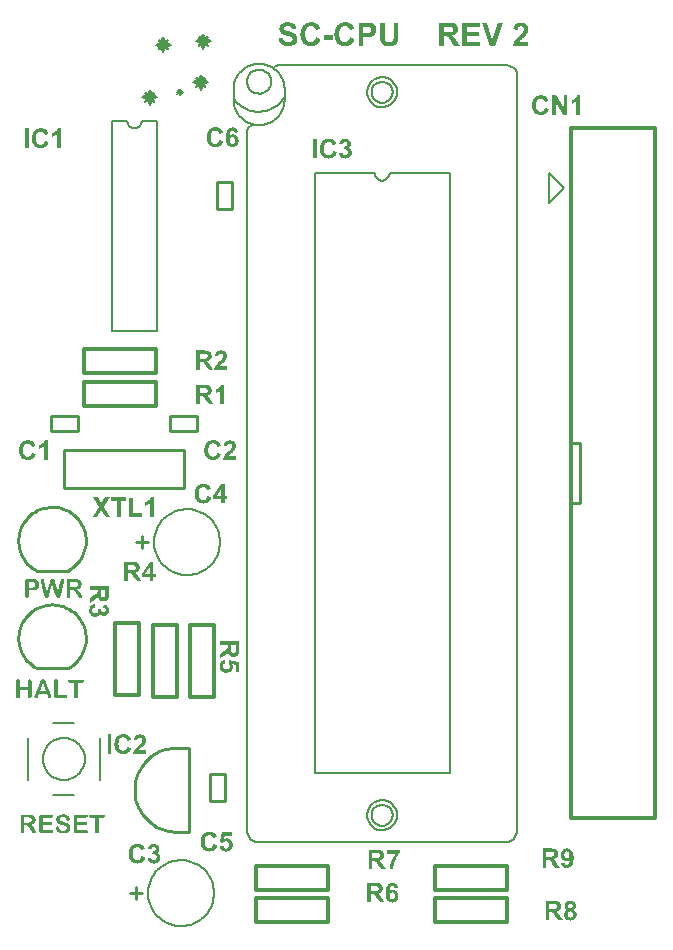
<source format=gto>
G04 Layer_Color=65535*
%FSLAX25Y25*%
%MOIN*%
G70*
G01*
G75*
%ADD12C,0.01200*%
%ADD14C,0.01000*%
%ADD30C,0.00800*%
%ADD31C,0.00600*%
%ADD32C,0.00500*%
G36*
X533469Y324392D02*
X533571D01*
X533673Y324382D01*
X533793D01*
X534033Y324355D01*
X534283Y324327D01*
X534515Y324281D01*
X534616Y324253D01*
X534709Y324225D01*
X534718D01*
X534727Y324216D01*
X534783Y324188D01*
X534866Y324142D01*
X534977Y324086D01*
X535097Y323994D01*
X535218Y323892D01*
X535338Y323763D01*
X535449Y323605D01*
Y323596D01*
X535458Y323587D01*
X535476Y323559D01*
X535495Y323532D01*
X535541Y323439D01*
X535597Y323319D01*
X535643Y323171D01*
X535689Y323004D01*
X535726Y322810D01*
X535736Y322606D01*
Y322597D01*
Y322579D01*
Y322533D01*
X535726Y322486D01*
Y322422D01*
X535717Y322357D01*
X535680Y322190D01*
X535634Y321996D01*
X535560Y321802D01*
X535449Y321598D01*
X535384Y321506D01*
X535310Y321413D01*
X535301Y321404D01*
X535291Y321395D01*
X535264Y321367D01*
X535227Y321339D01*
X535190Y321302D01*
X535134Y321256D01*
X535070Y321210D01*
X534996Y321164D01*
X534912Y321108D01*
X534810Y321062D01*
X534709Y321016D01*
X534598Y320969D01*
X534468Y320923D01*
X534339Y320886D01*
X534200Y320849D01*
X534043Y320821D01*
X534052D01*
X534061Y320812D01*
X534117Y320775D01*
X534191Y320729D01*
X534283Y320664D01*
X534394Y320581D01*
X534505Y320497D01*
X534625Y320396D01*
X534727Y320285D01*
X534736Y320275D01*
X534783Y320229D01*
X534838Y320155D01*
X534922Y320044D01*
X535033Y319905D01*
X535088Y319813D01*
X535153Y319721D01*
X535227Y319619D01*
X535301Y319508D01*
X535384Y319378D01*
X535467Y319249D01*
X536253Y318000D01*
X534699D01*
X533775Y319388D01*
X533765Y319397D01*
X533756Y319425D01*
X533728Y319461D01*
X533691Y319508D01*
X533654Y319563D01*
X533608Y319637D01*
X533506Y319785D01*
X533386Y319952D01*
X533275Y320100D01*
X533173Y320238D01*
X533127Y320285D01*
X533090Y320331D01*
X533081Y320340D01*
X533062Y320359D01*
X533025Y320396D01*
X532979Y320442D01*
X532914Y320479D01*
X532850Y320525D01*
X532775Y320562D01*
X532701Y320599D01*
X532692D01*
X532664Y320608D01*
X532618Y320627D01*
X532544Y320636D01*
X532452Y320655D01*
X532341Y320664D01*
X532211Y320673D01*
X531795D01*
Y318000D01*
X530500D01*
Y324401D01*
X533386D01*
X533469Y324392D01*
D02*
G37*
G36*
X486015Y259771D02*
X486071Y259762D01*
X486135Y259744D01*
X486200Y259707D01*
X486274Y259670D01*
X486339Y259614D01*
X486348Y259605D01*
X486367Y259587D01*
X486395Y259549D01*
X486432Y259503D01*
X486459Y259438D01*
X486487Y259374D01*
X486506Y259291D01*
X486515Y259207D01*
Y259198D01*
Y259170D01*
X486506Y259133D01*
Y259068D01*
X486487Y258995D01*
X486469Y258902D01*
X486450Y258782D01*
X486413Y258652D01*
X485386Y254499D01*
Y254481D01*
X485368Y254434D01*
X485349Y254360D01*
X485331Y254268D01*
X485303Y254166D01*
X485266Y254064D01*
X485238Y253962D01*
X485211Y253879D01*
Y253870D01*
X485201Y253852D01*
X485183Y253815D01*
X485155Y253768D01*
X485090Y253657D01*
X485035Y253592D01*
X484979Y253537D01*
X484970Y253528D01*
X484951Y253519D01*
X484914Y253491D01*
X484859Y253472D01*
X484794Y253445D01*
X484711Y253417D01*
X484619Y253408D01*
X484508Y253398D01*
X484461D01*
X484406Y253408D01*
X484341Y253417D01*
X484267Y253435D01*
X484193Y253454D01*
X484119Y253491D01*
X484045Y253537D01*
X484036Y253546D01*
X484017Y253565D01*
X483989Y253592D01*
X483953Y253629D01*
X483869Y253731D01*
X483805Y253852D01*
Y253861D01*
X483795Y253889D01*
X483777Y253935D01*
X483758Y253999D01*
X483731Y254083D01*
X483703Y254194D01*
X483666Y254323D01*
X483619Y254471D01*
X482620Y258180D01*
X481612Y254471D01*
X481603Y254453D01*
X481594Y254406D01*
X481566Y254332D01*
X481547Y254240D01*
X481483Y254046D01*
X481446Y253953D01*
X481418Y253870D01*
Y253861D01*
X481409Y253842D01*
X481390Y253805D01*
X481362Y253759D01*
X481335Y253703D01*
X481288Y253648D01*
X481242Y253592D01*
X481178Y253537D01*
X481168Y253528D01*
X481150Y253519D01*
X481113Y253491D01*
X481057Y253472D01*
X480993Y253445D01*
X480919Y253417D01*
X480826Y253408D01*
X480724Y253398D01*
X480687D01*
X480641Y253408D01*
X480585D01*
X480465Y253435D01*
X480336Y253482D01*
X480327D01*
X480308Y253500D01*
X480253Y253546D01*
X480169Y253620D01*
X480095Y253722D01*
Y253731D01*
X480077Y253750D01*
X480067Y253787D01*
X480040Y253824D01*
X480021Y253879D01*
X479993Y253944D01*
X479947Y254092D01*
Y254101D01*
X479938Y254129D01*
X479929Y254175D01*
X479910Y254231D01*
X479882Y254360D01*
X479846Y254499D01*
X478819Y258652D01*
Y258671D01*
X478800Y258717D01*
X478791Y258782D01*
X478772Y258865D01*
X478745Y259041D01*
X478726Y259133D01*
Y259207D01*
Y259216D01*
Y259244D01*
X478735Y259291D01*
X478745Y259346D01*
X478763Y259411D01*
X478800Y259485D01*
X478837Y259549D01*
X478893Y259614D01*
X478902Y259624D01*
X478921Y259642D01*
X478958Y259670D01*
X479004Y259698D01*
X479069Y259725D01*
X479143Y259753D01*
X479216Y259771D01*
X479309Y259781D01*
X479364D01*
X479420Y259771D01*
X479494Y259753D01*
X479568Y259725D01*
X479642Y259688D01*
X479707Y259633D01*
X479762Y259559D01*
X479772Y259549D01*
X479781Y259522D01*
X479809Y259466D01*
X479836Y259392D01*
X479864Y259309D01*
X479901Y259198D01*
X479938Y259068D01*
X479975Y258921D01*
X480780Y255322D01*
X481686Y258689D01*
X481696Y258708D01*
X481705Y258754D01*
X481723Y258819D01*
X481751Y258911D01*
X481779Y259004D01*
X481807Y259105D01*
X481834Y259198D01*
X481862Y259281D01*
Y259291D01*
X481881Y259318D01*
X481899Y259355D01*
X481927Y259401D01*
X482010Y259512D01*
X482121Y259633D01*
X482130Y259642D01*
X482158Y259661D01*
X482195Y259679D01*
X482250Y259707D01*
X482325Y259735D01*
X482408Y259762D01*
X482510Y259771D01*
X482620Y259781D01*
X482676D01*
X482731Y259771D01*
X482796Y259762D01*
X482879Y259744D01*
X482963Y259716D01*
X483037Y259679D01*
X483111Y259624D01*
X483120Y259614D01*
X483139Y259596D01*
X483166Y259568D01*
X483203Y259522D01*
X483287Y259411D01*
X483323Y259346D01*
X483351Y259281D01*
Y259272D01*
X483360Y259244D01*
X483379Y259207D01*
X483407Y259142D01*
X483425Y259059D01*
X483462Y258958D01*
X483499Y258837D01*
X483536Y258689D01*
X484452Y255322D01*
X485257Y258921D01*
Y258930D01*
X485266Y258967D01*
X485285Y259022D01*
X485294Y259087D01*
X485331Y259226D01*
X485349Y259300D01*
X485368Y259365D01*
Y259374D01*
X485377Y259392D01*
X485395Y259420D01*
X485414Y259457D01*
X485469Y259549D01*
X485553Y259651D01*
X485562Y259661D01*
X485580Y259670D01*
X485608Y259688D01*
X485645Y259716D01*
X485701Y259744D01*
X485766Y259762D01*
X485840Y259771D01*
X485923Y259781D01*
X485969D01*
X486015Y259771D01*
D02*
G37*
G36*
X490501Y259670D02*
X490622Y259661D01*
X490742Y259651D01*
X490853Y259642D01*
X490871D01*
X490908Y259633D01*
X490964Y259624D01*
X491038Y259614D01*
X491121Y259587D01*
X491214Y259568D01*
X491399Y259494D01*
X491408Y259485D01*
X491445Y259475D01*
X491501Y259448D01*
X491574Y259401D01*
X491648Y259355D01*
X491732Y259300D01*
X491824Y259226D01*
X491908Y259142D01*
X491917Y259133D01*
X491945Y259105D01*
X491982Y259059D01*
X492037Y258995D01*
X492093Y258921D01*
X492148Y258828D01*
X492204Y258726D01*
X492250Y258615D01*
X492259Y258606D01*
X492268Y258560D01*
X492287Y258504D01*
X492314Y258421D01*
X492333Y258329D01*
X492351Y258218D01*
X492361Y258106D01*
X492370Y257977D01*
Y257968D01*
Y257949D01*
Y257912D01*
X492361Y257866D01*
Y257801D01*
X492351Y257736D01*
X492324Y257579D01*
X492277Y257403D01*
X492204Y257219D01*
X492102Y257033D01*
X492046Y256950D01*
X491972Y256867D01*
X491954Y256849D01*
X491898Y256802D01*
X491806Y256728D01*
X491676Y256645D01*
X491519Y256543D01*
X491417Y256497D01*
X491316Y256451D01*
X491195Y256404D01*
X491075Y256358D01*
X490936Y256321D01*
X490798Y256284D01*
X490816Y256275D01*
X490853Y256247D01*
X490918Y256210D01*
X491001Y256155D01*
X491093Y256081D01*
X491205Y255988D01*
X491316Y255887D01*
X491427Y255766D01*
X491445Y255748D01*
X491482Y255711D01*
X491538Y255637D01*
X491611Y255544D01*
X491695Y255433D01*
X491787Y255313D01*
X491880Y255174D01*
X491972Y255026D01*
X491982Y255008D01*
X492009Y254961D01*
X492056Y254888D01*
X492111Y254795D01*
X492167Y254684D01*
X492231Y254564D01*
X492287Y254444D01*
X492342Y254323D01*
X492351Y254314D01*
X492361Y254277D01*
X492379Y254222D01*
X492407Y254157D01*
X492453Y254009D01*
X492462Y253944D01*
X492472Y253898D01*
Y253889D01*
Y253879D01*
X492462Y253824D01*
X492435Y253750D01*
X492388Y253657D01*
Y253648D01*
X492379Y253639D01*
X492333Y253592D01*
X492268Y253528D01*
X492176Y253472D01*
X492167D01*
X492157Y253463D01*
X492130Y253454D01*
X492093Y253435D01*
X491991Y253408D01*
X491870Y253398D01*
X491833D01*
X491796Y253408D01*
X491750D01*
X491630Y253445D01*
X491565Y253463D01*
X491510Y253500D01*
X491501D01*
X491491Y253519D01*
X491427Y253565D01*
X491353Y253639D01*
X491269Y253741D01*
Y253750D01*
X491251Y253768D01*
X491232Y253805D01*
X491195Y253861D01*
X491158Y253916D01*
X491112Y253999D01*
X491056Y254092D01*
X490992Y254194D01*
X490492Y255026D01*
Y255035D01*
X490483Y255045D01*
X490446Y255100D01*
X490400Y255184D01*
X490335Y255285D01*
X490252Y255396D01*
X490169Y255507D01*
X490085Y255618D01*
X490002Y255720D01*
X489993Y255729D01*
X489965Y255757D01*
X489919Y255803D01*
X489873Y255850D01*
X489798Y255905D01*
X489734Y255960D01*
X489650Y256016D01*
X489567Y256053D01*
X489558D01*
X489530Y256071D01*
X489484Y256081D01*
X489419Y256099D01*
X489345Y256118D01*
X489244Y256127D01*
X489142Y256146D01*
X488587D01*
Y254157D01*
Y254138D01*
Y254092D01*
X488578Y254027D01*
X488568Y253944D01*
X488541Y253842D01*
X488513Y253750D01*
X488467Y253657D01*
X488411Y253583D01*
X488402Y253574D01*
X488383Y253555D01*
X488337Y253528D01*
X488291Y253491D01*
X488226Y253454D01*
X488143Y253426D01*
X488060Y253408D01*
X487958Y253398D01*
X487912D01*
X487856Y253408D01*
X487791Y253426D01*
X487717Y253445D01*
X487634Y253472D01*
X487560Y253519D01*
X487495Y253583D01*
X487486Y253592D01*
X487467Y253620D01*
X487449Y253666D01*
X487421Y253731D01*
X487384Y253805D01*
X487366Y253907D01*
X487347Y254027D01*
X487338Y254157D01*
Y258911D01*
Y258921D01*
Y258930D01*
Y258976D01*
X487347Y259050D01*
X487357Y259133D01*
X487384Y259226D01*
X487412Y259328D01*
X487458Y259420D01*
X487514Y259494D01*
X487523Y259503D01*
X487551Y259522D01*
X487597Y259549D01*
X487652Y259587D01*
X487736Y259624D01*
X487838Y259651D01*
X487958Y259670D01*
X488097Y259679D01*
X490390D01*
X490501Y259670D01*
D02*
G37*
G36*
X539815Y318000D02*
X538585D01*
Y322634D01*
X538575Y322625D01*
X538557Y322606D01*
X538520Y322579D01*
X538464Y322533D01*
X538400Y322477D01*
X538326Y322422D01*
X538233Y322357D01*
X538131Y322283D01*
X538020Y322209D01*
X537900Y322135D01*
X537771Y322052D01*
X537632Y321977D01*
X537336Y321839D01*
X537003Y321709D01*
Y322819D01*
X537012D01*
X537021Y322829D01*
X537049Y322838D01*
X537086Y322847D01*
X537179Y322893D01*
X537308Y322949D01*
X537465Y323023D01*
X537641Y323125D01*
X537835Y323254D01*
X538039Y323402D01*
X538048Y323411D01*
X538066Y323421D01*
X538094Y323448D01*
X538131Y323485D01*
X538233Y323578D01*
X538344Y323698D01*
X538474Y323846D01*
X538603Y324031D01*
X538723Y324225D01*
X538816Y324438D01*
X539815D01*
Y318000D01*
D02*
G37*
G36*
X501401Y254781D02*
Y254771D01*
Y254734D01*
Y254679D01*
Y254614D01*
X501392Y254531D01*
Y254429D01*
X501382Y254327D01*
Y254207D01*
X501355Y253966D01*
X501327Y253717D01*
X501281Y253485D01*
X501253Y253384D01*
X501225Y253291D01*
Y253282D01*
X501216Y253273D01*
X501188Y253217D01*
X501142Y253134D01*
X501087Y253023D01*
X500994Y252903D01*
X500892Y252783D01*
X500763Y252662D01*
X500605Y252551D01*
X500596D01*
X500587Y252542D01*
X500559Y252523D01*
X500531Y252505D01*
X500439Y252459D01*
X500319Y252403D01*
X500171Y252357D01*
X500004Y252311D01*
X499810Y252274D01*
X499607Y252264D01*
X499533D01*
X499486Y252274D01*
X499422D01*
X499357Y252283D01*
X499190Y252320D01*
X498996Y252366D01*
X498802Y252440D01*
X498598Y252551D01*
X498506Y252616D01*
X498413Y252690D01*
X498404Y252699D01*
X498395Y252709D01*
X498367Y252736D01*
X498339Y252773D01*
X498302Y252810D01*
X498256Y252866D01*
X498210Y252930D01*
X498164Y253005D01*
X498108Y253088D01*
X498062Y253189D01*
X498015Y253291D01*
X497969Y253402D01*
X497923Y253532D01*
X497886Y253661D01*
X497849Y253800D01*
X497821Y253957D01*
Y253948D01*
X497812Y253939D01*
X497775Y253883D01*
X497729Y253809D01*
X497664Y253717D01*
X497581Y253606D01*
X497498Y253495D01*
X497396Y253375D01*
X497285Y253273D01*
X497275Y253263D01*
X497229Y253217D01*
X497155Y253162D01*
X497044Y253079D01*
X496906Y252968D01*
X496813Y252912D01*
X496721Y252847D01*
X496619Y252773D01*
X496508Y252699D01*
X496378Y252616D01*
X496249Y252533D01*
X495000Y251747D01*
Y253300D01*
X496387Y254225D01*
X496397Y254235D01*
X496424Y254244D01*
X496461Y254272D01*
X496508Y254309D01*
X496563Y254346D01*
X496637Y254392D01*
X496785Y254494D01*
X496952Y254614D01*
X497100Y254725D01*
X497238Y254827D01*
X497285Y254873D01*
X497331Y254910D01*
X497340Y254919D01*
X497359Y254938D01*
X497396Y254975D01*
X497442Y255021D01*
X497479Y255086D01*
X497525Y255151D01*
X497562Y255224D01*
X497599Y255298D01*
Y255308D01*
X497609Y255335D01*
X497627Y255382D01*
X497636Y255456D01*
X497655Y255548D01*
X497664Y255659D01*
X497673Y255789D01*
Y255946D01*
Y256205D01*
X495000D01*
Y257500D01*
X501401D01*
Y254781D01*
D02*
G37*
G36*
X496832Y250183D02*
X496813D01*
X496758Y250174D01*
X496674Y250155D01*
X496572Y250128D01*
X496461Y250081D01*
X496341Y250035D01*
X496230Y249961D01*
X496129Y249878D01*
X496119Y249869D01*
X496092Y249832D01*
X496055Y249776D01*
X496018Y249711D01*
X495971Y249619D01*
X495934Y249517D01*
X495906Y249406D01*
X495897Y249277D01*
Y249258D01*
X495906Y249212D01*
X495916Y249147D01*
X495934Y249055D01*
X495971Y248953D01*
X496018Y248851D01*
X496092Y248740D01*
X496184Y248639D01*
X496193Y248629D01*
X496240Y248592D01*
X496304Y248555D01*
X496387Y248500D01*
X496498Y248453D01*
X496637Y248407D01*
X496795Y248379D01*
X496970Y248370D01*
X497044D01*
X497127Y248379D01*
X497238Y248398D01*
X497359Y248435D01*
X497479Y248481D01*
X497599Y248546D01*
X497710Y248629D01*
X497719Y248639D01*
X497756Y248675D01*
X497803Y248731D01*
X497849Y248796D01*
X497904Y248888D01*
X497941Y248990D01*
X497978Y249101D01*
X497988Y249231D01*
Y249240D01*
Y249277D01*
Y249323D01*
X497978Y249388D01*
X497969Y249471D01*
X497951Y249573D01*
X497923Y249675D01*
X497895Y249795D01*
X498885Y249665D01*
Y249656D01*
Y249647D01*
Y249619D01*
Y249582D01*
X498894Y249489D01*
X498904Y249378D01*
X498931Y249258D01*
X498968Y249129D01*
X499024Y249008D01*
X499098Y248898D01*
X499107Y248888D01*
X499144Y248851D01*
X499190Y248814D01*
X499264Y248759D01*
X499347Y248712D01*
X499449Y248666D01*
X499570Y248639D01*
X499708Y248629D01*
X499764D01*
X499819Y248639D01*
X499893Y248657D01*
X499976Y248675D01*
X500060Y248712D01*
X500152Y248759D01*
X500226Y248823D01*
X500236Y248833D01*
X500254Y248861D01*
X500291Y248898D01*
X500328Y248962D01*
X500356Y249036D01*
X500393Y249119D01*
X500411Y249231D01*
X500421Y249342D01*
Y249351D01*
Y249397D01*
X500411Y249452D01*
X500393Y249527D01*
X500365Y249610D01*
X500328Y249702D01*
X500273Y249795D01*
X500199Y249878D01*
X500189Y249887D01*
X500162Y249915D01*
X500106Y249952D01*
X500032Y249998D01*
X499949Y250044D01*
X499838Y250081D01*
X499708Y250118D01*
X499560Y250146D01*
X499745Y251275D01*
X499754D01*
X499773Y251266D01*
X499801D01*
X499847Y251256D01*
X499949Y251228D01*
X500087Y251191D01*
X500236Y251136D01*
X500393Y251080D01*
X500541Y251007D01*
X500679Y250923D01*
X500698Y250914D01*
X500735Y250877D01*
X500800Y250821D01*
X500883Y250747D01*
X500966Y250655D01*
X501059Y250544D01*
X501151Y250405D01*
X501234Y250257D01*
Y250248D01*
X501244Y250239D01*
X501262Y250183D01*
X501299Y250091D01*
X501336Y249980D01*
X501373Y249841D01*
X501410Y249675D01*
X501429Y249499D01*
X501438Y249305D01*
Y249295D01*
Y249268D01*
Y249221D01*
X501429Y249156D01*
X501419Y249073D01*
X501410Y248990D01*
X501392Y248888D01*
X501364Y248786D01*
X501299Y248555D01*
X501253Y248435D01*
X501188Y248306D01*
X501124Y248185D01*
X501050Y248074D01*
X500957Y247954D01*
X500855Y247852D01*
X500846Y247843D01*
X500837Y247834D01*
X500809Y247806D01*
X500772Y247778D01*
X500679Y247704D01*
X500550Y247621D01*
X500393Y247538D01*
X500208Y247473D01*
X500004Y247417D01*
X499902Y247408D01*
X499791Y247399D01*
X499754D01*
X499708Y247408D01*
X499653Y247417D01*
X499579Y247427D01*
X499496Y247445D01*
X499403Y247473D01*
X499301Y247510D01*
X499199Y247566D01*
X499088Y247621D01*
X498978Y247695D01*
X498867Y247787D01*
X498756Y247899D01*
X498644Y248019D01*
X498543Y248158D01*
X498441Y248324D01*
Y248315D01*
X498432Y248296D01*
Y248269D01*
X498413Y248232D01*
X498385Y248130D01*
X498330Y248009D01*
X498256Y247871D01*
X498164Y247723D01*
X498043Y247575D01*
X497904Y247445D01*
X497886Y247427D01*
X497830Y247390D01*
X497747Y247343D01*
X497627Y247279D01*
X497488Y247214D01*
X497312Y247168D01*
X497127Y247131D01*
X496915Y247112D01*
X496832D01*
X496776Y247122D01*
X496702Y247131D01*
X496619Y247149D01*
X496517Y247168D01*
X496415Y247186D01*
X496193Y247260D01*
X496073Y247316D01*
X495943Y247371D01*
X495823Y247445D01*
X495703Y247529D01*
X495583Y247621D01*
X495472Y247732D01*
X495463Y247741D01*
X495444Y247760D01*
X495416Y247797D01*
X495379Y247843D01*
X495333Y247908D01*
X495287Y247972D01*
X495231Y248065D01*
X495176Y248158D01*
X495120Y248259D01*
X495065Y248379D01*
X495018Y248509D01*
X494972Y248639D01*
X494935Y248786D01*
X494908Y248935D01*
X494889Y249101D01*
X494880Y249268D01*
Y249277D01*
Y249305D01*
Y249351D01*
X494889Y249415D01*
X494898Y249489D01*
X494908Y249573D01*
X494926Y249665D01*
X494944Y249776D01*
X495000Y249998D01*
X495092Y250239D01*
X495148Y250368D01*
X495213Y250479D01*
X495296Y250600D01*
X495379Y250711D01*
X495389Y250720D01*
X495407Y250738D01*
X495435Y250766D01*
X495472Y250803D01*
X495518Y250849D01*
X495583Y250896D01*
X495647Y250951D01*
X495731Y251007D01*
X495823Y251062D01*
X495916Y251127D01*
X496138Y251228D01*
X496397Y251312D01*
X496535Y251349D01*
X496684Y251367D01*
X496832Y250183D01*
D02*
G37*
G36*
X538945Y335929D02*
X539029Y335919D01*
X539121Y335910D01*
X539223Y335892D01*
X539334Y335873D01*
X539574Y335808D01*
X539815Y335716D01*
X539944Y335661D01*
X540055Y335596D01*
X540175Y335512D01*
X540277Y335420D01*
X540286Y335411D01*
X540305Y335402D01*
X540323Y335365D01*
X540360Y335328D01*
X540407Y335281D01*
X540453Y335216D01*
X540499Y335152D01*
X540555Y335068D01*
X540647Y334883D01*
X540740Y334671D01*
X540777Y334550D01*
X540795Y334421D01*
X540814Y334282D01*
X540823Y334143D01*
Y334125D01*
Y334069D01*
X540814Y333986D01*
X540804Y333885D01*
X540786Y333755D01*
X540758Y333616D01*
X540721Y333468D01*
X540666Y333320D01*
X540657Y333302D01*
X540638Y333256D01*
X540601Y333172D01*
X540546Y333070D01*
X540481Y332950D01*
X540398Y332811D01*
X540296Y332663D01*
X540175Y332506D01*
X540166Y332497D01*
X540129Y332451D01*
X540074Y332386D01*
X539991Y332294D01*
X539880Y332183D01*
X539741Y332034D01*
X539574Y331877D01*
X539371Y331683D01*
X539361Y331674D01*
X539343Y331664D01*
X539315Y331637D01*
X539278Y331600D01*
X539177Y331507D01*
X539056Y331396D01*
X538936Y331276D01*
X538816Y331156D01*
X538705Y331054D01*
X538668Y331008D01*
X538631Y330971D01*
X538622Y330961D01*
X538603Y330943D01*
X538575Y330906D01*
X538538Y330860D01*
X538455Y330758D01*
X538381Y330638D01*
X540823D01*
Y329500D01*
X536522D01*
Y329509D01*
Y329528D01*
X536531Y329565D01*
X536540Y329611D01*
X536550Y329666D01*
X536559Y329731D01*
X536596Y329898D01*
X536651Y330083D01*
X536725Y330286D01*
X536818Y330508D01*
X536938Y330721D01*
Y330730D01*
X536957Y330749D01*
X536975Y330786D01*
X537012Y330823D01*
X537049Y330888D01*
X537105Y330952D01*
X537169Y331035D01*
X537243Y331128D01*
X537326Y331239D01*
X537428Y331350D01*
X537539Y331480D01*
X537669Y331618D01*
X537808Y331757D01*
X537965Y331914D01*
X538131Y332081D01*
X538316Y332257D01*
X538326Y332266D01*
X538353Y332294D01*
X538390Y332330D01*
X538446Y332386D01*
X538520Y332441D01*
X538594Y332516D01*
X538760Y332682D01*
X538927Y332858D01*
X539093Y333033D01*
X539167Y333107D01*
X539241Y333191D01*
X539297Y333256D01*
X539334Y333311D01*
X539343Y333330D01*
X539371Y333376D01*
X539417Y333450D01*
X539463Y333552D01*
X539509Y333663D01*
X539556Y333792D01*
X539583Y333922D01*
X539593Y334060D01*
Y334069D01*
Y334079D01*
Y334125D01*
X539583Y334208D01*
X539565Y334301D01*
X539537Y334402D01*
X539500Y334504D01*
X539445Y334606D01*
X539371Y334699D01*
X539361Y334708D01*
X539334Y334735D01*
X539278Y334772D01*
X539214Y334809D01*
X539121Y334846D01*
X539019Y334883D01*
X538899Y334911D01*
X538760Y334921D01*
X538695D01*
X538622Y334911D01*
X538538Y334893D01*
X538437Y334865D01*
X538335Y334819D01*
X538233Y334763D01*
X538140Y334689D01*
X538131Y334680D01*
X538103Y334643D01*
X538066Y334588D01*
X538029Y334504D01*
X537983Y334402D01*
X537946Y334264D01*
X537909Y334106D01*
X537891Y333922D01*
X536670Y334042D01*
Y334051D01*
X536679Y334088D01*
Y334134D01*
X536697Y334208D01*
X536707Y334292D01*
X536734Y334384D01*
X536762Y334486D01*
X536790Y334606D01*
X536882Y334837D01*
X536994Y335078D01*
X537068Y335198D01*
X537151Y335309D01*
X537243Y335402D01*
X537345Y335494D01*
X537354Y335503D01*
X537373Y335512D01*
X537400Y335531D01*
X537447Y335568D01*
X537502Y335596D01*
X537576Y335633D01*
X537650Y335679D01*
X537743Y335716D01*
X537845Y335762D01*
X537956Y335799D01*
X538196Y335873D01*
X538483Y335919D01*
X538631Y335929D01*
X538788Y335938D01*
X538880D01*
X538945Y335929D01*
D02*
G37*
G36*
X533469Y335892D02*
X533571D01*
X533673Y335882D01*
X533793D01*
X534033Y335855D01*
X534283Y335827D01*
X534515Y335781D01*
X534616Y335753D01*
X534709Y335725D01*
X534718D01*
X534727Y335716D01*
X534783Y335688D01*
X534866Y335642D01*
X534977Y335587D01*
X535097Y335494D01*
X535218Y335392D01*
X535338Y335263D01*
X535449Y335105D01*
Y335096D01*
X535458Y335087D01*
X535476Y335059D01*
X535495Y335032D01*
X535541Y334939D01*
X535597Y334819D01*
X535643Y334671D01*
X535689Y334504D01*
X535726Y334310D01*
X535736Y334106D01*
Y334097D01*
Y334079D01*
Y334033D01*
X535726Y333986D01*
Y333922D01*
X535717Y333857D01*
X535680Y333690D01*
X535634Y333496D01*
X535560Y333302D01*
X535449Y333098D01*
X535384Y333006D01*
X535310Y332913D01*
X535301Y332904D01*
X535291Y332895D01*
X535264Y332867D01*
X535227Y332839D01*
X535190Y332802D01*
X535134Y332756D01*
X535070Y332710D01*
X534996Y332663D01*
X534912Y332608D01*
X534810Y332562D01*
X534709Y332516D01*
X534598Y332469D01*
X534468Y332423D01*
X534339Y332386D01*
X534200Y332349D01*
X534043Y332321D01*
X534052D01*
X534061Y332312D01*
X534117Y332275D01*
X534191Y332229D01*
X534283Y332164D01*
X534394Y332081D01*
X534505Y331997D01*
X534625Y331896D01*
X534727Y331785D01*
X534736Y331775D01*
X534783Y331729D01*
X534838Y331655D01*
X534922Y331544D01*
X535033Y331405D01*
X535088Y331313D01*
X535153Y331221D01*
X535227Y331119D01*
X535301Y331008D01*
X535384Y330878D01*
X535467Y330749D01*
X536253Y329500D01*
X534699D01*
X533775Y330888D01*
X533765Y330897D01*
X533756Y330925D01*
X533728Y330961D01*
X533691Y331008D01*
X533654Y331063D01*
X533608Y331137D01*
X533506Y331285D01*
X533386Y331452D01*
X533275Y331600D01*
X533173Y331738D01*
X533127Y331785D01*
X533090Y331831D01*
X533081Y331840D01*
X533062Y331859D01*
X533025Y331896D01*
X532979Y331942D01*
X532914Y331979D01*
X532850Y332025D01*
X532775Y332062D01*
X532701Y332099D01*
X532692D01*
X532664Y332108D01*
X532618Y332127D01*
X532544Y332136D01*
X532452Y332155D01*
X532341Y332164D01*
X532211Y332173D01*
X531795D01*
Y329500D01*
X530500D01*
Y335901D01*
X533386D01*
X533469Y335892D01*
D02*
G37*
G36*
X648969Y169892D02*
X649071D01*
X649173Y169883D01*
X649293D01*
X649534Y169855D01*
X649783Y169827D01*
X650014Y169781D01*
X650116Y169753D01*
X650209Y169725D01*
X650218D01*
X650227Y169716D01*
X650283Y169688D01*
X650366Y169642D01*
X650477Y169587D01*
X650597Y169494D01*
X650717Y169392D01*
X650838Y169263D01*
X650949Y169106D01*
Y169096D01*
X650958Y169087D01*
X650977Y169059D01*
X650995Y169032D01*
X651041Y168939D01*
X651097Y168819D01*
X651143Y168671D01*
X651189Y168504D01*
X651226Y168310D01*
X651235Y168106D01*
Y168097D01*
Y168079D01*
Y168033D01*
X651226Y167986D01*
Y167921D01*
X651217Y167857D01*
X651180Y167690D01*
X651134Y167496D01*
X651060Y167302D01*
X650949Y167098D01*
X650884Y167006D01*
X650810Y166913D01*
X650801Y166904D01*
X650792Y166895D01*
X650764Y166867D01*
X650727Y166839D01*
X650690Y166802D01*
X650634Y166756D01*
X650569Y166710D01*
X650495Y166664D01*
X650412Y166608D01*
X650311Y166562D01*
X650209Y166516D01*
X650098Y166469D01*
X649968Y166423D01*
X649839Y166386D01*
X649700Y166349D01*
X649543Y166321D01*
X649552D01*
X649561Y166312D01*
X649617Y166275D01*
X649691Y166229D01*
X649783Y166164D01*
X649894Y166081D01*
X650005Y165998D01*
X650126Y165896D01*
X650227Y165785D01*
X650237Y165776D01*
X650283Y165729D01*
X650338Y165655D01*
X650421Y165544D01*
X650532Y165405D01*
X650588Y165313D01*
X650653Y165220D01*
X650727Y165119D01*
X650801Y165008D01*
X650884Y164878D01*
X650967Y164749D01*
X651754Y163500D01*
X650200D01*
X649274Y164887D01*
X649265Y164897D01*
X649256Y164925D01*
X649228Y164962D01*
X649191Y165008D01*
X649154Y165063D01*
X649108Y165137D01*
X649006Y165285D01*
X648886Y165452D01*
X648775Y165600D01*
X648673Y165738D01*
X648627Y165785D01*
X648590Y165831D01*
X648581Y165840D01*
X648562Y165859D01*
X648525Y165896D01*
X648479Y165942D01*
X648414Y165979D01*
X648350Y166025D01*
X648276Y166062D01*
X648202Y166099D01*
X648192D01*
X648165Y166109D01*
X648118Y166127D01*
X648044Y166136D01*
X647952Y166155D01*
X647841Y166164D01*
X647711Y166173D01*
X647295D01*
Y163500D01*
X646000D01*
Y169901D01*
X648886D01*
X648969Y169892D01*
D02*
G37*
G36*
X580453Y445321D02*
X580576Y445310D01*
X580709Y445288D01*
X580864Y445266D01*
X581031Y445233D01*
X581209Y445188D01*
X581398Y445133D01*
X581587Y445066D01*
X581786Y444977D01*
X581975Y444888D01*
X582153Y444777D01*
X582342Y444644D01*
X582509Y444499D01*
X582520D01*
X582531Y444477D01*
X582564Y444444D01*
X582597Y444410D01*
X582642Y444355D01*
X582686Y444288D01*
X582809Y444133D01*
X582931Y443933D01*
X583064Y443688D01*
X583186Y443410D01*
X583297Y443088D01*
X581764Y442722D01*
Y442733D01*
X581753Y442744D01*
Y442777D01*
X581731Y442822D01*
X581698Y442922D01*
X581642Y443055D01*
X581564Y443211D01*
X581464Y443366D01*
X581331Y443522D01*
X581187Y443655D01*
X581164Y443666D01*
X581109Y443711D01*
X581020Y443766D01*
X580898Y443833D01*
X580742Y443899D01*
X580564Y443955D01*
X580364Y443999D01*
X580142Y444010D01*
X580064D01*
X579998Y443999D01*
X579931Y443988D01*
X579842Y443977D01*
X579653Y443933D01*
X579431Y443855D01*
X579198Y443744D01*
X579076Y443677D01*
X578965Y443599D01*
X578854Y443499D01*
X578754Y443388D01*
Y443377D01*
X578731Y443355D01*
X578709Y443322D01*
X578676Y443266D01*
X578631Y443199D01*
X578587Y443122D01*
X578542Y443022D01*
X578498Y442911D01*
X578442Y442777D01*
X578398Y442633D01*
X578354Y442466D01*
X578309Y442288D01*
X578276Y442088D01*
X578254Y441877D01*
X578242Y441644D01*
X578231Y441389D01*
Y441377D01*
Y441322D01*
Y441244D01*
X578242Y441155D01*
Y441033D01*
X578265Y440889D01*
X578276Y440744D01*
X578298Y440578D01*
X578365Y440233D01*
X578453Y439889D01*
X578509Y439722D01*
X578587Y439567D01*
X578665Y439422D01*
X578754Y439300D01*
X578765Y439289D01*
X578776Y439278D01*
X578809Y439244D01*
X578854Y439200D01*
X578965Y439111D01*
X579120Y439000D01*
X579309Y438878D01*
X579542Y438789D01*
X579809Y438711D01*
X579953Y438700D01*
X580109Y438689D01*
X580164D01*
X580209Y438700D01*
X580331Y438711D01*
X580476Y438733D01*
X580631Y438789D01*
X580809Y438855D01*
X580987Y438944D01*
X581164Y439078D01*
X581187Y439100D01*
X581242Y439155D01*
X581320Y439244D01*
X581409Y439378D01*
X581520Y439555D01*
X581620Y439766D01*
X581720Y440022D01*
X581809Y440322D01*
X583320Y439855D01*
Y439844D01*
X583309Y439800D01*
X583286Y439733D01*
X583253Y439644D01*
X583209Y439544D01*
X583164Y439422D01*
X583109Y439289D01*
X583042Y439144D01*
X582886Y438844D01*
X582686Y438533D01*
X582442Y438233D01*
X582309Y438100D01*
X582164Y437978D01*
X582153Y437967D01*
X582131Y437956D01*
X582087Y437922D01*
X582020Y437878D01*
X581942Y437833D01*
X581842Y437789D01*
X581731Y437733D01*
X581609Y437678D01*
X581464Y437611D01*
X581309Y437556D01*
X581142Y437511D01*
X580964Y437467D01*
X580775Y437422D01*
X580564Y437389D01*
X580353Y437378D01*
X580120Y437367D01*
X580053D01*
X579976Y437378D01*
X579865Y437389D01*
X579742Y437400D01*
X579587Y437422D01*
X579420Y437456D01*
X579231Y437500D01*
X579042Y437556D01*
X578842Y437622D01*
X578631Y437711D01*
X578420Y437811D01*
X578209Y437922D01*
X577998Y438067D01*
X577798Y438222D01*
X577609Y438411D01*
X577598Y438422D01*
X577565Y438455D01*
X577520Y438522D01*
X577454Y438600D01*
X577387Y438711D01*
X577298Y438833D01*
X577209Y438989D01*
X577120Y439166D01*
X577031Y439355D01*
X576943Y439567D01*
X576854Y439811D01*
X576787Y440066D01*
X576720Y440333D01*
X576676Y440633D01*
X576643Y440944D01*
X576631Y441277D01*
Y441289D01*
Y441300D01*
Y441366D01*
X576643Y441466D01*
Y441600D01*
X576665Y441755D01*
X576687Y441944D01*
X576709Y442144D01*
X576754Y442377D01*
X576809Y442611D01*
X576876Y442855D01*
X576954Y443099D01*
X577054Y443355D01*
X577165Y443599D01*
X577298Y443833D01*
X577443Y444055D01*
X577620Y444266D01*
X577631Y444277D01*
X577665Y444310D01*
X577720Y444366D01*
X577798Y444433D01*
X577898Y444510D01*
X578020Y444599D01*
X578154Y444699D01*
X578320Y444799D01*
X578498Y444899D01*
X578687Y444999D01*
X578909Y445088D01*
X579131Y445166D01*
X579387Y445233D01*
X579642Y445288D01*
X579931Y445321D01*
X580220Y445332D01*
X580353D01*
X580453Y445321D01*
D02*
G37*
G36*
X598379Y168430D02*
X598369Y168421D01*
X598351Y168402D01*
X598323Y168374D01*
X598286Y168337D01*
X598240Y168282D01*
X598184Y168217D01*
X598119Y168143D01*
X598045Y168051D01*
X597971Y167949D01*
X597888Y167838D01*
X597796Y167718D01*
X597703Y167588D01*
X597611Y167440D01*
X597518Y167292D01*
X597416Y167125D01*
X597315Y166950D01*
X597305Y166940D01*
X597287Y166903D01*
X597259Y166857D01*
X597222Y166783D01*
X597185Y166700D01*
X597130Y166589D01*
X597074Y166469D01*
X597010Y166339D01*
X596945Y166191D01*
X596880Y166034D01*
X596806Y165867D01*
X596741Y165692D01*
X596612Y165313D01*
X596491Y164915D01*
Y164906D01*
X596482Y164868D01*
X596464Y164813D01*
X596445Y164730D01*
X596427Y164637D01*
X596408Y164535D01*
X596381Y164406D01*
X596353Y164277D01*
X596325Y164128D01*
X596307Y163980D01*
X596260Y163657D01*
X596233Y163324D01*
X596223Y163000D01*
X595039D01*
Y163019D01*
Y163056D01*
X595049Y163129D01*
Y163231D01*
X595058Y163352D01*
X595076Y163490D01*
X595095Y163657D01*
X595122Y163832D01*
X595150Y164027D01*
X595187Y164240D01*
X595233Y164462D01*
X595280Y164702D01*
X595344Y164943D01*
X595409Y165192D01*
X595493Y165442D01*
X595585Y165701D01*
X595594Y165719D01*
X595613Y165766D01*
X595641Y165840D01*
X595678Y165932D01*
X595733Y166052D01*
X595798Y166200D01*
X595872Y166358D01*
X595955Y166534D01*
X596047Y166718D01*
X596149Y166913D01*
X596260Y167125D01*
X596390Y167329D01*
X596658Y167764D01*
X596963Y168180D01*
X594179D01*
Y169318D01*
X598379D01*
Y168430D01*
D02*
G37*
G36*
X649969Y152392D02*
X650071D01*
X650173Y152383D01*
X650293D01*
X650533Y152355D01*
X650783Y152327D01*
X651015Y152281D01*
X651116Y152253D01*
X651209Y152225D01*
X651218D01*
X651227Y152216D01*
X651283Y152188D01*
X651366Y152142D01*
X651477Y152086D01*
X651597Y151994D01*
X651718Y151892D01*
X651838Y151763D01*
X651949Y151605D01*
Y151596D01*
X651958Y151587D01*
X651976Y151559D01*
X651995Y151532D01*
X652041Y151439D01*
X652097Y151319D01*
X652143Y151171D01*
X652189Y151004D01*
X652226Y150810D01*
X652236Y150607D01*
Y150597D01*
Y150579D01*
Y150532D01*
X652226Y150486D01*
Y150422D01*
X652217Y150357D01*
X652180Y150190D01*
X652134Y149996D01*
X652060Y149802D01*
X651949Y149598D01*
X651884Y149506D01*
X651810Y149413D01*
X651801Y149404D01*
X651791Y149395D01*
X651764Y149367D01*
X651727Y149339D01*
X651690Y149302D01*
X651634Y149256D01*
X651570Y149210D01*
X651496Y149163D01*
X651412Y149108D01*
X651310Y149062D01*
X651209Y149015D01*
X651098Y148969D01*
X650968Y148923D01*
X650839Y148886D01*
X650700Y148849D01*
X650543Y148821D01*
X650552D01*
X650561Y148812D01*
X650617Y148775D01*
X650691Y148729D01*
X650783Y148664D01*
X650894Y148581D01*
X651005Y148497D01*
X651125Y148396D01*
X651227Y148285D01*
X651236Y148275D01*
X651283Y148229D01*
X651338Y148155D01*
X651421Y148044D01*
X651533Y147906D01*
X651588Y147813D01*
X651653Y147721D01*
X651727Y147619D01*
X651801Y147508D01*
X651884Y147378D01*
X651967Y147249D01*
X652753Y146000D01*
X651199D01*
X650275Y147388D01*
X650265Y147397D01*
X650256Y147424D01*
X650228Y147461D01*
X650191Y147508D01*
X650154Y147563D01*
X650108Y147637D01*
X650006Y147785D01*
X649886Y147952D01*
X649775Y148100D01*
X649673Y148239D01*
X649627Y148285D01*
X649590Y148331D01*
X649581Y148340D01*
X649562Y148359D01*
X649525Y148396D01*
X649479Y148442D01*
X649414Y148479D01*
X649349Y148525D01*
X649275Y148562D01*
X649201Y148599D01*
X649192D01*
X649164Y148609D01*
X649118Y148627D01*
X649044Y148636D01*
X648952Y148655D01*
X648841Y148664D01*
X648711Y148673D01*
X648295D01*
Y146000D01*
X647000D01*
Y152401D01*
X649886D01*
X649969Y152392D01*
D02*
G37*
G36*
X655390Y152429D02*
X655473Y152419D01*
X655556Y152410D01*
X655658Y152401D01*
X655760Y152383D01*
X655991Y152327D01*
X656231Y152244D01*
X656343Y152188D01*
X656463Y152123D01*
X656565Y152050D01*
X656666Y151966D01*
X656675Y151957D01*
X656685Y151948D01*
X656712Y151920D01*
X656749Y151883D01*
X656786Y151837D01*
X656823Y151781D01*
X656925Y151643D01*
X657018Y151467D01*
X657092Y151272D01*
X657157Y151041D01*
X657166Y150912D01*
X657175Y150782D01*
Y150773D01*
Y150764D01*
Y150708D01*
X657166Y150625D01*
X657147Y150514D01*
X657120Y150394D01*
X657073Y150264D01*
X657018Y150126D01*
X656934Y149987D01*
X656925Y149968D01*
X656888Y149931D01*
X656842Y149866D01*
X656768Y149793D01*
X656675Y149700D01*
X656565Y149617D01*
X656435Y149533D01*
X656287Y149460D01*
X656296D01*
X656315Y149450D01*
X656343Y149441D01*
X656380Y149423D01*
X656472Y149367D01*
X656592Y149293D01*
X656722Y149210D01*
X656860Y149099D01*
X656990Y148969D01*
X657101Y148821D01*
X657110Y148803D01*
X657147Y148747D01*
X657194Y148664D01*
X657240Y148553D01*
X657295Y148414D01*
X657332Y148248D01*
X657369Y148072D01*
X657378Y147878D01*
Y147869D01*
Y147841D01*
Y147794D01*
X657369Y147730D01*
X657360Y147656D01*
X657351Y147563D01*
X657332Y147471D01*
X657304Y147369D01*
X657240Y147138D01*
X657194Y147018D01*
X657138Y146897D01*
X657073Y146777D01*
X656990Y146657D01*
X656907Y146546D01*
X656805Y146435D01*
X656796Y146425D01*
X656777Y146407D01*
X656749Y146379D01*
X656703Y146352D01*
X656648Y146305D01*
X656574Y146259D01*
X656500Y146213D01*
X656407Y146157D01*
X656306Y146102D01*
X656185Y146055D01*
X656065Y146009D01*
X655935Y145963D01*
X655788Y145935D01*
X655630Y145907D01*
X655473Y145889D01*
X655297Y145880D01*
X655214D01*
X655149Y145889D01*
X655075Y145898D01*
X654992Y145907D01*
X654900Y145917D01*
X654788Y145935D01*
X654557Y145991D01*
X654317Y146074D01*
X654197Y146120D01*
X654076Y146185D01*
X653956Y146250D01*
X653845Y146333D01*
X653836Y146342D01*
X653817Y146361D01*
X653780Y146388D01*
X653734Y146435D01*
X653688Y146490D01*
X653632Y146555D01*
X653568Y146638D01*
X653503Y146721D01*
X653438Y146823D01*
X653373Y146934D01*
X653318Y147055D01*
X653271Y147193D01*
X653225Y147332D01*
X653188Y147489D01*
X653170Y147646D01*
X653160Y147822D01*
Y147831D01*
Y147850D01*
Y147878D01*
Y147915D01*
X653170Y148017D01*
X653188Y148137D01*
X653225Y148285D01*
X653262Y148451D01*
X653327Y148618D01*
X653410Y148784D01*
Y148793D01*
X653419Y148803D01*
X653456Y148858D01*
X653521Y148932D01*
X653614Y149034D01*
X653725Y149145D01*
X653863Y149256D01*
X654030Y149358D01*
X654224Y149460D01*
X654215D01*
X654206Y149469D01*
X654150Y149496D01*
X654067Y149543D01*
X653965Y149598D01*
X653845Y149681D01*
X653734Y149774D01*
X653623Y149885D01*
X653531Y150005D01*
X653521Y150024D01*
X653493Y150070D01*
X653466Y150135D01*
X653429Y150236D01*
X653382Y150347D01*
X653355Y150486D01*
X653327Y150625D01*
X653318Y150782D01*
Y150792D01*
Y150810D01*
Y150847D01*
X653327Y150902D01*
X653336Y150958D01*
X653345Y151032D01*
X653382Y151198D01*
X653438Y151383D01*
X653531Y151587D01*
X653586Y151680D01*
X653651Y151781D01*
X653734Y151874D01*
X653817Y151966D01*
X653827Y151976D01*
X653845Y151985D01*
X653873Y152013D01*
X653910Y152040D01*
X653965Y152077D01*
X654021Y152114D01*
X654095Y152161D01*
X654187Y152207D01*
X654280Y152244D01*
X654382Y152290D01*
X654502Y152327D01*
X654631Y152364D01*
X654770Y152392D01*
X654918Y152419D01*
X655075Y152429D01*
X655242Y152438D01*
X655334D01*
X655390Y152429D01*
D02*
G37*
G36*
X476146Y259670D02*
X476303D01*
X476478Y259651D01*
X476654Y259633D01*
X476830Y259605D01*
X476987Y259568D01*
X477006Y259559D01*
X477052Y259549D01*
X477126Y259522D01*
X477209Y259485D01*
X477311Y259429D01*
X477422Y259374D01*
X477533Y259291D01*
X477644Y259207D01*
X477653Y259198D01*
X477690Y259161D01*
X477737Y259115D01*
X477801Y259041D01*
X477866Y258958D01*
X477940Y258856D01*
X478005Y258745D01*
X478060Y258615D01*
X478069Y258597D01*
X478088Y258551D01*
X478106Y258476D01*
X478134Y258384D01*
X478162Y258264D01*
X478190Y258134D01*
X478199Y257986D01*
X478208Y257820D01*
Y257810D01*
Y257783D01*
Y257727D01*
X478199Y257663D01*
X478190Y257589D01*
X478181Y257496D01*
X478162Y257394D01*
X478134Y257283D01*
X478069Y257052D01*
X478023Y256932D01*
X477958Y256821D01*
X477894Y256700D01*
X477820Y256590D01*
X477727Y256488D01*
X477626Y256386D01*
X477616Y256377D01*
X477598Y256367D01*
X477561Y256340D01*
X477515Y256312D01*
X477459Y256275D01*
X477385Y256238D01*
X477292Y256192D01*
X477191Y256146D01*
X477071Y256099D01*
X476941Y256053D01*
X476802Y256016D01*
X476645Y255979D01*
X476478Y255951D01*
X476294Y255924D01*
X476099Y255914D01*
X475886Y255905D01*
X474749D01*
Y254157D01*
Y254138D01*
Y254092D01*
X474740Y254027D01*
X474730Y253944D01*
X474703Y253852D01*
X474675Y253759D01*
X474628Y253666D01*
X474564Y253583D01*
X474554Y253574D01*
X474536Y253555D01*
X474490Y253528D01*
X474443Y253491D01*
X474379Y253454D01*
X474305Y253426D01*
X474212Y253408D01*
X474120Y253398D01*
X474074D01*
X474027Y253408D01*
X473962Y253426D01*
X473888Y253445D01*
X473814Y253472D01*
X473740Y253519D01*
X473666Y253583D01*
X473657Y253592D01*
X473639Y253620D01*
X473611Y253666D01*
X473583Y253731D01*
X473556Y253805D01*
X473528Y253907D01*
X473509Y254018D01*
X473500Y254148D01*
Y258911D01*
Y258921D01*
Y258930D01*
Y258976D01*
X473509Y259050D01*
X473528Y259133D01*
X473546Y259235D01*
X473574Y259328D01*
X473620Y259420D01*
X473685Y259494D01*
X473694Y259503D01*
X473722Y259522D01*
X473768Y259549D01*
X473833Y259587D01*
X473916Y259624D01*
X474018Y259651D01*
X474138Y259670D01*
X474286Y259679D01*
X476072D01*
X476146Y259670D01*
D02*
G37*
G36*
X654223Y169929D02*
X654297D01*
X654381Y169920D01*
X654473Y169901D01*
X654584Y169873D01*
X654695Y169845D01*
X654824Y169799D01*
X654954Y169753D01*
X655084Y169688D01*
X655222Y169614D01*
X655352Y169531D01*
X655481Y169429D01*
X655611Y169309D01*
X655731Y169179D01*
X655740Y169170D01*
X655759Y169142D01*
X655787Y169096D01*
X655833Y169032D01*
X655879Y168948D01*
X655934Y168846D01*
X655990Y168726D01*
X656045Y168588D01*
X656101Y168421D01*
X656166Y168236D01*
X656212Y168033D01*
X656258Y167810D01*
X656305Y167561D01*
X656332Y167292D01*
X656351Y167006D01*
X656360Y166691D01*
Y166682D01*
Y166673D01*
Y166645D01*
Y166617D01*
Y166525D01*
X656351Y166404D01*
X656342Y166256D01*
X656323Y166090D01*
X656305Y165914D01*
X656277Y165720D01*
X656240Y165507D01*
X656203Y165304D01*
X656147Y165091D01*
X656082Y164878D01*
X656008Y164684D01*
X655916Y164490D01*
X655824Y164314D01*
X655703Y164157D01*
X655694Y164147D01*
X655676Y164120D01*
X655639Y164083D01*
X655583Y164037D01*
X655518Y163981D01*
X655444Y163907D01*
X655352Y163842D01*
X655250Y163768D01*
X655139Y163694D01*
X655010Y163629D01*
X654871Y163565D01*
X654723Y163500D01*
X654556Y163454D01*
X654390Y163417D01*
X654214Y163389D01*
X654020Y163380D01*
X653946D01*
X653899Y163389D01*
X653835D01*
X653761Y163398D01*
X653585Y163426D01*
X653391Y163481D01*
X653196Y163546D01*
X652993Y163648D01*
X652901Y163704D01*
X652808Y163777D01*
X652799Y163787D01*
X652789Y163796D01*
X652762Y163824D01*
X652734Y163851D01*
X652697Y163898D01*
X652651Y163944D01*
X652614Y164009D01*
X652558Y164074D01*
X652512Y164157D01*
X652457Y164240D01*
X652410Y164342D01*
X652364Y164453D01*
X652318Y164564D01*
X652281Y164693D01*
X652244Y164823D01*
X652216Y164971D01*
X653400Y165110D01*
Y165091D01*
X653409Y165045D01*
X653418Y164980D01*
X653446Y164906D01*
X653474Y164813D01*
X653511Y164721D01*
X653557Y164638D01*
X653622Y164564D01*
X653631Y164555D01*
X653659Y164536D01*
X653696Y164508D01*
X653752Y164480D01*
X653826Y164453D01*
X653899Y164425D01*
X654001Y164407D01*
X654103Y164397D01*
X654121D01*
X654168Y164407D01*
X654233Y164416D01*
X654325Y164444D01*
X654427Y164480D01*
X654529Y164545D01*
X654639Y164629D01*
X654741Y164740D01*
X654750Y164758D01*
X654769Y164777D01*
X654787Y164813D01*
X654806Y164850D01*
X654834Y164906D01*
X654852Y164971D01*
X654889Y165054D01*
X654917Y165147D01*
X654945Y165248D01*
X654973Y165368D01*
X655000Y165498D01*
X655028Y165646D01*
X655047Y165813D01*
X655065Y165998D01*
X655084Y166192D01*
X655074Y166182D01*
X655065Y166173D01*
X655037Y166146D01*
X655000Y166109D01*
X654954Y166071D01*
X654899Y166025D01*
X654769Y165924D01*
X654602Y165822D01*
X654399Y165738D01*
X654288Y165701D01*
X654177Y165683D01*
X654057Y165665D01*
X653927Y165655D01*
X653853D01*
X653798Y165665D01*
X653733Y165674D01*
X653659Y165683D01*
X653483Y165729D01*
X653280Y165794D01*
X653178Y165849D01*
X653067Y165905D01*
X652956Y165970D01*
X652845Y166044D01*
X652734Y166136D01*
X652632Y166238D01*
X652623Y166247D01*
X652604Y166266D01*
X652586Y166303D01*
X652549Y166340D01*
X652503Y166404D01*
X652457Y166469D01*
X652410Y166552D01*
X652364Y166645D01*
X652309Y166747D01*
X652262Y166867D01*
X652216Y166987D01*
X652170Y167126D01*
X652133Y167265D01*
X652114Y167422D01*
X652096Y167588D01*
X652086Y167755D01*
Y167764D01*
Y167801D01*
Y167848D01*
X652096Y167921D01*
X652105Y168005D01*
X652114Y168097D01*
X652133Y168208D01*
X652161Y168319D01*
X652225Y168569D01*
X652272Y168708D01*
X652327Y168837D01*
X652392Y168967D01*
X652475Y169096D01*
X652558Y169217D01*
X652660Y169337D01*
X652669Y169346D01*
X652688Y169365D01*
X652715Y169392D01*
X652762Y169429D01*
X652826Y169475D01*
X652891Y169531D01*
X652975Y169577D01*
X653067Y169642D01*
X653160Y169697D01*
X653280Y169744D01*
X653400Y169799D01*
X653530Y169845D01*
X653668Y169883D01*
X653816Y169910D01*
X653964Y169929D01*
X654131Y169938D01*
X654177D01*
X654223Y169929D01*
D02*
G37*
G36*
X590969Y169392D02*
X591071D01*
X591173Y169383D01*
X591293D01*
X591534Y169355D01*
X591783Y169327D01*
X592015Y169281D01*
X592116Y169253D01*
X592209Y169225D01*
X592218D01*
X592227Y169216D01*
X592283Y169188D01*
X592366Y169142D01*
X592477Y169087D01*
X592597Y168994D01*
X592718Y168892D01*
X592838Y168763D01*
X592949Y168605D01*
Y168596D01*
X592958Y168587D01*
X592977Y168559D01*
X592995Y168532D01*
X593041Y168439D01*
X593097Y168319D01*
X593143Y168171D01*
X593189Y168004D01*
X593226Y167810D01*
X593235Y167606D01*
Y167597D01*
Y167579D01*
Y167533D01*
X593226Y167486D01*
Y167421D01*
X593217Y167357D01*
X593180Y167190D01*
X593134Y166996D01*
X593060Y166802D01*
X592949Y166598D01*
X592884Y166506D01*
X592810Y166413D01*
X592801Y166404D01*
X592792Y166395D01*
X592764Y166367D01*
X592727Y166339D01*
X592690Y166302D01*
X592634Y166256D01*
X592569Y166210D01*
X592495Y166164D01*
X592412Y166108D01*
X592310Y166062D01*
X592209Y166016D01*
X592098Y165969D01*
X591968Y165923D01*
X591839Y165886D01*
X591700Y165849D01*
X591543Y165821D01*
X591552D01*
X591561Y165812D01*
X591617Y165775D01*
X591691Y165729D01*
X591783Y165664D01*
X591894Y165581D01*
X592005Y165498D01*
X592126Y165396D01*
X592227Y165285D01*
X592237Y165276D01*
X592283Y165229D01*
X592338Y165155D01*
X592421Y165044D01*
X592532Y164906D01*
X592588Y164813D01*
X592653Y164720D01*
X592727Y164619D01*
X592801Y164508D01*
X592884Y164378D01*
X592967Y164249D01*
X593753Y163000D01*
X592200D01*
X591274Y164388D01*
X591265Y164397D01*
X591256Y164425D01*
X591228Y164462D01*
X591191Y164508D01*
X591154Y164563D01*
X591108Y164637D01*
X591006Y164785D01*
X590886Y164952D01*
X590775Y165100D01*
X590673Y165238D01*
X590627Y165285D01*
X590590Y165331D01*
X590581Y165340D01*
X590562Y165359D01*
X590525Y165396D01*
X590479Y165442D01*
X590414Y165479D01*
X590349Y165525D01*
X590275Y165562D01*
X590202Y165599D01*
X590192D01*
X590165Y165609D01*
X590118Y165627D01*
X590044Y165636D01*
X589952Y165655D01*
X589841Y165664D01*
X589711Y165673D01*
X589295D01*
Y163000D01*
X588000D01*
Y169401D01*
X590886D01*
X590969Y169392D01*
D02*
G37*
G36*
X561322Y445321D02*
X561444Y445310D01*
X561588Y445299D01*
X561733Y445277D01*
X561900Y445255D01*
X562255Y445177D01*
X562433Y445121D01*
X562611Y445066D01*
X562788Y444988D01*
X562955Y444899D01*
X563111Y444799D01*
X563255Y444688D01*
X563266Y444677D01*
X563288Y444655D01*
X563322Y444622D01*
X563366Y444577D01*
X563422Y444510D01*
X563488Y444433D01*
X563555Y444344D01*
X563633Y444244D01*
X563699Y444122D01*
X563766Y443999D01*
X563833Y443855D01*
X563888Y443699D01*
X563944Y443544D01*
X563988Y443366D01*
X564022Y443188D01*
X564033Y442988D01*
X562477Y442933D01*
Y442944D01*
Y442955D01*
X562455Y443033D01*
X562433Y443133D01*
X562389Y443255D01*
X562333Y443399D01*
X562255Y443533D01*
X562155Y443666D01*
X562044Y443777D01*
X562033Y443788D01*
X561988Y443822D01*
X561911Y443866D01*
X561800Y443911D01*
X561666Y443955D01*
X561500Y443999D01*
X561300Y444033D01*
X561066Y444044D01*
X560955D01*
X560833Y444033D01*
X560689Y444010D01*
X560522Y443977D01*
X560344Y443922D01*
X560178Y443855D01*
X560022Y443755D01*
X560011Y443744D01*
X559989Y443722D01*
X559944Y443688D01*
X559900Y443633D01*
X559855Y443566D01*
X559811Y443477D01*
X559789Y443388D01*
X559778Y443277D01*
Y443266D01*
Y443233D01*
X559789Y443177D01*
X559811Y443122D01*
X559833Y443044D01*
X559867Y442966D01*
X559922Y442888D01*
X560000Y442811D01*
X560011Y442800D01*
X560067Y442766D01*
X560100Y442744D01*
X560155Y442722D01*
X560211Y442688D01*
X560289Y442655D01*
X560378Y442622D01*
X560477Y442577D01*
X560600Y442533D01*
X560722Y442488D01*
X560878Y442444D01*
X561044Y442400D01*
X561222Y442355D01*
X561422Y442300D01*
X561433D01*
X561477Y442288D01*
X561533Y442277D01*
X561611Y442255D01*
X561700Y442233D01*
X561811Y442200D01*
X561933Y442166D01*
X562055Y442133D01*
X562322Y442044D01*
X562600Y441955D01*
X562866Y441855D01*
X562977Y441800D01*
X563088Y441744D01*
X563099D01*
X563111Y441733D01*
X563177Y441688D01*
X563277Y441622D01*
X563400Y441533D01*
X563533Y441422D01*
X563677Y441289D01*
X563822Y441133D01*
X563944Y440955D01*
X563955Y440933D01*
X563988Y440866D01*
X564044Y440766D01*
X564099Y440622D01*
X564155Y440444D01*
X564211Y440233D01*
X564244Y440000D01*
X564255Y439733D01*
Y439722D01*
Y439700D01*
Y439666D01*
Y439622D01*
X564244Y439567D01*
X564233Y439489D01*
X564211Y439333D01*
X564166Y439133D01*
X564099Y438922D01*
X563999Y438711D01*
X563877Y438489D01*
Y438478D01*
X563855Y438467D01*
X563810Y438400D01*
X563722Y438289D01*
X563611Y438167D01*
X563466Y438022D01*
X563277Y437889D01*
X563077Y437755D01*
X562833Y437633D01*
X562822D01*
X562800Y437622D01*
X562766Y437611D01*
X562711Y437589D01*
X562644Y437567D01*
X562566Y437544D01*
X562477Y437522D01*
X562377Y437500D01*
X562255Y437467D01*
X562133Y437444D01*
X561844Y437400D01*
X561522Y437367D01*
X561166Y437356D01*
X561022D01*
X560922Y437367D01*
X560800Y437378D01*
X560666Y437389D01*
X560511Y437411D01*
X560344Y437444D01*
X559978Y437522D01*
X559789Y437578D01*
X559611Y437633D01*
X559422Y437711D01*
X559244Y437800D01*
X559078Y437900D01*
X558922Y438022D01*
X558911Y438033D01*
X558889Y438056D01*
X558844Y438089D01*
X558800Y438144D01*
X558733Y438222D01*
X558667Y438311D01*
X558589Y438411D01*
X558511Y438522D01*
X558433Y438655D01*
X558356Y438800D01*
X558278Y438967D01*
X558200Y439144D01*
X558144Y439333D01*
X558078Y439544D01*
X558033Y439766D01*
X558000Y440000D01*
X559511Y440144D01*
Y440133D01*
X559522Y440111D01*
Y440066D01*
X559533Y440022D01*
X559578Y439889D01*
X559633Y439722D01*
X559700Y439533D01*
X559800Y439344D01*
X559911Y439178D01*
X560055Y439022D01*
X560078Y439011D01*
X560133Y438967D01*
X560222Y438911D01*
X560355Y438844D01*
X560522Y438778D01*
X560711Y438722D01*
X560933Y438678D01*
X561189Y438667D01*
X561311D01*
X561444Y438689D01*
X561611Y438711D01*
X561789Y438744D01*
X561977Y438800D01*
X562155Y438878D01*
X562311Y438978D01*
X562333Y438989D01*
X562377Y439033D01*
X562433Y439100D01*
X562511Y439189D01*
X562577Y439300D01*
X562644Y439433D01*
X562688Y439567D01*
X562700Y439722D01*
Y439733D01*
Y439766D01*
X562688Y439822D01*
X562677Y439889D01*
X562655Y439955D01*
X562633Y440033D01*
X562588Y440111D01*
X562533Y440189D01*
X562522Y440200D01*
X562500Y440222D01*
X562466Y440255D01*
X562411Y440300D01*
X562333Y440355D01*
X562233Y440411D01*
X562122Y440466D01*
X561977Y440522D01*
X561966D01*
X561922Y440544D01*
X561844Y440566D01*
X561789Y440589D01*
X561722Y440600D01*
X561644Y440622D01*
X561555Y440655D01*
X561455Y440677D01*
X561344Y440711D01*
X561211Y440744D01*
X561066Y440777D01*
X560911Y440822D01*
X560733Y440866D01*
X560722D01*
X560677Y440877D01*
X560611Y440900D01*
X560533Y440922D01*
X560433Y440955D01*
X560311Y440988D01*
X560189Y441033D01*
X560044Y441077D01*
X559755Y441188D01*
X559478Y441322D01*
X559333Y441389D01*
X559211Y441466D01*
X559089Y441544D01*
X558989Y441622D01*
X558978Y441633D01*
X558955Y441655D01*
X558922Y441688D01*
X558878Y441733D01*
X558822Y441800D01*
X558767Y441877D01*
X558700Y441955D01*
X558644Y442055D01*
X558511Y442288D01*
X558400Y442555D01*
X558356Y442699D01*
X558322Y442844D01*
X558300Y443011D01*
X558289Y443177D01*
Y443188D01*
Y443199D01*
Y443233D01*
Y443277D01*
X558311Y443388D01*
X558333Y443533D01*
X558367Y443699D01*
X558422Y443888D01*
X558500Y444088D01*
X558611Y444277D01*
Y444288D01*
X558622Y444299D01*
X558678Y444366D01*
X558744Y444455D01*
X558855Y444566D01*
X558989Y444688D01*
X559155Y444822D01*
X559344Y444944D01*
X559566Y445055D01*
X559578D01*
X559600Y445066D01*
X559633Y445077D01*
X559678Y445099D01*
X559744Y445121D01*
X559811Y445144D01*
X559900Y445166D01*
X560000Y445199D01*
X560222Y445244D01*
X560477Y445288D01*
X560766Y445321D01*
X561089Y445332D01*
X561222D01*
X561322Y445321D01*
D02*
G37*
G36*
X499746Y283830D02*
X501948Y280500D01*
X500394D01*
X498979Y282664D01*
X497554Y280500D01*
X496000D01*
X498211Y283830D01*
X496204Y286901D01*
X497711D01*
X498979Y284986D01*
X500246Y286901D01*
X501754D01*
X499746Y283830D01*
D02*
G37*
G36*
X499593Y181170D02*
X499667Y181160D01*
X499741Y181142D01*
X499824Y181114D01*
X499898Y181077D01*
X499963Y181031D01*
X499972Y181022D01*
X499991Y181003D01*
X500009Y180975D01*
X500046Y180929D01*
X500074Y180874D01*
X500092Y180809D01*
X500111Y180735D01*
X500120Y180652D01*
Y180642D01*
Y180615D01*
X500111Y180569D01*
X500102Y180522D01*
X500083Y180457D01*
X500055Y180402D01*
X500018Y180337D01*
X499963Y180282D01*
X499954Y180272D01*
X499935Y180263D01*
X499898Y180236D01*
X499843Y180217D01*
X499778Y180189D01*
X499694Y180161D01*
X499593Y180152D01*
X499482Y180143D01*
X498122D01*
Y175657D01*
Y175638D01*
Y175592D01*
X498113Y175527D01*
X498104Y175444D01*
X498076Y175342D01*
X498048Y175250D01*
X498002Y175157D01*
X497946Y175083D01*
X497937Y175074D01*
X497919Y175056D01*
X497872Y175028D01*
X497826Y174991D01*
X497761Y174954D01*
X497678Y174926D01*
X497595Y174908D01*
X497493Y174898D01*
X497447D01*
X497401Y174908D01*
X497336Y174926D01*
X497262Y174944D01*
X497188Y174972D01*
X497114Y175019D01*
X497040Y175083D01*
X497030Y175092D01*
X497012Y175120D01*
X496984Y175166D01*
X496956Y175222D01*
X496929Y175305D01*
X496901Y175407D01*
X496882Y175518D01*
X496873Y175657D01*
Y180143D01*
X495449D01*
X495393Y180152D01*
X495319Y180161D01*
X495245Y180180D01*
X495162Y180199D01*
X495088Y180236D01*
X495023Y180282D01*
X495014Y180291D01*
X495005Y180309D01*
X494977Y180337D01*
X494949Y180384D01*
X494921Y180430D01*
X494903Y180494D01*
X494884Y180569D01*
X494875Y180652D01*
Y180661D01*
Y180689D01*
X494884Y180735D01*
X494894Y180790D01*
X494912Y180846D01*
X494940Y180911D01*
X494977Y180975D01*
X495033Y181031D01*
X495042Y181040D01*
X495060Y181059D01*
X495097Y181077D01*
X495153Y181105D01*
X495218Y181133D01*
X495301Y181160D01*
X495393Y181170D01*
X495504Y181179D01*
X499537D01*
X499593Y181170D01*
D02*
G37*
G36*
X475164D02*
X475284Y181160D01*
X475404Y181151D01*
X475515Y181142D01*
X475533D01*
X475570Y181133D01*
X475626Y181123D01*
X475700Y181114D01*
X475783Y181087D01*
X475876Y181068D01*
X476061Y180994D01*
X476070Y180985D01*
X476107Y180975D01*
X476162Y180948D01*
X476236Y180902D01*
X476310Y180855D01*
X476394Y180800D01*
X476486Y180726D01*
X476570Y180642D01*
X476579Y180633D01*
X476607Y180605D01*
X476644Y180559D01*
X476699Y180494D01*
X476755Y180420D01*
X476810Y180328D01*
X476865Y180226D01*
X476912Y180115D01*
X476921Y180106D01*
X476930Y180060D01*
X476949Y180004D01*
X476976Y179921D01*
X476995Y179829D01*
X477013Y179718D01*
X477023Y179606D01*
X477032Y179477D01*
Y179468D01*
Y179449D01*
Y179412D01*
X477023Y179366D01*
Y179301D01*
X477013Y179236D01*
X476986Y179079D01*
X476939Y178903D01*
X476865Y178718D01*
X476764Y178533D01*
X476708Y178450D01*
X476634Y178367D01*
X476616Y178349D01*
X476560Y178302D01*
X476468Y178228D01*
X476338Y178145D01*
X476181Y178043D01*
X476079Y177997D01*
X475978Y177951D01*
X475857Y177904D01*
X475737Y177858D01*
X475598Y177821D01*
X475459Y177784D01*
X475478Y177775D01*
X475515Y177747D01*
X475580Y177710D01*
X475663Y177655D01*
X475756Y177581D01*
X475867Y177488D01*
X475978Y177386D01*
X476088Y177266D01*
X476107Y177248D01*
X476144Y177211D01*
X476199Y177137D01*
X476273Y177044D01*
X476357Y176933D01*
X476449Y176813D01*
X476542Y176674D01*
X476634Y176526D01*
X476644Y176508D01*
X476671Y176462D01*
X476718Y176388D01*
X476773Y176295D01*
X476828Y176184D01*
X476893Y176064D01*
X476949Y175944D01*
X477004Y175823D01*
X477013Y175814D01*
X477023Y175777D01*
X477041Y175722D01*
X477069Y175657D01*
X477115Y175509D01*
X477125Y175444D01*
X477134Y175398D01*
Y175389D01*
Y175379D01*
X477125Y175324D01*
X477097Y175250D01*
X477050Y175157D01*
Y175148D01*
X477041Y175139D01*
X476995Y175092D01*
X476930Y175028D01*
X476838Y174972D01*
X476828D01*
X476819Y174963D01*
X476791Y174954D01*
X476755Y174935D01*
X476653Y174908D01*
X476533Y174898D01*
X476496D01*
X476459Y174908D01*
X476412D01*
X476292Y174944D01*
X476227Y174963D01*
X476172Y175000D01*
X476162D01*
X476153Y175019D01*
X476088Y175065D01*
X476015Y175139D01*
X475931Y175241D01*
Y175250D01*
X475913Y175268D01*
X475894Y175305D01*
X475857Y175361D01*
X475820Y175416D01*
X475774Y175499D01*
X475718Y175592D01*
X475654Y175694D01*
X475154Y176526D01*
Y176535D01*
X475145Y176545D01*
X475108Y176600D01*
X475062Y176683D01*
X474997Y176785D01*
X474914Y176896D01*
X474830Y177007D01*
X474747Y177118D01*
X474664Y177220D01*
X474655Y177229D01*
X474627Y177257D01*
X474581Y177303D01*
X474535Y177349D01*
X474461Y177405D01*
X474396Y177461D01*
X474312Y177516D01*
X474229Y177553D01*
X474220D01*
X474192Y177571D01*
X474146Y177581D01*
X474081Y177599D01*
X474007Y177618D01*
X473906Y177627D01*
X473804Y177646D01*
X473249D01*
Y175657D01*
Y175638D01*
Y175592D01*
X473240Y175527D01*
X473230Y175444D01*
X473203Y175342D01*
X473175Y175250D01*
X473129Y175157D01*
X473073Y175083D01*
X473064Y175074D01*
X473045Y175056D01*
X472999Y175028D01*
X472953Y174991D01*
X472888Y174954D01*
X472805Y174926D01*
X472721Y174908D01*
X472620Y174898D01*
X472574D01*
X472518Y174908D01*
X472453Y174926D01*
X472379Y174944D01*
X472296Y174972D01*
X472222Y175019D01*
X472157Y175083D01*
X472148Y175092D01*
X472129Y175120D01*
X472111Y175166D01*
X472083Y175231D01*
X472046Y175305D01*
X472028Y175407D01*
X472009Y175527D01*
X472000Y175657D01*
Y180411D01*
Y180420D01*
Y180430D01*
Y180476D01*
X472009Y180550D01*
X472018Y180633D01*
X472046Y180726D01*
X472074Y180827D01*
X472120Y180920D01*
X472176Y180994D01*
X472185Y181003D01*
X472213Y181022D01*
X472259Y181050D01*
X472315Y181087D01*
X472398Y181123D01*
X472500Y181151D01*
X472620Y181170D01*
X472758Y181179D01*
X475052D01*
X475164Y181170D01*
D02*
G37*
G36*
X493886D02*
X493950Y181160D01*
X494024Y181142D01*
X494098Y181123D01*
X494172Y181087D01*
X494228Y181040D01*
X494237Y181031D01*
X494255Y181012D01*
X494274Y180985D01*
X494302Y180948D01*
X494330Y180902D01*
X494357Y180846D01*
X494367Y180772D01*
X494376Y180698D01*
Y180689D01*
Y180661D01*
X494367Y180624D01*
X494357Y180569D01*
X494339Y180513D01*
X494311Y180457D01*
X494274Y180402D01*
X494228Y180347D01*
X494218Y180337D01*
X494200Y180328D01*
X494172Y180309D01*
X494117Y180282D01*
X494061Y180254D01*
X493978Y180236D01*
X493895Y180226D01*
X493784Y180217D01*
X490972D01*
Y178700D01*
X493608D01*
X493664Y178691D01*
X493719Y178682D01*
X493867Y178645D01*
X493932Y178617D01*
X493987Y178570D01*
X493996Y178561D01*
X494015Y178543D01*
X494033Y178515D01*
X494061Y178478D01*
X494089Y178432D01*
X494117Y178376D01*
X494126Y178302D01*
X494135Y178228D01*
Y178219D01*
Y178191D01*
X494126Y178154D01*
X494117Y178108D01*
X494098Y178052D01*
X494080Y177997D01*
X494043Y177942D01*
X493996Y177886D01*
X493987Y177877D01*
X493969Y177867D01*
X493941Y177849D01*
X493895Y177821D01*
X493830Y177794D01*
X493756Y177775D01*
X493664Y177766D01*
X493562Y177757D01*
X490972D01*
Y175990D01*
X493932D01*
X493987Y175980D01*
X494052Y175971D01*
X494126Y175953D01*
X494200Y175934D01*
X494265Y175897D01*
X494330Y175851D01*
X494339Y175842D01*
X494357Y175823D01*
X494376Y175795D01*
X494404Y175759D01*
X494431Y175703D01*
X494459Y175638D01*
X494468Y175574D01*
X494478Y175490D01*
Y175481D01*
Y175453D01*
X494468Y175416D01*
X494459Y175361D01*
X494441Y175305D01*
X494413Y175241D01*
X494376Y175185D01*
X494330Y175129D01*
X494320Y175120D01*
X494302Y175111D01*
X494265Y175092D01*
X494218Y175065D01*
X494154Y175037D01*
X494080Y175019D01*
X493987Y175009D01*
X493886Y175000D01*
X490417D01*
X490343Y175009D01*
X490260Y175019D01*
X490158Y175046D01*
X490065Y175074D01*
X489973Y175120D01*
X489899Y175176D01*
X489889Y175185D01*
X489871Y175213D01*
X489843Y175259D01*
X489816Y175314D01*
X489779Y175398D01*
X489751Y175499D01*
X489732Y175620D01*
X489723Y175759D01*
Y180411D01*
Y180420D01*
Y180457D01*
Y180504D01*
X489732Y180569D01*
X489751Y180707D01*
X489769Y180781D01*
X489797Y180846D01*
Y180855D01*
X489816Y180874D01*
X489834Y180902D01*
X489862Y180948D01*
X489936Y181022D01*
X489991Y181068D01*
X490047Y181096D01*
X490056D01*
X490074Y181105D01*
X490121Y181123D01*
X490167Y181142D01*
X490232Y181151D01*
X490306Y181170D01*
X490389Y181179D01*
X493830D01*
X493886Y181170D01*
D02*
G37*
G36*
X482378D02*
X482443Y181160D01*
X482517Y181142D01*
X482591Y181123D01*
X482665Y181087D01*
X482721Y181040D01*
X482730Y181031D01*
X482749Y181012D01*
X482767Y180985D01*
X482795Y180948D01*
X482823Y180902D01*
X482850Y180846D01*
X482860Y180772D01*
X482869Y180698D01*
Y180689D01*
Y180661D01*
X482860Y180624D01*
X482850Y180569D01*
X482832Y180513D01*
X482804Y180457D01*
X482767Y180402D01*
X482721Y180347D01*
X482712Y180337D01*
X482693Y180328D01*
X482665Y180309D01*
X482610Y180282D01*
X482554Y180254D01*
X482471Y180236D01*
X482388Y180226D01*
X482277Y180217D01*
X479465D01*
Y178700D01*
X482101D01*
X482157Y178691D01*
X482212Y178682D01*
X482360Y178645D01*
X482425Y178617D01*
X482480Y178570D01*
X482489Y178561D01*
X482508Y178543D01*
X482526Y178515D01*
X482554Y178478D01*
X482582Y178432D01*
X482610Y178376D01*
X482619Y178302D01*
X482628Y178228D01*
Y178219D01*
Y178191D01*
X482619Y178154D01*
X482610Y178108D01*
X482591Y178052D01*
X482573Y177997D01*
X482536Y177942D01*
X482489Y177886D01*
X482480Y177877D01*
X482462Y177867D01*
X482434Y177849D01*
X482388Y177821D01*
X482323Y177794D01*
X482249Y177775D01*
X482157Y177766D01*
X482055Y177757D01*
X479465D01*
Y175990D01*
X482425D01*
X482480Y175980D01*
X482545Y175971D01*
X482619Y175953D01*
X482693Y175934D01*
X482758Y175897D01*
X482823Y175851D01*
X482832Y175842D01*
X482850Y175823D01*
X482869Y175795D01*
X482897Y175759D01*
X482924Y175703D01*
X482952Y175638D01*
X482961Y175574D01*
X482971Y175490D01*
Y175481D01*
Y175453D01*
X482961Y175416D01*
X482952Y175361D01*
X482934Y175305D01*
X482906Y175241D01*
X482869Y175185D01*
X482823Y175129D01*
X482813Y175120D01*
X482795Y175111D01*
X482758Y175092D01*
X482712Y175065D01*
X482647Y175037D01*
X482573Y175019D01*
X482480Y175009D01*
X482378Y175000D01*
X478910D01*
X478836Y175009D01*
X478753Y175019D01*
X478651Y175046D01*
X478558Y175074D01*
X478466Y175120D01*
X478392Y175176D01*
X478382Y175185D01*
X478364Y175213D01*
X478336Y175259D01*
X478308Y175314D01*
X478271Y175398D01*
X478244Y175499D01*
X478225Y175620D01*
X478216Y175759D01*
Y180411D01*
Y180420D01*
Y180457D01*
Y180504D01*
X478225Y180569D01*
X478244Y180707D01*
X478262Y180781D01*
X478290Y180846D01*
Y180855D01*
X478308Y180874D01*
X478327Y180902D01*
X478355Y180948D01*
X478429Y181022D01*
X478484Y181068D01*
X478540Y181096D01*
X478549D01*
X478568Y181105D01*
X478614Y181123D01*
X478660Y181142D01*
X478725Y181151D01*
X478799Y181170D01*
X478882Y181179D01*
X482323D01*
X482378Y181170D01*
D02*
G37*
G36*
X483940Y226272D02*
X484005Y226253D01*
X484079Y226235D01*
X484153Y226198D01*
X484227Y226151D01*
X484301Y226086D01*
X484310Y226077D01*
X484329Y226049D01*
X484356Y226012D01*
X484394Y225948D01*
X484421Y225865D01*
X484449Y225772D01*
X484468Y225652D01*
X484477Y225522D01*
Y221027D01*
X487057D01*
X487113Y221018D01*
X487187Y221008D01*
X487261Y220990D01*
X487335Y220962D01*
X487409Y220925D01*
X487474Y220879D01*
X487483Y220869D01*
X487501Y220851D01*
X487529Y220823D01*
X487557Y220777D01*
X487585Y220722D01*
X487612Y220657D01*
X487631Y220592D01*
X487640Y220509D01*
Y220499D01*
Y220472D01*
X487631Y220426D01*
X487622Y220379D01*
X487603Y220315D01*
X487566Y220259D01*
X487529Y220194D01*
X487474Y220139D01*
X487465Y220129D01*
X487446Y220120D01*
X487409Y220093D01*
X487354Y220074D01*
X487289Y220046D01*
X487215Y220019D01*
X487122Y220009D01*
X487011Y220000D01*
X483922D01*
X483848Y220009D01*
X483765Y220019D01*
X483663Y220046D01*
X483570Y220074D01*
X483478Y220120D01*
X483404Y220176D01*
X483394Y220185D01*
X483376Y220213D01*
X483348Y220259D01*
X483321Y220315D01*
X483284Y220398D01*
X483256Y220499D01*
X483237Y220620D01*
X483228Y220759D01*
Y225522D01*
Y225541D01*
Y225587D01*
X483237Y225652D01*
X483247Y225735D01*
X483265Y225828D01*
X483302Y225920D01*
X483339Y226012D01*
X483394Y226086D01*
X483404Y226096D01*
X483422Y226114D01*
X483459Y226151D01*
X483515Y226188D01*
X483579Y226216D01*
X483653Y226253D01*
X483737Y226272D01*
X483839Y226281D01*
X483885D01*
X483940Y226272D01*
D02*
G37*
G36*
X492589Y226170D02*
X492663Y226161D01*
X492737Y226142D01*
X492820Y226114D01*
X492894Y226077D01*
X492959Y226031D01*
X492968Y226022D01*
X492987Y226003D01*
X493005Y225975D01*
X493042Y225929D01*
X493070Y225874D01*
X493088Y225809D01*
X493107Y225735D01*
X493116Y225652D01*
Y225642D01*
Y225615D01*
X493107Y225569D01*
X493098Y225522D01*
X493079Y225458D01*
X493051Y225402D01*
X493014Y225337D01*
X492959Y225282D01*
X492950Y225272D01*
X492931Y225263D01*
X492894Y225236D01*
X492839Y225217D01*
X492774Y225189D01*
X492691Y225162D01*
X492589Y225152D01*
X492478Y225143D01*
X491118D01*
Y220657D01*
Y220638D01*
Y220592D01*
X491109Y220527D01*
X491100Y220444D01*
X491072Y220342D01*
X491044Y220250D01*
X490998Y220157D01*
X490942Y220083D01*
X490933Y220074D01*
X490915Y220056D01*
X490869Y220028D01*
X490822Y219991D01*
X490758Y219954D01*
X490674Y219926D01*
X490591Y219907D01*
X490489Y219898D01*
X490443D01*
X490397Y219907D01*
X490332Y219926D01*
X490258Y219945D01*
X490184Y219972D01*
X490110Y220019D01*
X490036Y220083D01*
X490027Y220093D01*
X490008Y220120D01*
X489981Y220166D01*
X489953Y220222D01*
X489925Y220305D01*
X489897Y220407D01*
X489879Y220518D01*
X489869Y220657D01*
Y225143D01*
X488445D01*
X488389Y225152D01*
X488315Y225162D01*
X488241Y225180D01*
X488158Y225199D01*
X488084Y225236D01*
X488020Y225282D01*
X488010Y225291D01*
X488001Y225309D01*
X487973Y225337D01*
X487946Y225383D01*
X487918Y225430D01*
X487899Y225495D01*
X487881Y225569D01*
X487872Y225652D01*
Y225661D01*
Y225689D01*
X487881Y225735D01*
X487890Y225791D01*
X487909Y225846D01*
X487936Y225911D01*
X487973Y225975D01*
X488029Y226031D01*
X488038Y226040D01*
X488057Y226059D01*
X488094Y226077D01*
X488149Y226105D01*
X488214Y226133D01*
X488297Y226161D01*
X488389Y226170D01*
X488500Y226179D01*
X492533D01*
X492589Y226170D01*
D02*
G37*
G36*
X475162Y226272D02*
X475227Y226253D01*
X475301Y226235D01*
X475375Y226198D01*
X475449Y226151D01*
X475523Y226086D01*
X475532Y226077D01*
X475551Y226049D01*
X475578Y226012D01*
X475615Y225948D01*
X475643Y225865D01*
X475671Y225772D01*
X475689Y225652D01*
X475699Y225522D01*
Y220657D01*
Y220638D01*
Y220592D01*
X475689Y220527D01*
X475680Y220444D01*
X475652Y220342D01*
X475625Y220250D01*
X475578Y220157D01*
X475514Y220083D01*
X475504Y220074D01*
X475486Y220056D01*
X475440Y220028D01*
X475393Y219991D01*
X475328Y219954D01*
X475245Y219926D01*
X475162Y219907D01*
X475060Y219898D01*
X475014D01*
X474968Y219907D01*
X474903Y219926D01*
X474829Y219945D01*
X474755Y219972D01*
X474681Y220019D01*
X474616Y220083D01*
X474607Y220093D01*
X474588Y220120D01*
X474561Y220166D01*
X474533Y220231D01*
X474505Y220305D01*
X474477Y220407D01*
X474459Y220527D01*
X474450Y220657D01*
Y222738D01*
X471749D01*
Y220657D01*
Y220638D01*
Y220592D01*
X471739Y220527D01*
X471730Y220444D01*
X471702Y220352D01*
X471675Y220259D01*
X471629Y220166D01*
X471564Y220083D01*
X471555Y220074D01*
X471536Y220056D01*
X471490Y220028D01*
X471444Y219991D01*
X471379Y219954D01*
X471295Y219926D01*
X471212Y219907D01*
X471110Y219898D01*
X471064D01*
X471018Y219907D01*
X470953Y219926D01*
X470879Y219945D01*
X470805Y219972D01*
X470731Y220019D01*
X470667Y220083D01*
X470657Y220093D01*
X470639Y220120D01*
X470611Y220166D01*
X470583Y220231D01*
X470555Y220305D01*
X470528Y220407D01*
X470509Y220527D01*
X470500Y220657D01*
Y225522D01*
Y225541D01*
Y225587D01*
X470509Y225652D01*
X470518Y225735D01*
X470537Y225828D01*
X470565Y225920D01*
X470602Y226012D01*
X470657Y226086D01*
X470667Y226096D01*
X470685Y226114D01*
X470722Y226151D01*
X470778Y226188D01*
X470842Y226216D01*
X470916Y226253D01*
X471009Y226272D01*
X471110Y226281D01*
X471157D01*
X471212Y226272D01*
X471277Y226253D01*
X471351Y226235D01*
X471425Y226198D01*
X471499Y226151D01*
X471573Y226086D01*
X471582Y226077D01*
X471601Y226049D01*
X471629Y226012D01*
X471665Y225948D01*
X471693Y225865D01*
X471721Y225772D01*
X471739Y225652D01*
X471749Y225522D01*
Y223756D01*
X474450D01*
Y225522D01*
Y225541D01*
Y225587D01*
X474459Y225652D01*
X474468Y225735D01*
X474487Y225828D01*
X474524Y225920D01*
X474561Y226012D01*
X474616Y226086D01*
X474625Y226096D01*
X474644Y226114D01*
X474681Y226151D01*
X474736Y226188D01*
X474801Y226216D01*
X474875Y226253D01*
X474959Y226272D01*
X475060Y226281D01*
X475106D01*
X475162Y226272D01*
D02*
G37*
G36*
X479537D02*
X479593D01*
X479741Y226235D01*
X479815Y226216D01*
X479880Y226179D01*
X479889D01*
X479907Y226161D01*
X479944Y226142D01*
X479981Y226105D01*
X480074Y226031D01*
X480157Y225920D01*
X480166Y225911D01*
X480175Y225892D01*
X480194Y225865D01*
X480222Y225818D01*
X480287Y225716D01*
X480342Y225587D01*
Y225578D01*
X480351Y225559D01*
X480370Y225513D01*
X480398Y225458D01*
X480416Y225393D01*
X480453Y225309D01*
X480490Y225217D01*
X480527Y225106D01*
X482146Y221129D01*
Y221119D01*
X482155Y221110D01*
X482173Y221055D01*
X482210Y220971D01*
X482247Y220879D01*
X482275Y220768D01*
X482312Y220657D01*
X482331Y220555D01*
X482340Y220462D01*
Y220453D01*
Y220426D01*
X482331Y220389D01*
X482322Y220333D01*
X482294Y220278D01*
X482266Y220213D01*
X482220Y220139D01*
X482155Y220074D01*
X482146Y220065D01*
X482127Y220046D01*
X482090Y220019D01*
X482035Y219991D01*
X481970Y219954D01*
X481896Y219926D01*
X481813Y219907D01*
X481720Y219898D01*
X481665D01*
X481637Y219907D01*
X481554Y219926D01*
X481470Y219954D01*
X481452Y219963D01*
X481415Y219991D01*
X481350Y220028D01*
X481295Y220093D01*
X481285Y220111D01*
X481249Y220166D01*
X481193Y220250D01*
X481138Y220370D01*
Y220379D01*
X481128Y220398D01*
X481110Y220435D01*
X481091Y220481D01*
X481045Y220592D01*
X480999Y220703D01*
X480703Y221480D01*
X478187D01*
X477891Y220685D01*
Y220675D01*
X477881Y220666D01*
X477863Y220610D01*
X477835Y220527D01*
X477789Y220435D01*
X477743Y220324D01*
X477697Y220222D01*
X477641Y220129D01*
X477595Y220056D01*
X477586Y220046D01*
X477576Y220028D01*
X477539Y220009D01*
X477502Y219982D01*
X477447Y219945D01*
X477373Y219926D01*
X477289Y219907D01*
X477197Y219898D01*
X477160D01*
X477114Y219907D01*
X477058Y219917D01*
X476994Y219935D01*
X476929Y219972D01*
X476855Y220009D01*
X476781Y220065D01*
X476771Y220074D01*
X476753Y220093D01*
X476725Y220129D01*
X476697Y220176D01*
X476660Y220240D01*
X476633Y220305D01*
X476614Y220379D01*
X476605Y220453D01*
Y220462D01*
Y220472D01*
X476614Y220536D01*
X476623Y220620D01*
X476642Y220712D01*
Y220722D01*
X476651Y220740D01*
X476660Y220768D01*
X476679Y220814D01*
X476697Y220869D01*
X476716Y220934D01*
X476753Y221008D01*
X476781Y221092D01*
X478363Y225106D01*
Y225115D01*
X478372Y225134D01*
X478390Y225171D01*
X478409Y225217D01*
X478427Y225282D01*
X478455Y225346D01*
X478520Y225513D01*
X478529Y225522D01*
X478538Y225559D01*
X478557Y225596D01*
X478584Y225661D01*
X478649Y225791D01*
X478723Y225920D01*
X478732Y225929D01*
X478742Y225948D01*
X478769Y225975D01*
X478797Y226012D01*
X478890Y226096D01*
X479010Y226179D01*
X479019Y226188D01*
X479038Y226198D01*
X479084Y226216D01*
X479130Y226235D01*
X479195Y226253D01*
X479269Y226262D01*
X479352Y226281D01*
X479491D01*
X479537Y226272D01*
D02*
G37*
G36*
X486393Y181272D02*
X486522Y181262D01*
X486680Y181244D01*
X486837Y181216D01*
X487013Y181179D01*
X487170Y181133D01*
X487179D01*
X487188Y181123D01*
X487244Y181105D01*
X487318Y181077D01*
X487410Y181031D01*
X487522Y180975D01*
X487633Y180911D01*
X487753Y180837D01*
X487854Y180754D01*
X487864Y180744D01*
X487901Y180717D01*
X487947Y180670D01*
X488012Y180605D01*
X488076Y180532D01*
X488141Y180448D01*
X488197Y180356D01*
X488252Y180263D01*
X488262Y180254D01*
X488271Y180217D01*
X488289Y180171D01*
X488317Y180106D01*
X488345Y180032D01*
X488363Y179949D01*
X488373Y179866D01*
X488382Y179773D01*
Y179764D01*
Y179736D01*
X488373Y179690D01*
X488363Y179634D01*
X488345Y179569D01*
X488317Y179505D01*
X488280Y179431D01*
X488225Y179366D01*
X488215Y179357D01*
X488197Y179338D01*
X488160Y179311D01*
X488113Y179283D01*
X488058Y179246D01*
X487993Y179218D01*
X487919Y179200D01*
X487836Y179190D01*
X487799D01*
X487762Y179200D01*
X487716D01*
X487614Y179236D01*
X487559Y179255D01*
X487512Y179292D01*
X487503Y179301D01*
X487494Y179311D01*
X487466Y179338D01*
X487438Y179375D01*
X487401Y179431D01*
X487364Y179496D01*
X487318Y179569D01*
X487272Y179653D01*
X487262Y179671D01*
X487244Y179708D01*
X487207Y179773D01*
X487151Y179847D01*
X487096Y179930D01*
X487022Y180023D01*
X486939Y180115D01*
X486856Y180189D01*
X486846Y180199D01*
X486809Y180217D01*
X486754Y180254D01*
X486680Y180291D01*
X486569Y180328D01*
X486439Y180365D01*
X486291Y180384D01*
X486106Y180393D01*
X486023D01*
X485940Y180384D01*
X485829Y180365D01*
X485709Y180337D01*
X485579Y180300D01*
X485450Y180254D01*
X485329Y180180D01*
X485320Y180171D01*
X485283Y180143D01*
X485237Y180097D01*
X485181Y180032D01*
X485126Y179958D01*
X485079Y179875D01*
X485042Y179773D01*
X485033Y179662D01*
Y179653D01*
Y179634D01*
X485042Y179597D01*
Y179551D01*
X485070Y179449D01*
X485126Y179338D01*
X485135Y179329D01*
X485144Y179320D01*
X485200Y179264D01*
X485283Y179190D01*
X485403Y179107D01*
X485413D01*
X485431Y179088D01*
X485468Y179079D01*
X485514Y179051D01*
X485635Y179005D01*
X485764Y178959D01*
X485773D01*
X485801Y178950D01*
X485847Y178940D01*
X485912Y178922D01*
X485995Y178894D01*
X486097Y178867D01*
X486217Y178839D01*
X486365Y178802D01*
X486375D01*
X486393Y178793D01*
X486421D01*
X486458Y178783D01*
X486550Y178755D01*
X486680Y178728D01*
X486828Y178682D01*
X486985Y178635D01*
X487309Y178533D01*
X487318D01*
X487327Y178524D01*
X487383Y178506D01*
X487457Y178478D01*
X487559Y178432D01*
X487670Y178376D01*
X487790Y178321D01*
X487910Y178247D01*
X488030Y178173D01*
X488039Y178164D01*
X488076Y178136D01*
X488132Y178089D01*
X488197Y178025D01*
X488271Y177951D01*
X488354Y177858D01*
X488428Y177757D01*
X488493Y177636D01*
X488502Y177618D01*
X488520Y177581D01*
X488548Y177516D01*
X488576Y177424D01*
X488604Y177303D01*
X488631Y177174D01*
X488650Y177016D01*
X488659Y176850D01*
Y176841D01*
Y176822D01*
Y176795D01*
Y176758D01*
X488641Y176646D01*
X488622Y176517D01*
X488585Y176360D01*
X488539Y176193D01*
X488465Y176017D01*
X488363Y175842D01*
Y175832D01*
X488354Y175823D01*
X488308Y175768D01*
X488243Y175684D01*
X488151Y175592D01*
X488030Y175481D01*
X487891Y175361D01*
X487716Y175250D01*
X487522Y175148D01*
X487512D01*
X487494Y175139D01*
X487466Y175129D01*
X487420Y175111D01*
X487373Y175092D01*
X487309Y175065D01*
X487235Y175046D01*
X487151Y175028D01*
X486957Y174981D01*
X486735Y174935D01*
X486485Y174908D01*
X486208Y174898D01*
X486116D01*
X486060Y174908D01*
X485977D01*
X485884Y174917D01*
X485782Y174926D01*
X485681Y174944D01*
X485440Y174981D01*
X485190Y175046D01*
X484932Y175129D01*
X484700Y175241D01*
X484682Y175250D01*
X484635Y175287D01*
X484552Y175342D01*
X484460Y175416D01*
X484349Y175509D01*
X484238Y175620D01*
X484127Y175749D01*
X484016Y175897D01*
Y175907D01*
X484007Y175916D01*
X483979Y175971D01*
X483932Y176055D01*
X483886Y176156D01*
X483840Y176277D01*
X483794Y176415D01*
X483766Y176563D01*
X483757Y176711D01*
Y176720D01*
Y176748D01*
X483766Y176795D01*
X483775Y176841D01*
X483794Y176906D01*
X483821Y176961D01*
X483858Y177026D01*
X483914Y177091D01*
X483923Y177100D01*
X483942Y177118D01*
X483979Y177146D01*
X484025Y177174D01*
X484081Y177201D01*
X484145Y177229D01*
X484229Y177248D01*
X484312Y177257D01*
X484349D01*
X484386Y177248D01*
X484432Y177239D01*
X484543Y177201D01*
X484589Y177174D01*
X484645Y177128D01*
X484654Y177118D01*
X484672Y177109D01*
X484691Y177072D01*
X484728Y177035D01*
X484765Y176989D01*
X484802Y176924D01*
X484848Y176850D01*
X484885Y176758D01*
X484895Y176748D01*
X484904Y176711D01*
X484932Y176656D01*
X484959Y176582D01*
X484996Y176508D01*
X485033Y176425D01*
X485135Y176258D01*
X485144Y176249D01*
X485163Y176230D01*
X485190Y176193D01*
X485237Y176147D01*
X485292Y176092D01*
X485357Y176036D01*
X485431Y175990D01*
X485524Y175934D01*
X485533Y175925D01*
X485570Y175916D01*
X485625Y175897D01*
X485699Y175879D01*
X485792Y175851D01*
X485903Y175832D01*
X486032Y175823D01*
X486171Y175814D01*
X486264D01*
X486365Y175832D01*
X486495Y175851D01*
X486633Y175879D01*
X486791Y175925D01*
X486939Y175990D01*
X487078Y176073D01*
X487096Y176082D01*
X487133Y176119D01*
X487188Y176175D01*
X487253Y176249D01*
X487318Y176341D01*
X487373Y176452D01*
X487410Y176573D01*
X487429Y176711D01*
Y176730D01*
Y176767D01*
X487420Y176822D01*
X487401Y176896D01*
X487383Y176970D01*
X487346Y177053D01*
X487299Y177137D01*
X487235Y177211D01*
X487225Y177220D01*
X487198Y177239D01*
X487161Y177276D01*
X487105Y177322D01*
X487041Y177368D01*
X486957Y177414D01*
X486856Y177461D01*
X486754Y177507D01*
X486744Y177516D01*
X486698Y177525D01*
X486633Y177544D01*
X486541Y177571D01*
X486430Y177599D01*
X486291Y177636D01*
X486134Y177682D01*
X485958Y177719D01*
X485949D01*
X485930Y177729D01*
X485893Y177738D01*
X485847Y177747D01*
X485792Y177766D01*
X485727Y177784D01*
X485570Y177821D01*
X485394Y177877D01*
X485209Y177942D01*
X485015Y178006D01*
X484839Y178080D01*
X484830D01*
X484821Y178089D01*
X484765Y178117D01*
X484682Y178164D01*
X484589Y178228D01*
X484469Y178312D01*
X484358Y178413D01*
X484238Y178524D01*
X484136Y178654D01*
X484127Y178672D01*
X484099Y178718D01*
X484053Y178793D01*
X484007Y178903D01*
X483960Y179033D01*
X483914Y179181D01*
X483886Y179357D01*
X483877Y179551D01*
Y179560D01*
Y179569D01*
Y179597D01*
X483886Y179634D01*
X483895Y179736D01*
X483914Y179856D01*
X483942Y179995D01*
X483997Y180152D01*
X484062Y180300D01*
X484155Y180457D01*
Y180467D01*
X484164Y180476D01*
X484210Y180522D01*
X484266Y180596D01*
X484358Y180680D01*
X484469Y180781D01*
X484608Y180883D01*
X484765Y180985D01*
X484950Y181068D01*
X484959D01*
X484978Y181077D01*
X485006Y181087D01*
X485042Y181105D01*
X485098Y181114D01*
X485153Y181133D01*
X485227Y181151D01*
X485301Y181179D01*
X485487Y181216D01*
X485699Y181244D01*
X485930Y181272D01*
X486190Y181281D01*
X486282D01*
X486393Y181272D01*
D02*
G37*
G36*
X507248Y285819D02*
X505361D01*
Y280500D01*
X504066D01*
Y285819D01*
X502170D01*
Y286901D01*
X507248D01*
Y285819D01*
D02*
G37*
G36*
X645682Y421012D02*
X645784Y421003D01*
X645895Y420984D01*
X646024Y420966D01*
X646163Y420938D01*
X646311Y420901D01*
X646468Y420855D01*
X646626Y420799D01*
X646792Y420725D01*
X646949Y420651D01*
X647097Y420559D01*
X647255Y420448D01*
X647393Y420328D01*
X647402D01*
X647412Y420309D01*
X647439Y420281D01*
X647467Y420254D01*
X647504Y420207D01*
X647541Y420152D01*
X647643Y420022D01*
X647745Y419856D01*
X647856Y419652D01*
X647958Y419421D01*
X648050Y419153D01*
X646773Y418848D01*
Y418857D01*
X646764Y418866D01*
Y418894D01*
X646746Y418931D01*
X646718Y419014D01*
X646672Y419125D01*
X646607Y419254D01*
X646524Y419384D01*
X646413Y419514D01*
X646292Y419625D01*
X646274Y419634D01*
X646228Y419671D01*
X646154Y419717D01*
X646052Y419772D01*
X645923Y419828D01*
X645775Y419874D01*
X645608Y419911D01*
X645423Y419920D01*
X645358D01*
X645303Y419911D01*
X645247Y419902D01*
X645173Y419893D01*
X645016Y419856D01*
X644831Y419791D01*
X644637Y419698D01*
X644535Y419643D01*
X644443Y419578D01*
X644350Y419495D01*
X644267Y419403D01*
Y419393D01*
X644248Y419375D01*
X644230Y419347D01*
X644202Y419301D01*
X644165Y419245D01*
X644128Y419180D01*
X644091Y419097D01*
X644054Y419005D01*
X644008Y418894D01*
X643971Y418774D01*
X643934Y418635D01*
X643897Y418487D01*
X643869Y418320D01*
X643851Y418145D01*
X643841Y417950D01*
X643832Y417737D01*
Y417728D01*
Y417682D01*
Y417617D01*
X643841Y417543D01*
Y417442D01*
X643860Y417321D01*
X643869Y417201D01*
X643888Y417062D01*
X643943Y416776D01*
X644017Y416489D01*
X644063Y416350D01*
X644128Y416221D01*
X644193Y416100D01*
X644267Y415999D01*
X644276Y415989D01*
X644285Y415980D01*
X644313Y415952D01*
X644350Y415915D01*
X644443Y415841D01*
X644572Y415749D01*
X644729Y415647D01*
X644923Y415573D01*
X645146Y415508D01*
X645266Y415499D01*
X645395Y415490D01*
X645441D01*
X645478Y415499D01*
X645580Y415508D01*
X645701Y415527D01*
X645830Y415573D01*
X645978Y415628D01*
X646126Y415702D01*
X646274Y415813D01*
X646292Y415832D01*
X646339Y415878D01*
X646404Y415952D01*
X646478Y416063D01*
X646570Y416211D01*
X646653Y416387D01*
X646736Y416600D01*
X646810Y416850D01*
X648069Y416461D01*
Y416452D01*
X648059Y416415D01*
X648041Y416359D01*
X648013Y416285D01*
X647976Y416202D01*
X647939Y416100D01*
X647893Y415989D01*
X647837Y415869D01*
X647708Y415619D01*
X647541Y415360D01*
X647338Y415110D01*
X647227Y414999D01*
X647107Y414898D01*
X647097Y414888D01*
X647079Y414879D01*
X647042Y414852D01*
X646986Y414815D01*
X646921Y414778D01*
X646838Y414741D01*
X646746Y414694D01*
X646644Y414648D01*
X646524Y414593D01*
X646394Y414546D01*
X646255Y414509D01*
X646107Y414472D01*
X645950Y414435D01*
X645775Y414407D01*
X645599Y414398D01*
X645404Y414389D01*
X645349D01*
X645284Y414398D01*
X645192Y414407D01*
X645090Y414417D01*
X644960Y414435D01*
X644822Y414463D01*
X644664Y414500D01*
X644507Y414546D01*
X644341Y414602D01*
X644165Y414676D01*
X643989Y414759D01*
X643814Y414852D01*
X643638Y414972D01*
X643471Y415101D01*
X643314Y415259D01*
X643305Y415268D01*
X643277Y415296D01*
X643240Y415351D01*
X643185Y415416D01*
X643129Y415508D01*
X643055Y415610D01*
X642981Y415739D01*
X642907Y415887D01*
X642833Y416045D01*
X642759Y416221D01*
X642685Y416424D01*
X642629Y416637D01*
X642574Y416859D01*
X642537Y417108D01*
X642509Y417368D01*
X642500Y417645D01*
Y417654D01*
Y417663D01*
Y417719D01*
X642509Y417802D01*
Y417913D01*
X642528Y418043D01*
X642546Y418200D01*
X642565Y418366D01*
X642602Y418561D01*
X642648Y418755D01*
X642703Y418959D01*
X642768Y419162D01*
X642851Y419375D01*
X642944Y419578D01*
X643055Y419772D01*
X643175Y419957D01*
X643323Y420133D01*
X643332Y420143D01*
X643360Y420170D01*
X643406Y420217D01*
X643471Y420272D01*
X643554Y420337D01*
X643656Y420411D01*
X643767Y420494D01*
X643906Y420577D01*
X644054Y420660D01*
X644211Y420744D01*
X644396Y420818D01*
X644581Y420883D01*
X644794Y420938D01*
X645007Y420984D01*
X645247Y421012D01*
X645488Y421021D01*
X645599D01*
X645682Y421012D01*
D02*
G37*
G36*
X516415Y280500D02*
X515184D01*
Y285134D01*
X515175Y285125D01*
X515157Y285106D01*
X515120Y285079D01*
X515064Y285033D01*
X514999Y284977D01*
X514925Y284922D01*
X514833Y284857D01*
X514731Y284783D01*
X514620Y284709D01*
X514500Y284635D01*
X514370Y284552D01*
X514232Y284477D01*
X513936Y284339D01*
X513603Y284209D01*
Y285319D01*
X513612D01*
X513621Y285329D01*
X513649Y285338D01*
X513686Y285347D01*
X513778Y285393D01*
X513908Y285449D01*
X514065Y285523D01*
X514241Y285625D01*
X514435Y285754D01*
X514639Y285902D01*
X514648Y285911D01*
X514667Y285921D01*
X514694Y285948D01*
X514731Y285985D01*
X514833Y286078D01*
X514944Y286198D01*
X515073Y286346D01*
X515203Y286531D01*
X515323Y286725D01*
X515416Y286938D01*
X516415D01*
Y280500D01*
D02*
G37*
G36*
X509412Y281582D02*
X512632D01*
Y280500D01*
X508117D01*
Y286855D01*
X509412D01*
Y281582D01*
D02*
G37*
G36*
X511182Y171512D02*
X511284Y171503D01*
X511395Y171484D01*
X511524Y171466D01*
X511663Y171438D01*
X511811Y171401D01*
X511968Y171355D01*
X512125Y171299D01*
X512292Y171225D01*
X512449Y171151D01*
X512597Y171059D01*
X512754Y170948D01*
X512893Y170827D01*
X512902D01*
X512912Y170809D01*
X512940Y170781D01*
X512967Y170754D01*
X513004Y170707D01*
X513041Y170652D01*
X513143Y170522D01*
X513245Y170356D01*
X513356Y170152D01*
X513457Y169921D01*
X513550Y169653D01*
X512274Y169348D01*
Y169357D01*
X512264Y169366D01*
Y169394D01*
X512246Y169431D01*
X512218Y169514D01*
X512172Y169625D01*
X512107Y169755D01*
X512024Y169884D01*
X511913Y170013D01*
X511793Y170124D01*
X511774Y170134D01*
X511728Y170171D01*
X511654Y170217D01*
X511552Y170273D01*
X511422Y170328D01*
X511274Y170374D01*
X511108Y170411D01*
X510923Y170421D01*
X510858D01*
X510803Y170411D01*
X510747Y170402D01*
X510673Y170393D01*
X510516Y170356D01*
X510331Y170291D01*
X510137Y170199D01*
X510035Y170143D01*
X509942Y170078D01*
X509850Y169995D01*
X509767Y169903D01*
Y169893D01*
X509748Y169875D01*
X509730Y169847D01*
X509702Y169801D01*
X509665Y169745D01*
X509628Y169681D01*
X509591Y169597D01*
X509554Y169505D01*
X509508Y169394D01*
X509471Y169273D01*
X509434Y169135D01*
X509397Y168987D01*
X509369Y168820D01*
X509350Y168644D01*
X509341Y168450D01*
X509332Y168237D01*
Y168228D01*
Y168182D01*
Y168117D01*
X509341Y168043D01*
Y167941D01*
X509360Y167821D01*
X509369Y167701D01*
X509387Y167562D01*
X509443Y167276D01*
X509517Y166989D01*
X509563Y166850D01*
X509628Y166720D01*
X509693Y166600D01*
X509767Y166498D01*
X509776Y166489D01*
X509785Y166480D01*
X509813Y166452D01*
X509850Y166415D01*
X509942Y166341D01*
X510072Y166249D01*
X510229Y166147D01*
X510424Y166073D01*
X510645Y166008D01*
X510766Y165999D01*
X510895Y165990D01*
X510942D01*
X510979Y165999D01*
X511080Y166008D01*
X511201Y166027D01*
X511330Y166073D01*
X511478Y166129D01*
X511626Y166202D01*
X511774Y166314D01*
X511793Y166332D01*
X511839Y166378D01*
X511903Y166452D01*
X511977Y166563D01*
X512070Y166711D01*
X512153Y166887D01*
X512236Y167100D01*
X512311Y167350D01*
X513568Y166961D01*
Y166952D01*
X513559Y166915D01*
X513541Y166859D01*
X513513Y166785D01*
X513476Y166702D01*
X513439Y166600D01*
X513393Y166489D01*
X513337Y166369D01*
X513208Y166119D01*
X513041Y165860D01*
X512838Y165611D01*
X512727Y165499D01*
X512606Y165398D01*
X512597Y165389D01*
X512579Y165379D01*
X512542Y165351D01*
X512486Y165314D01*
X512422Y165278D01*
X512338Y165241D01*
X512246Y165194D01*
X512144Y165148D01*
X512024Y165093D01*
X511894Y165046D01*
X511756Y165009D01*
X511608Y164972D01*
X511450Y164935D01*
X511274Y164908D01*
X511099Y164898D01*
X510905Y164889D01*
X510849D01*
X510784Y164898D01*
X510692Y164908D01*
X510590Y164917D01*
X510461Y164935D01*
X510322Y164963D01*
X510164Y165000D01*
X510007Y165046D01*
X509841Y165102D01*
X509665Y165176D01*
X509489Y165259D01*
X509313Y165351D01*
X509138Y165472D01*
X508971Y165601D01*
X508814Y165759D01*
X508805Y165768D01*
X508777Y165796D01*
X508740Y165851D01*
X508684Y165916D01*
X508629Y166008D01*
X508555Y166110D01*
X508481Y166240D01*
X508407Y166387D01*
X508333Y166545D01*
X508259Y166720D01*
X508185Y166924D01*
X508130Y167137D01*
X508074Y167359D01*
X508037Y167608D01*
X508009Y167868D01*
X508000Y168145D01*
Y168154D01*
Y168164D01*
Y168219D01*
X508009Y168302D01*
Y168413D01*
X508028Y168543D01*
X508046Y168700D01*
X508065Y168867D01*
X508102Y169061D01*
X508148Y169255D01*
X508204Y169458D01*
X508268Y169662D01*
X508352Y169875D01*
X508444Y170078D01*
X508555Y170273D01*
X508675Y170457D01*
X508823Y170633D01*
X508833Y170642D01*
X508860Y170670D01*
X508907Y170717D01*
X508971Y170772D01*
X509055Y170837D01*
X509156Y170911D01*
X509267Y170994D01*
X509406Y171077D01*
X509554Y171160D01*
X509711Y171244D01*
X509896Y171318D01*
X510081Y171382D01*
X510294Y171438D01*
X510507Y171484D01*
X510747Y171512D01*
X510988Y171521D01*
X511099D01*
X511182Y171512D01*
D02*
G37*
G36*
X516575Y171429D02*
X516658Y171420D01*
X516741Y171410D01*
X516843Y171392D01*
X516945Y171364D01*
X517176Y171299D01*
X517296Y171253D01*
X517426Y171188D01*
X517546Y171124D01*
X517657Y171049D01*
X517777Y170957D01*
X517879Y170855D01*
X517888Y170846D01*
X517898Y170837D01*
X517925Y170809D01*
X517953Y170772D01*
X518027Y170679D01*
X518110Y170550D01*
X518193Y170393D01*
X518258Y170208D01*
X518314Y170004D01*
X518323Y169903D01*
X518332Y169791D01*
Y169782D01*
Y169755D01*
X518323Y169708D01*
X518314Y169653D01*
X518304Y169579D01*
X518286Y169495D01*
X518258Y169403D01*
X518221Y169301D01*
X518166Y169200D01*
X518110Y169088D01*
X518036Y168977D01*
X517944Y168867D01*
X517833Y168755D01*
X517712Y168644D01*
X517574Y168543D01*
X517407Y168441D01*
X517416D01*
X517435Y168432D01*
X517463D01*
X517500Y168413D01*
X517601Y168386D01*
X517722Y168330D01*
X517861Y168256D01*
X518009Y168164D01*
X518156Y168043D01*
X518286Y167904D01*
X518304Y167886D01*
X518341Y167831D01*
X518388Y167747D01*
X518453Y167627D01*
X518517Y167488D01*
X518564Y167313D01*
X518601Y167128D01*
X518619Y166915D01*
Y166905D01*
Y166878D01*
Y166832D01*
X518610Y166776D01*
X518601Y166702D01*
X518582Y166619D01*
X518564Y166517D01*
X518545Y166415D01*
X518471Y166193D01*
X518415Y166073D01*
X518360Y165944D01*
X518286Y165823D01*
X518203Y165703D01*
X518110Y165583D01*
X517999Y165472D01*
X517990Y165463D01*
X517972Y165444D01*
X517935Y165416D01*
X517888Y165379D01*
X517824Y165333D01*
X517759Y165287D01*
X517666Y165231D01*
X517574Y165176D01*
X517472Y165120D01*
X517352Y165065D01*
X517222Y165018D01*
X517093Y164972D01*
X516945Y164935D01*
X516797Y164908D01*
X516630Y164889D01*
X516464Y164880D01*
X516381D01*
X516316Y164889D01*
X516242Y164898D01*
X516158Y164908D01*
X516066Y164926D01*
X515955Y164945D01*
X515733Y165000D01*
X515492Y165093D01*
X515363Y165148D01*
X515252Y165213D01*
X515132Y165296D01*
X515021Y165379D01*
X515012Y165389D01*
X514993Y165407D01*
X514965Y165435D01*
X514928Y165472D01*
X514882Y165518D01*
X514836Y165583D01*
X514780Y165647D01*
X514725Y165731D01*
X514669Y165823D01*
X514605Y165916D01*
X514503Y166138D01*
X514420Y166397D01*
X514383Y166535D01*
X514364Y166683D01*
X515548Y166832D01*
Y166822D01*
Y166813D01*
X515557Y166758D01*
X515576Y166674D01*
X515603Y166572D01*
X515650Y166462D01*
X515696Y166341D01*
X515770Y166230D01*
X515853Y166129D01*
X515863Y166119D01*
X515900Y166092D01*
X515955Y166054D01*
X516020Y166017D01*
X516112Y165971D01*
X516214Y165934D01*
X516325Y165907D01*
X516455Y165897D01*
X516473D01*
X516519Y165907D01*
X516584Y165916D01*
X516677Y165934D01*
X516778Y165971D01*
X516880Y166017D01*
X516991Y166092D01*
X517093Y166184D01*
X517102Y166193D01*
X517139Y166240D01*
X517176Y166304D01*
X517232Y166387D01*
X517278Y166498D01*
X517324Y166637D01*
X517352Y166795D01*
X517361Y166970D01*
Y166980D01*
Y166989D01*
Y167044D01*
X517352Y167128D01*
X517333Y167238D01*
X517296Y167359D01*
X517250Y167479D01*
X517185Y167599D01*
X517102Y167710D01*
X517093Y167719D01*
X517056Y167756D01*
X517000Y167803D01*
X516935Y167849D01*
X516843Y167904D01*
X516741Y167941D01*
X516630Y167979D01*
X516501Y167988D01*
X516408D01*
X516343Y167979D01*
X516260Y167969D01*
X516158Y167951D01*
X516057Y167923D01*
X515937Y167895D01*
X516066Y168885D01*
X516149D01*
X516242Y168894D01*
X516353Y168904D01*
X516473Y168931D01*
X516603Y168968D01*
X516723Y169024D01*
X516834Y169098D01*
X516843Y169107D01*
X516880Y169144D01*
X516917Y169190D01*
X516972Y169264D01*
X517019Y169348D01*
X517065Y169449D01*
X517093Y169570D01*
X517102Y169708D01*
Y169727D01*
Y169764D01*
X517093Y169819D01*
X517074Y169893D01*
X517056Y169976D01*
X517019Y170060D01*
X516972Y170152D01*
X516908Y170226D01*
X516898Y170236D01*
X516871Y170254D01*
X516834Y170291D01*
X516769Y170328D01*
X516695Y170356D01*
X516612Y170393D01*
X516501Y170411D01*
X516390Y170421D01*
X516334D01*
X516279Y170411D01*
X516205Y170393D01*
X516121Y170365D01*
X516029Y170328D01*
X515937Y170273D01*
X515853Y170199D01*
X515844Y170189D01*
X515816Y170161D01*
X515779Y170106D01*
X515733Y170032D01*
X515687Y169949D01*
X515650Y169838D01*
X515613Y169708D01*
X515585Y169560D01*
X514457Y169745D01*
Y169755D01*
X514466Y169773D01*
Y169801D01*
X514475Y169847D01*
X514503Y169949D01*
X514540Y170088D01*
X514595Y170236D01*
X514651Y170393D01*
X514725Y170541D01*
X514808Y170679D01*
X514817Y170698D01*
X514854Y170735D01*
X514910Y170800D01*
X514984Y170883D01*
X515076Y170966D01*
X515187Y171059D01*
X515326Y171151D01*
X515474Y171235D01*
X515483D01*
X515492Y171244D01*
X515548Y171262D01*
X515640Y171299D01*
X515752Y171336D01*
X515890Y171373D01*
X516057Y171410D01*
X516232Y171429D01*
X516427Y171438D01*
X516510D01*
X516575Y171429D01*
D02*
G37*
G36*
X654275Y414500D02*
X652980D01*
X650381Y418718D01*
Y414500D01*
X649188D01*
Y420901D01*
X650436D01*
X653082Y416590D01*
Y420901D01*
X654275D01*
Y414500D01*
D02*
G37*
G36*
X658502D02*
X657272D01*
Y419134D01*
X657263Y419125D01*
X657244Y419106D01*
X657207Y419079D01*
X657152Y419032D01*
X657087Y418977D01*
X657013Y418922D01*
X656921Y418857D01*
X656819Y418783D01*
X656708Y418709D01*
X656588Y418635D01*
X656458Y418551D01*
X656320Y418477D01*
X656024Y418339D01*
X655690Y418209D01*
Y419319D01*
X655700D01*
X655709Y419328D01*
X655737Y419338D01*
X655774Y419347D01*
X655866Y419393D01*
X655996Y419449D01*
X656153Y419523D01*
X656329Y419625D01*
X656523Y419754D01*
X656727Y419902D01*
X656736Y419911D01*
X656754Y419920D01*
X656782Y419948D01*
X656819Y419985D01*
X656921Y420078D01*
X657032Y420198D01*
X657161Y420346D01*
X657291Y420531D01*
X657411Y420725D01*
X657504Y420938D01*
X658502D01*
Y414500D01*
D02*
G37*
G36*
X541920Y305929D02*
X542003Y305920D01*
X542095Y305910D01*
X542197Y305892D01*
X542308Y305873D01*
X542549Y305808D01*
X542789Y305716D01*
X542918Y305661D01*
X543029Y305596D01*
X543150Y305512D01*
X543252Y305420D01*
X543261Y305411D01*
X543279Y305401D01*
X543298Y305364D01*
X543335Y305328D01*
X543381Y305281D01*
X543427Y305217D01*
X543473Y305152D01*
X543529Y305068D01*
X543621Y304884D01*
X543714Y304671D01*
X543751Y304551D01*
X543770Y304421D01*
X543788Y304282D01*
X543797Y304144D01*
Y304125D01*
Y304069D01*
X543788Y303986D01*
X543779Y303885D01*
X543760Y303755D01*
X543733Y303616D01*
X543695Y303468D01*
X543640Y303320D01*
X543631Y303302D01*
X543612Y303256D01*
X543575Y303172D01*
X543520Y303070D01*
X543455Y302950D01*
X543372Y302812D01*
X543270Y302663D01*
X543150Y302506D01*
X543141Y302497D01*
X543104Y302451D01*
X543048Y302386D01*
X542965Y302293D01*
X542854Y302183D01*
X542715Y302034D01*
X542549Y301877D01*
X542345Y301683D01*
X542336Y301674D01*
X542317Y301664D01*
X542289Y301637D01*
X542252Y301600D01*
X542151Y301507D01*
X542030Y301396D01*
X541910Y301276D01*
X541790Y301156D01*
X541679Y301054D01*
X541642Y301008D01*
X541605Y300971D01*
X541596Y300961D01*
X541577Y300943D01*
X541549Y300906D01*
X541512Y300860D01*
X541429Y300758D01*
X541355Y300638D01*
X543797D01*
Y299500D01*
X539496D01*
Y299509D01*
Y299528D01*
X539505Y299565D01*
X539514Y299611D01*
X539524Y299667D01*
X539533Y299731D01*
X539570Y299898D01*
X539626Y300083D01*
X539700Y300286D01*
X539792Y300508D01*
X539912Y300721D01*
Y300730D01*
X539931Y300749D01*
X539949Y300786D01*
X539986Y300823D01*
X540023Y300887D01*
X540079Y300952D01*
X540143Y301035D01*
X540217Y301128D01*
X540301Y301239D01*
X540403Y301350D01*
X540514Y301480D01*
X540643Y301618D01*
X540782Y301757D01*
X540939Y301914D01*
X541106Y302081D01*
X541291Y302256D01*
X541300Y302266D01*
X541327Y302293D01*
X541364Y302330D01*
X541420Y302386D01*
X541494Y302442D01*
X541568Y302516D01*
X541735Y302682D01*
X541901Y302858D01*
X542067Y303033D01*
X542141Y303108D01*
X542215Y303191D01*
X542271Y303256D01*
X542308Y303311D01*
X542317Y303329D01*
X542345Y303376D01*
X542391Y303450D01*
X542438Y303552D01*
X542484Y303662D01*
X542530Y303792D01*
X542558Y303922D01*
X542567Y304060D01*
Y304069D01*
Y304079D01*
Y304125D01*
X542558Y304208D01*
X542539Y304301D01*
X542512Y304402D01*
X542475Y304504D01*
X542419Y304606D01*
X542345Y304698D01*
X542336Y304708D01*
X542308Y304735D01*
X542252Y304772D01*
X542188Y304809D01*
X542095Y304847D01*
X541994Y304884D01*
X541873Y304911D01*
X541735Y304921D01*
X541670D01*
X541596Y304911D01*
X541512Y304893D01*
X541411Y304865D01*
X541309Y304819D01*
X541207Y304763D01*
X541115Y304689D01*
X541106Y304680D01*
X541078Y304643D01*
X541041Y304588D01*
X541004Y304504D01*
X540957Y304402D01*
X540920Y304264D01*
X540883Y304106D01*
X540865Y303922D01*
X539644Y304042D01*
Y304051D01*
X539653Y304088D01*
Y304134D01*
X539672Y304208D01*
X539681Y304292D01*
X539709Y304384D01*
X539737Y304486D01*
X539764Y304606D01*
X539857Y304837D01*
X539968Y305078D01*
X540042Y305198D01*
X540125Y305309D01*
X540217Y305401D01*
X540319Y305494D01*
X540329Y305503D01*
X540347Y305512D01*
X540375Y305531D01*
X540421Y305568D01*
X540477Y305596D01*
X540551Y305633D01*
X540625Y305679D01*
X540717Y305716D01*
X540819Y305762D01*
X540930Y305799D01*
X541170Y305873D01*
X541457Y305920D01*
X541605Y305929D01*
X541762Y305938D01*
X541855D01*
X541920Y305929D01*
D02*
G37*
G36*
X542871Y410243D02*
X542936D01*
X543010Y410233D01*
X543176Y410196D01*
X543361Y410150D01*
X543565Y410076D01*
X543768Y409974D01*
X543860Y409910D01*
X543953Y409836D01*
X543962D01*
X543971Y409817D01*
X543999Y409790D01*
X544027Y409762D01*
X544073Y409716D01*
X544110Y409669D01*
X544212Y409540D01*
X544314Y409364D01*
X544416Y409161D01*
X544508Y408929D01*
X544573Y408652D01*
X543389Y408522D01*
Y408541D01*
X543379Y408578D01*
X543361Y408642D01*
X543342Y408726D01*
X543315Y408809D01*
X543268Y408902D01*
X543222Y408985D01*
X543157Y409059D01*
X543148Y409068D01*
X543120Y409087D01*
X543083Y409114D01*
X543028Y409151D01*
X542963Y409179D01*
X542880Y409207D01*
X542778Y409225D01*
X542676Y409235D01*
X542658D01*
X542612Y409225D01*
X542538Y409216D01*
X542445Y409188D01*
X542344Y409151D01*
X542233Y409087D01*
X542122Y409003D01*
X542020Y408883D01*
X542010Y408864D01*
X541992Y408846D01*
X541973Y408809D01*
X541955Y408772D01*
X541927Y408716D01*
X541909Y408652D01*
X541881Y408568D01*
X541844Y408476D01*
X541816Y408374D01*
X541788Y408254D01*
X541761Y408124D01*
X541733Y407976D01*
X541714Y407810D01*
X541696Y407625D01*
X541678Y407431D01*
X541687Y407440D01*
X541696Y407458D01*
X541724Y407477D01*
X541761Y407514D01*
X541807Y407560D01*
X541862Y407607D01*
X541992Y407708D01*
X542159Y407801D01*
X542353Y407893D01*
X542464Y407930D01*
X542575Y407949D01*
X542695Y407967D01*
X542825Y407976D01*
X542899D01*
X542954Y407967D01*
X543019Y407958D01*
X543093Y407949D01*
X543185Y407930D01*
X543278Y407902D01*
X543481Y407829D01*
X543592Y407782D01*
X543703Y407727D01*
X543814Y407662D01*
X543925Y407579D01*
X544036Y407486D01*
X544138Y407384D01*
X544147Y407375D01*
X544166Y407357D01*
X544194Y407329D01*
X544221Y407283D01*
X544268Y407218D01*
X544314Y407153D01*
X544360Y407070D01*
X544416Y406978D01*
X544471Y406876D01*
X544517Y406755D01*
X544563Y406635D01*
X544610Y406496D01*
X544637Y406358D01*
X544665Y406201D01*
X544684Y406043D01*
X544693Y405867D01*
Y405858D01*
Y405821D01*
Y405775D01*
X544684Y405701D01*
X544674Y405618D01*
X544665Y405525D01*
X544647Y405414D01*
X544619Y405303D01*
X544554Y405044D01*
X544508Y404915D01*
X544443Y404785D01*
X544379Y404656D01*
X544305Y404526D01*
X544212Y404397D01*
X544110Y404286D01*
X544101Y404277D01*
X544082Y404258D01*
X544055Y404230D01*
X544008Y404193D01*
X543953Y404147D01*
X543879Y404101D01*
X543805Y404045D01*
X543713Y403990D01*
X543611Y403934D01*
X543500Y403879D01*
X543379Y403832D01*
X543241Y403786D01*
X543102Y403749D01*
X542954Y403722D01*
X542797Y403703D01*
X542630Y403694D01*
X542584D01*
X542538Y403703D01*
X542473D01*
X542390Y403722D01*
X542288Y403731D01*
X542186Y403758D01*
X542066Y403786D01*
X541946Y403823D01*
X541816Y403879D01*
X541678Y403934D01*
X541548Y404008D01*
X541409Y404092D01*
X541280Y404193D01*
X541150Y404314D01*
X541030Y404443D01*
X541021Y404452D01*
X541002Y404480D01*
X540975Y404526D01*
X540938Y404591D01*
X540882Y404674D01*
X540836Y404776D01*
X540780Y404896D01*
X540725Y405035D01*
X540660Y405201D01*
X540604Y405377D01*
X540558Y405581D01*
X540512Y405812D01*
X540466Y406052D01*
X540438Y406321D01*
X540419Y406607D01*
X540410Y406922D01*
Y406931D01*
Y406941D01*
Y406968D01*
Y406996D01*
Y407089D01*
X540419Y407209D01*
X540429Y407357D01*
X540447Y407523D01*
X540466Y407708D01*
X540493Y407902D01*
X540521Y408106D01*
X540567Y408319D01*
X540623Y408532D01*
X540688Y408744D01*
X540762Y408939D01*
X540845Y409133D01*
X540947Y409308D01*
X541058Y409466D01*
X541067Y409475D01*
X541085Y409503D01*
X541122Y409540D01*
X541178Y409586D01*
X541243Y409651D01*
X541317Y409716D01*
X541409Y409790D01*
X541511Y409864D01*
X541631Y409928D01*
X541751Y410002D01*
X541899Y410067D01*
X542048Y410132D01*
X542205Y410178D01*
X542381Y410215D01*
X542556Y410243D01*
X542751Y410252D01*
X542825D01*
X542871Y410243D01*
D02*
G37*
G36*
X481046Y299500D02*
X479816D01*
Y304134D01*
X479807Y304125D01*
X479788Y304106D01*
X479751Y304079D01*
X479696Y304032D01*
X479631Y303977D01*
X479557Y303922D01*
X479464Y303857D01*
X479362Y303783D01*
X479251Y303709D01*
X479131Y303635D01*
X479002Y303552D01*
X478863Y303478D01*
X478567Y303339D01*
X478234Y303209D01*
Y304319D01*
X478243D01*
X478253Y304328D01*
X478280Y304338D01*
X478317Y304347D01*
X478410Y304393D01*
X478539Y304449D01*
X478696Y304523D01*
X478872Y304625D01*
X479067Y304754D01*
X479270Y304902D01*
X479279Y304911D01*
X479298Y304921D01*
X479325Y304948D01*
X479362Y304985D01*
X479464Y305078D01*
X479575Y305198D01*
X479705Y305346D01*
X479834Y305531D01*
X479954Y305725D01*
X480047Y305938D01*
X481046D01*
Y299500D01*
D02*
G37*
G36*
X536425Y306012D02*
X536527Y306003D01*
X536638Y305984D01*
X536767Y305966D01*
X536906Y305938D01*
X537054Y305901D01*
X537211Y305855D01*
X537368Y305799D01*
X537535Y305725D01*
X537692Y305651D01*
X537840Y305559D01*
X537997Y305448D01*
X538136Y305328D01*
X538145D01*
X538155Y305309D01*
X538182Y305281D01*
X538210Y305254D01*
X538247Y305207D01*
X538284Y305152D01*
X538386Y305022D01*
X538488Y304856D01*
X538599Y304652D01*
X538700Y304421D01*
X538793Y304153D01*
X537516Y303848D01*
Y303857D01*
X537507Y303866D01*
Y303894D01*
X537489Y303931D01*
X537461Y304014D01*
X537415Y304125D01*
X537350Y304255D01*
X537267Y304384D01*
X537156Y304514D01*
X537036Y304625D01*
X537017Y304634D01*
X536971Y304671D01*
X536897Y304717D01*
X536795Y304772D01*
X536665Y304828D01*
X536517Y304874D01*
X536351Y304911D01*
X536166Y304921D01*
X536101D01*
X536046Y304911D01*
X535990Y304902D01*
X535916Y304893D01*
X535759Y304856D01*
X535574Y304791D01*
X535380Y304698D01*
X535278Y304643D01*
X535185Y304578D01*
X535093Y304495D01*
X535010Y304402D01*
Y304393D01*
X534991Y304375D01*
X534973Y304347D01*
X534945Y304301D01*
X534908Y304245D01*
X534871Y304181D01*
X534834Y304097D01*
X534797Y304005D01*
X534751Y303894D01*
X534714Y303773D01*
X534677Y303635D01*
X534640Y303487D01*
X534612Y303320D01*
X534593Y303145D01*
X534584Y302950D01*
X534575Y302737D01*
Y302728D01*
Y302682D01*
Y302617D01*
X534584Y302543D01*
Y302442D01*
X534603Y302321D01*
X534612Y302201D01*
X534630Y302062D01*
X534686Y301776D01*
X534760Y301489D01*
X534806Y301350D01*
X534871Y301220D01*
X534936Y301100D01*
X535010Y300998D01*
X535019Y300989D01*
X535028Y300980D01*
X535056Y300952D01*
X535093Y300915D01*
X535185Y300841D01*
X535315Y300749D01*
X535472Y300647D01*
X535667Y300573D01*
X535888Y300508D01*
X536009Y300499D01*
X536138Y300490D01*
X536185D01*
X536222Y300499D01*
X536323Y300508D01*
X536444Y300527D01*
X536573Y300573D01*
X536721Y300628D01*
X536869Y300703D01*
X537017Y300814D01*
X537036Y300832D01*
X537082Y300878D01*
X537147Y300952D01*
X537220Y301063D01*
X537313Y301211D01*
X537396Y301387D01*
X537479Y301600D01*
X537554Y301850D01*
X538811Y301461D01*
Y301452D01*
X538802Y301415D01*
X538784Y301359D01*
X538756Y301285D01*
X538719Y301202D01*
X538682Y301100D01*
X538636Y300989D01*
X538580Y300869D01*
X538451Y300619D01*
X538284Y300360D01*
X538081Y300111D01*
X537970Y299999D01*
X537850Y299898D01*
X537840Y299888D01*
X537822Y299879D01*
X537785Y299851D01*
X537729Y299815D01*
X537665Y299778D01*
X537581Y299741D01*
X537489Y299694D01*
X537387Y299648D01*
X537267Y299592D01*
X537137Y299546D01*
X536999Y299509D01*
X536851Y299472D01*
X536693Y299435D01*
X536517Y299408D01*
X536342Y299398D01*
X536147Y299389D01*
X536092D01*
X536027Y299398D01*
X535935Y299408D01*
X535833Y299417D01*
X535704Y299435D01*
X535565Y299463D01*
X535407Y299500D01*
X535250Y299546D01*
X535084Y299602D01*
X534908Y299676D01*
X534732Y299759D01*
X534556Y299851D01*
X534381Y299972D01*
X534214Y300101D01*
X534057Y300258D01*
X534048Y300268D01*
X534020Y300295D01*
X533983Y300351D01*
X533927Y300416D01*
X533872Y300508D01*
X533798Y300610D01*
X533724Y300740D01*
X533650Y300887D01*
X533576Y301045D01*
X533502Y301220D01*
X533428Y301424D01*
X533372Y301637D01*
X533317Y301859D01*
X533280Y302109D01*
X533252Y302367D01*
X533243Y302645D01*
Y302654D01*
Y302663D01*
Y302719D01*
X533252Y302802D01*
Y302913D01*
X533271Y303043D01*
X533289Y303200D01*
X533308Y303366D01*
X533345Y303561D01*
X533391Y303755D01*
X533447Y303959D01*
X533511Y304162D01*
X533595Y304375D01*
X533687Y304578D01*
X533798Y304772D01*
X533918Y304958D01*
X534066Y305133D01*
X534075Y305142D01*
X534103Y305170D01*
X534150Y305217D01*
X534214Y305272D01*
X534298Y305337D01*
X534399Y305411D01*
X534510Y305494D01*
X534649Y305577D01*
X534797Y305661D01*
X534954Y305744D01*
X535139Y305818D01*
X535324Y305883D01*
X535537Y305938D01*
X535750Y305984D01*
X535990Y306012D01*
X536231Y306021D01*
X536342D01*
X536425Y306012D01*
D02*
G37*
G36*
X537182Y410326D02*
X537284Y410317D01*
X537395Y410298D01*
X537524Y410280D01*
X537663Y410252D01*
X537811Y410215D01*
X537968Y410169D01*
X538126Y410113D01*
X538292Y410039D01*
X538449Y409965D01*
X538597Y409873D01*
X538755Y409762D01*
X538893Y409642D01*
X538903D01*
X538912Y409623D01*
X538940Y409595D01*
X538967Y409567D01*
X539004Y409521D01*
X539041Y409466D01*
X539143Y409336D01*
X539245Y409170D01*
X539356Y408966D01*
X539458Y408735D01*
X539550Y408467D01*
X538273Y408161D01*
Y408171D01*
X538264Y408180D01*
Y408208D01*
X538246Y408245D01*
X538218Y408328D01*
X538172Y408439D01*
X538107Y408568D01*
X538024Y408698D01*
X537913Y408827D01*
X537792Y408939D01*
X537774Y408948D01*
X537728Y408985D01*
X537654Y409031D01*
X537552Y409087D01*
X537423Y409142D01*
X537275Y409188D01*
X537108Y409225D01*
X536923Y409235D01*
X536858D01*
X536803Y409225D01*
X536747Y409216D01*
X536673Y409207D01*
X536516Y409170D01*
X536331Y409105D01*
X536137Y409013D01*
X536035Y408957D01*
X535943Y408892D01*
X535850Y408809D01*
X535767Y408716D01*
Y408707D01*
X535748Y408689D01*
X535730Y408661D01*
X535702Y408615D01*
X535665Y408559D01*
X535628Y408495D01*
X535591Y408411D01*
X535554Y408319D01*
X535508Y408208D01*
X535471Y408087D01*
X535434Y407949D01*
X535397Y407801D01*
X535369Y407634D01*
X535351Y407458D01*
X535341Y407264D01*
X535332Y407052D01*
Y407042D01*
Y406996D01*
Y406931D01*
X535341Y406857D01*
Y406755D01*
X535360Y406635D01*
X535369Y406515D01*
X535388Y406376D01*
X535443Y406089D01*
X535517Y405803D01*
X535563Y405664D01*
X535628Y405535D01*
X535693Y405414D01*
X535767Y405312D01*
X535776Y405303D01*
X535785Y405294D01*
X535813Y405266D01*
X535850Y405229D01*
X535943Y405155D01*
X536072Y405063D01*
X536229Y404961D01*
X536423Y404887D01*
X536646Y404822D01*
X536766Y404813D01*
X536895Y404804D01*
X536941D01*
X536978Y404813D01*
X537080Y404822D01*
X537200Y404841D01*
X537330Y404887D01*
X537478Y404943D01*
X537626Y405017D01*
X537774Y405127D01*
X537792Y405146D01*
X537839Y405192D01*
X537903Y405266D01*
X537978Y405377D01*
X538070Y405525D01*
X538153Y405701D01*
X538237Y405914D01*
X538310Y406164D01*
X539569Y405775D01*
Y405766D01*
X539559Y405729D01*
X539541Y405673D01*
X539513Y405599D01*
X539476Y405516D01*
X539439Y405414D01*
X539393Y405303D01*
X539337Y405183D01*
X539208Y404933D01*
X539041Y404674D01*
X538838Y404424D01*
X538727Y404314D01*
X538607Y404212D01*
X538597Y404203D01*
X538579Y404193D01*
X538542Y404166D01*
X538486Y404129D01*
X538421Y404092D01*
X538338Y404054D01*
X538246Y404008D01*
X538144Y403962D01*
X538024Y403906D01*
X537894Y403860D01*
X537755Y403823D01*
X537607Y403786D01*
X537450Y403749D01*
X537275Y403722D01*
X537099Y403712D01*
X536904Y403703D01*
X536849D01*
X536784Y403712D01*
X536692Y403722D01*
X536590Y403731D01*
X536460Y403749D01*
X536322Y403777D01*
X536165Y403814D01*
X536007Y403860D01*
X535841Y403916D01*
X535665Y403990D01*
X535489Y404073D01*
X535314Y404166D01*
X535138Y404286D01*
X534971Y404415D01*
X534814Y404572D01*
X534805Y404582D01*
X534777Y404609D01*
X534740Y404665D01*
X534685Y404730D01*
X534629Y404822D01*
X534555Y404924D01*
X534481Y405054D01*
X534407Y405201D01*
X534333Y405359D01*
X534259Y405535D01*
X534185Y405738D01*
X534129Y405951D01*
X534074Y406173D01*
X534037Y406423D01*
X534009Y406681D01*
X534000Y406959D01*
Y406968D01*
Y406978D01*
Y407033D01*
X534009Y407116D01*
Y407227D01*
X534028Y407357D01*
X534046Y407514D01*
X534065Y407681D01*
X534102Y407875D01*
X534148Y408069D01*
X534203Y408273D01*
X534268Y408476D01*
X534351Y408689D01*
X534444Y408892D01*
X534555Y409087D01*
X534675Y409271D01*
X534823Y409447D01*
X534832Y409456D01*
X534860Y409484D01*
X534906Y409530D01*
X534971Y409586D01*
X535054Y409651D01*
X535156Y409725D01*
X535267Y409808D01*
X535406Y409891D01*
X535554Y409974D01*
X535711Y410058D01*
X535896Y410132D01*
X536081Y410196D01*
X536294Y410252D01*
X536507Y410298D01*
X536747Y410326D01*
X536988Y410335D01*
X537099D01*
X537182Y410326D01*
D02*
G37*
G36*
X580378Y406429D02*
X580461Y406420D01*
X580545Y406410D01*
X580646Y406392D01*
X580748Y406364D01*
X580979Y406299D01*
X581100Y406253D01*
X581229Y406188D01*
X581349Y406123D01*
X581460Y406049D01*
X581580Y405957D01*
X581682Y405855D01*
X581692Y405846D01*
X581701Y405837D01*
X581729Y405809D01*
X581756Y405772D01*
X581830Y405680D01*
X581914Y405550D01*
X581997Y405393D01*
X582061Y405208D01*
X582117Y405004D01*
X582126Y404903D01*
X582135Y404791D01*
Y404782D01*
Y404754D01*
X582126Y404708D01*
X582117Y404653D01*
X582108Y404579D01*
X582089Y404495D01*
X582061Y404403D01*
X582024Y404301D01*
X581969Y404200D01*
X581914Y404088D01*
X581840Y403977D01*
X581747Y403866D01*
X581636Y403756D01*
X581516Y403645D01*
X581377Y403543D01*
X581211Y403441D01*
X581220D01*
X581238Y403432D01*
X581266D01*
X581303Y403413D01*
X581405Y403385D01*
X581525Y403330D01*
X581664Y403256D01*
X581812Y403163D01*
X581960Y403043D01*
X582089Y402905D01*
X582108Y402886D01*
X582145Y402831D01*
X582191Y402747D01*
X582256Y402627D01*
X582320Y402488D01*
X582367Y402313D01*
X582404Y402128D01*
X582422Y401915D01*
Y401905D01*
Y401878D01*
Y401831D01*
X582413Y401776D01*
X582404Y401702D01*
X582385Y401619D01*
X582367Y401517D01*
X582348Y401415D01*
X582274Y401193D01*
X582219Y401073D01*
X582163Y400944D01*
X582089Y400823D01*
X582006Y400703D01*
X581914Y400583D01*
X581803Y400472D01*
X581793Y400462D01*
X581775Y400444D01*
X581738Y400416D01*
X581692Y400379D01*
X581627Y400333D01*
X581562Y400287D01*
X581469Y400231D01*
X581377Y400176D01*
X581275Y400120D01*
X581155Y400065D01*
X581026Y400019D01*
X580896Y399972D01*
X580748Y399935D01*
X580600Y399907D01*
X580434Y399889D01*
X580267Y399880D01*
X580184D01*
X580119Y399889D01*
X580045Y399898D01*
X579962Y399907D01*
X579869Y399926D01*
X579758Y399944D01*
X579536Y400000D01*
X579296Y400093D01*
X579166Y400148D01*
X579055Y400213D01*
X578935Y400296D01*
X578824Y400379D01*
X578815Y400388D01*
X578796Y400407D01*
X578768Y400435D01*
X578731Y400472D01*
X578685Y400518D01*
X578639Y400583D01*
X578583Y400647D01*
X578528Y400731D01*
X578473Y400823D01*
X578408Y400916D01*
X578306Y401138D01*
X578223Y401397D01*
X578186Y401536D01*
X578167Y401684D01*
X579351Y401831D01*
Y401822D01*
Y401813D01*
X579360Y401757D01*
X579379Y401674D01*
X579407Y401573D01*
X579453Y401462D01*
X579499Y401341D01*
X579573Y401230D01*
X579657Y401128D01*
X579666Y401119D01*
X579703Y401091D01*
X579758Y401054D01*
X579823Y401018D01*
X579916Y400971D01*
X580017Y400934D01*
X580128Y400907D01*
X580258Y400897D01*
X580276D01*
X580323Y400907D01*
X580387Y400916D01*
X580480Y400934D01*
X580582Y400971D01*
X580683Y401018D01*
X580794Y401091D01*
X580896Y401184D01*
X580905Y401193D01*
X580942Y401239D01*
X580979Y401304D01*
X581035Y401388D01*
X581081Y401499D01*
X581127Y401637D01*
X581155Y401794D01*
X581164Y401970D01*
Y401979D01*
Y401989D01*
Y402044D01*
X581155Y402128D01*
X581137Y402239D01*
X581100Y402359D01*
X581053Y402479D01*
X580989Y402599D01*
X580905Y402710D01*
X580896Y402719D01*
X580859Y402757D01*
X580803Y402803D01*
X580739Y402849D01*
X580646Y402905D01*
X580545Y402942D01*
X580434Y402979D01*
X580304Y402988D01*
X580211D01*
X580147Y402979D01*
X580063Y402969D01*
X579962Y402951D01*
X579860Y402923D01*
X579740Y402895D01*
X579869Y403885D01*
X579952D01*
X580045Y403894D01*
X580156Y403903D01*
X580276Y403931D01*
X580406Y403968D01*
X580526Y404024D01*
X580637Y404098D01*
X580646Y404107D01*
X580683Y404144D01*
X580720Y404190D01*
X580776Y404264D01*
X580822Y404348D01*
X580868Y404449D01*
X580896Y404569D01*
X580905Y404708D01*
Y404727D01*
Y404764D01*
X580896Y404819D01*
X580877Y404893D01*
X580859Y404977D01*
X580822Y405060D01*
X580776Y405152D01*
X580711Y405226D01*
X580702Y405235D01*
X580674Y405254D01*
X580637Y405291D01*
X580572Y405328D01*
X580498Y405356D01*
X580415Y405393D01*
X580304Y405411D01*
X580193Y405420D01*
X580137D01*
X580082Y405411D01*
X580008Y405393D01*
X579925Y405365D01*
X579832Y405328D01*
X579740Y405272D01*
X579657Y405198D01*
X579647Y405189D01*
X579620Y405162D01*
X579583Y405106D01*
X579536Y405032D01*
X579490Y404949D01*
X579453Y404838D01*
X579416Y404708D01*
X579388Y404560D01*
X578260Y404745D01*
Y404754D01*
X578269Y404773D01*
Y404801D01*
X578278Y404847D01*
X578306Y404949D01*
X578343Y405088D01*
X578399Y405235D01*
X578454Y405393D01*
X578528Y405541D01*
X578611Y405680D01*
X578620Y405698D01*
X578657Y405735D01*
X578713Y405800D01*
X578787Y405883D01*
X578879Y405966D01*
X578991Y406059D01*
X579129Y406151D01*
X579277Y406235D01*
X579286D01*
X579296Y406244D01*
X579351Y406262D01*
X579444Y406299D01*
X579555Y406336D01*
X579694Y406373D01*
X579860Y406410D01*
X580036Y406429D01*
X580230Y406438D01*
X580313D01*
X580378Y406429D01*
D02*
G37*
G36*
X570795Y400000D02*
X569500D01*
Y406401D01*
X570795D01*
Y400000D01*
D02*
G37*
G36*
X615105Y445177D02*
X615228D01*
X615350Y445166D01*
X615494D01*
X615783Y445133D01*
X616083Y445099D01*
X616361Y445044D01*
X616483Y445010D01*
X616594Y444977D01*
X616605D01*
X616616Y444966D01*
X616683Y444933D01*
X616783Y444877D01*
X616916Y444810D01*
X617061Y444699D01*
X617205Y444577D01*
X617350Y444421D01*
X617483Y444233D01*
Y444222D01*
X617494Y444210D01*
X617516Y444177D01*
X617538Y444144D01*
X617594Y444033D01*
X617661Y443888D01*
X617716Y443711D01*
X617772Y443510D01*
X617816Y443277D01*
X617827Y443033D01*
Y443022D01*
Y442999D01*
Y442944D01*
X617816Y442888D01*
Y442811D01*
X617805Y442733D01*
X617761Y442533D01*
X617705Y442300D01*
X617616Y442066D01*
X617483Y441822D01*
X617405Y441711D01*
X617316Y441600D01*
X617305Y441588D01*
X617294Y441577D01*
X617261Y441544D01*
X617216Y441511D01*
X617172Y441466D01*
X617105Y441411D01*
X617027Y441355D01*
X616939Y441300D01*
X616839Y441233D01*
X616716Y441177D01*
X616594Y441122D01*
X616461Y441066D01*
X616305Y441011D01*
X616150Y440966D01*
X615983Y440922D01*
X615794Y440889D01*
X615805D01*
X615816Y440877D01*
X615883Y440833D01*
X615972Y440777D01*
X616083Y440700D01*
X616216Y440600D01*
X616350Y440500D01*
X616494Y440378D01*
X616616Y440244D01*
X616628Y440233D01*
X616683Y440177D01*
X616750Y440089D01*
X616850Y439955D01*
X616983Y439789D01*
X617050Y439678D01*
X617127Y439567D01*
X617216Y439444D01*
X617305Y439311D01*
X617405Y439155D01*
X617505Y439000D01*
X618449Y437500D01*
X616583D01*
X615472Y439166D01*
X615461Y439178D01*
X615450Y439211D01*
X615416Y439255D01*
X615372Y439311D01*
X615328Y439378D01*
X615272Y439466D01*
X615150Y439644D01*
X615005Y439844D01*
X614872Y440022D01*
X614750Y440189D01*
X614694Y440244D01*
X614650Y440300D01*
X614639Y440311D01*
X614617Y440333D01*
X614572Y440378D01*
X614517Y440433D01*
X614439Y440478D01*
X614361Y440533D01*
X614272Y440578D01*
X614183Y440622D01*
X614172D01*
X614139Y440633D01*
X614083Y440655D01*
X613994Y440666D01*
X613883Y440689D01*
X613750Y440700D01*
X613594Y440711D01*
X613095D01*
Y437500D01*
X611539D01*
Y445188D01*
X615005D01*
X615105Y445177D01*
D02*
G37*
G36*
X574985Y406512D02*
X575087Y406503D01*
X575198Y406484D01*
X575327Y406466D01*
X575466Y406438D01*
X575614Y406401D01*
X575772Y406355D01*
X575929Y406299D01*
X576095Y406225D01*
X576253Y406151D01*
X576401Y406059D01*
X576558Y405948D01*
X576696Y405828D01*
X576706D01*
X576715Y405809D01*
X576743Y405781D01*
X576770Y405754D01*
X576807Y405707D01*
X576845Y405652D01*
X576946Y405522D01*
X577048Y405356D01*
X577159Y405152D01*
X577261Y404921D01*
X577353Y404653D01*
X576077Y404348D01*
Y404357D01*
X576067Y404366D01*
Y404394D01*
X576049Y404431D01*
X576021Y404514D01*
X575975Y404625D01*
X575910Y404754D01*
X575827Y404884D01*
X575716Y405014D01*
X575596Y405125D01*
X575577Y405134D01*
X575531Y405171D01*
X575457Y405217D01*
X575355Y405272D01*
X575226Y405328D01*
X575078Y405374D01*
X574911Y405411D01*
X574726Y405420D01*
X574661D01*
X574606Y405411D01*
X574550Y405402D01*
X574476Y405393D01*
X574319Y405356D01*
X574134Y405291D01*
X573940Y405198D01*
X573838Y405143D01*
X573746Y405078D01*
X573653Y404995D01*
X573570Y404903D01*
Y404893D01*
X573552Y404875D01*
X573533Y404847D01*
X573505Y404801D01*
X573468Y404745D01*
X573431Y404680D01*
X573394Y404597D01*
X573357Y404505D01*
X573311Y404394D01*
X573274Y404274D01*
X573237Y404135D01*
X573200Y403987D01*
X573172Y403820D01*
X573154Y403645D01*
X573144Y403450D01*
X573135Y403237D01*
Y403228D01*
Y403182D01*
Y403117D01*
X573144Y403043D01*
Y402942D01*
X573163Y402821D01*
X573172Y402701D01*
X573191Y402562D01*
X573246Y402276D01*
X573320Y401989D01*
X573366Y401850D01*
X573431Y401721D01*
X573496Y401600D01*
X573570Y401499D01*
X573579Y401489D01*
X573589Y401480D01*
X573616Y401452D01*
X573653Y401415D01*
X573746Y401341D01*
X573875Y401249D01*
X574032Y401147D01*
X574227Y401073D01*
X574449Y401008D01*
X574569Y400999D01*
X574698Y400990D01*
X574745D01*
X574782Y400999D01*
X574884Y401008D01*
X575004Y401027D01*
X575133Y401073D01*
X575281Y401128D01*
X575429Y401202D01*
X575577Y401313D01*
X575596Y401332D01*
X575642Y401378D01*
X575707Y401452D01*
X575781Y401563D01*
X575873Y401711D01*
X575956Y401887D01*
X576040Y402100D01*
X576114Y402350D01*
X577372Y401961D01*
Y401952D01*
X577362Y401915D01*
X577344Y401859D01*
X577316Y401785D01*
X577279Y401702D01*
X577242Y401600D01*
X577196Y401489D01*
X577141Y401369D01*
X577011Y401119D01*
X576845Y400860D01*
X576641Y400610D01*
X576530Y400499D01*
X576410Y400398D01*
X576401Y400388D01*
X576382Y400379D01*
X576345Y400351D01*
X576290Y400315D01*
X576225Y400278D01*
X576142Y400241D01*
X576049Y400194D01*
X575947Y400148D01*
X575827Y400093D01*
X575698Y400046D01*
X575559Y400009D01*
X575411Y399972D01*
X575253Y399935D01*
X575078Y399907D01*
X574902Y399898D01*
X574708Y399889D01*
X574652D01*
X574587Y399898D01*
X574495Y399907D01*
X574393Y399917D01*
X574264Y399935D01*
X574125Y399963D01*
X573968Y400000D01*
X573810Y400046D01*
X573644Y400102D01*
X573468Y400176D01*
X573292Y400259D01*
X573117Y400351D01*
X572941Y400472D01*
X572775Y400601D01*
X572617Y400759D01*
X572608Y400768D01*
X572580Y400796D01*
X572543Y400851D01*
X572488Y400916D01*
X572432Y401008D01*
X572358Y401110D01*
X572284Y401239D01*
X572210Y401388D01*
X572136Y401545D01*
X572062Y401721D01*
X571988Y401924D01*
X571933Y402137D01*
X571877Y402359D01*
X571840Y402608D01*
X571812Y402868D01*
X571803Y403145D01*
Y403154D01*
Y403163D01*
Y403219D01*
X571812Y403302D01*
Y403413D01*
X571831Y403543D01*
X571849Y403700D01*
X571868Y403866D01*
X571905Y404061D01*
X571951Y404255D01*
X572007Y404459D01*
X572072Y404662D01*
X572155Y404875D01*
X572247Y405078D01*
X572358Y405272D01*
X572478Y405457D01*
X572626Y405633D01*
X572636Y405643D01*
X572663Y405670D01*
X572710Y405717D01*
X572775Y405772D01*
X572858Y405837D01*
X572960Y405911D01*
X573070Y405994D01*
X573209Y406077D01*
X573357Y406160D01*
X573515Y406244D01*
X573700Y406318D01*
X573884Y406383D01*
X574097Y406438D01*
X574310Y406484D01*
X574550Y406512D01*
X574791Y406521D01*
X574902D01*
X574985Y406512D01*
D02*
G37*
G36*
X474795Y403500D02*
X473500D01*
Y409901D01*
X474795D01*
Y403500D01*
D02*
G37*
G36*
X535182Y175512D02*
X535284Y175503D01*
X535395Y175484D01*
X535524Y175466D01*
X535663Y175438D01*
X535811Y175401D01*
X535968Y175355D01*
X536126Y175299D01*
X536292Y175225D01*
X536449Y175151D01*
X536597Y175059D01*
X536755Y174948D01*
X536893Y174828D01*
X536903D01*
X536912Y174809D01*
X536939Y174781D01*
X536967Y174753D01*
X537004Y174707D01*
X537041Y174652D01*
X537143Y174522D01*
X537245Y174356D01*
X537356Y174152D01*
X537458Y173921D01*
X537550Y173653D01*
X536273Y173347D01*
Y173357D01*
X536264Y173366D01*
Y173394D01*
X536246Y173431D01*
X536218Y173514D01*
X536172Y173625D01*
X536107Y173755D01*
X536024Y173884D01*
X535913Y174013D01*
X535792Y174125D01*
X535774Y174134D01*
X535728Y174171D01*
X535654Y174217D01*
X535552Y174273D01*
X535423Y174328D01*
X535275Y174374D01*
X535108Y174411D01*
X534923Y174420D01*
X534858D01*
X534803Y174411D01*
X534747Y174402D01*
X534673Y174393D01*
X534516Y174356D01*
X534331Y174291D01*
X534137Y174198D01*
X534035Y174143D01*
X533943Y174078D01*
X533850Y173995D01*
X533767Y173902D01*
Y173893D01*
X533748Y173875D01*
X533730Y173847D01*
X533702Y173801D01*
X533665Y173745D01*
X533628Y173680D01*
X533591Y173597D01*
X533554Y173505D01*
X533508Y173394D01*
X533471Y173274D01*
X533434Y173135D01*
X533397Y172987D01*
X533369Y172820D01*
X533351Y172644D01*
X533341Y172450D01*
X533332Y172238D01*
Y172228D01*
Y172182D01*
Y172117D01*
X533341Y172043D01*
Y171941D01*
X533360Y171821D01*
X533369Y171701D01*
X533388Y171562D01*
X533443Y171275D01*
X533517Y170989D01*
X533563Y170850D01*
X533628Y170721D01*
X533693Y170600D01*
X533767Y170499D01*
X533776Y170489D01*
X533785Y170480D01*
X533813Y170452D01*
X533850Y170415D01*
X533943Y170341D01*
X534072Y170249D01*
X534229Y170147D01*
X534423Y170073D01*
X534646Y170008D01*
X534766Y169999D01*
X534895Y169990D01*
X534941D01*
X534978Y169999D01*
X535080Y170008D01*
X535201Y170027D01*
X535330Y170073D01*
X535478Y170129D01*
X535626Y170203D01*
X535774Y170314D01*
X535792Y170332D01*
X535839Y170378D01*
X535904Y170452D01*
X535978Y170563D01*
X536070Y170711D01*
X536153Y170887D01*
X536236Y171100D01*
X536310Y171350D01*
X537569Y170961D01*
Y170952D01*
X537559Y170915D01*
X537541Y170859D01*
X537513Y170785D01*
X537476Y170702D01*
X537439Y170600D01*
X537393Y170489D01*
X537337Y170369D01*
X537208Y170119D01*
X537041Y169860D01*
X536838Y169611D01*
X536727Y169500D01*
X536607Y169398D01*
X536597Y169388D01*
X536579Y169379D01*
X536542Y169351D01*
X536486Y169315D01*
X536421Y169278D01*
X536338Y169240D01*
X536246Y169194D01*
X536144Y169148D01*
X536024Y169093D01*
X535894Y169046D01*
X535755Y169009D01*
X535607Y168972D01*
X535450Y168935D01*
X535275Y168907D01*
X535099Y168898D01*
X534904Y168889D01*
X534849D01*
X534784Y168898D01*
X534692Y168907D01*
X534590Y168917D01*
X534460Y168935D01*
X534322Y168963D01*
X534164Y169000D01*
X534007Y169046D01*
X533841Y169102D01*
X533665Y169176D01*
X533489Y169259D01*
X533314Y169351D01*
X533138Y169472D01*
X532971Y169601D01*
X532814Y169758D01*
X532805Y169768D01*
X532777Y169796D01*
X532740Y169851D01*
X532685Y169916D01*
X532629Y170008D01*
X532555Y170110D01*
X532481Y170239D01*
X532407Y170387D01*
X532333Y170545D01*
X532259Y170721D01*
X532185Y170924D01*
X532129Y171137D01*
X532074Y171359D01*
X532037Y171608D01*
X532009Y171868D01*
X532000Y172145D01*
Y172154D01*
Y172163D01*
Y172219D01*
X532009Y172302D01*
Y172413D01*
X532028Y172543D01*
X532046Y172700D01*
X532065Y172866D01*
X532102Y173061D01*
X532148Y173255D01*
X532203Y173459D01*
X532268Y173662D01*
X532351Y173875D01*
X532444Y174078D01*
X532555Y174273D01*
X532675Y174458D01*
X532823Y174633D01*
X532832Y174643D01*
X532860Y174670D01*
X532906Y174716D01*
X532971Y174772D01*
X533054Y174837D01*
X533156Y174911D01*
X533267Y174994D01*
X533406Y175077D01*
X533554Y175161D01*
X533711Y175244D01*
X533896Y175318D01*
X534081Y175382D01*
X534294Y175438D01*
X534507Y175484D01*
X534747Y175512D01*
X534988Y175521D01*
X535099D01*
X535182Y175512D01*
D02*
G37*
G36*
X478985Y410012D02*
X479087Y410003D01*
X479198Y409984D01*
X479327Y409966D01*
X479466Y409938D01*
X479614Y409901D01*
X479772Y409855D01*
X479929Y409799D01*
X480095Y409725D01*
X480253Y409651D01*
X480401Y409559D01*
X480558Y409448D01*
X480696Y409328D01*
X480706D01*
X480715Y409309D01*
X480743Y409281D01*
X480770Y409254D01*
X480807Y409207D01*
X480844Y409152D01*
X480946Y409022D01*
X481048Y408856D01*
X481159Y408652D01*
X481261Y408421D01*
X481353Y408153D01*
X480077Y407847D01*
Y407857D01*
X480067Y407866D01*
Y407894D01*
X480049Y407931D01*
X480021Y408014D01*
X479975Y408125D01*
X479910Y408254D01*
X479827Y408384D01*
X479716Y408513D01*
X479596Y408625D01*
X479577Y408634D01*
X479531Y408671D01*
X479457Y408717D01*
X479355Y408773D01*
X479226Y408828D01*
X479078Y408874D01*
X478911Y408911D01*
X478726Y408920D01*
X478661D01*
X478606Y408911D01*
X478550Y408902D01*
X478476Y408893D01*
X478319Y408856D01*
X478134Y408791D01*
X477940Y408699D01*
X477838Y408643D01*
X477746Y408578D01*
X477653Y408495D01*
X477570Y408402D01*
Y408393D01*
X477552Y408375D01*
X477533Y408347D01*
X477505Y408301D01*
X477468Y408245D01*
X477431Y408181D01*
X477394Y408097D01*
X477357Y408005D01*
X477311Y407894D01*
X477274Y407773D01*
X477237Y407635D01*
X477200Y407487D01*
X477172Y407320D01*
X477154Y407144D01*
X477144Y406950D01*
X477135Y406738D01*
Y406728D01*
Y406682D01*
Y406617D01*
X477144Y406543D01*
Y406441D01*
X477163Y406321D01*
X477172Y406201D01*
X477191Y406062D01*
X477246Y405775D01*
X477320Y405489D01*
X477366Y405350D01*
X477431Y405221D01*
X477496Y405100D01*
X477570Y404998D01*
X477579Y404989D01*
X477589Y404980D01*
X477616Y404952D01*
X477653Y404915D01*
X477746Y404841D01*
X477875Y404749D01*
X478032Y404647D01*
X478227Y404573D01*
X478449Y404508D01*
X478569Y404499D01*
X478698Y404490D01*
X478745D01*
X478782Y404499D01*
X478884Y404508D01*
X479004Y404527D01*
X479133Y404573D01*
X479281Y404629D01*
X479429Y404703D01*
X479577Y404813D01*
X479596Y404832D01*
X479642Y404878D01*
X479707Y404952D01*
X479781Y405063D01*
X479873Y405211D01*
X479956Y405387D01*
X480040Y405600D01*
X480114Y405850D01*
X481372Y405461D01*
Y405452D01*
X481362Y405415D01*
X481344Y405359D01*
X481316Y405285D01*
X481279Y405202D01*
X481242Y405100D01*
X481196Y404989D01*
X481141Y404869D01*
X481011Y404619D01*
X480844Y404360D01*
X480641Y404110D01*
X480530Y404000D01*
X480410Y403898D01*
X480401Y403889D01*
X480382Y403879D01*
X480345Y403852D01*
X480290Y403815D01*
X480225Y403778D01*
X480141Y403741D01*
X480049Y403694D01*
X479947Y403648D01*
X479827Y403592D01*
X479698Y403546D01*
X479559Y403509D01*
X479411Y403472D01*
X479253Y403435D01*
X479078Y403407D01*
X478902Y403398D01*
X478708Y403389D01*
X478652D01*
X478587Y403398D01*
X478495Y403407D01*
X478393Y403417D01*
X478264Y403435D01*
X478125Y403463D01*
X477968Y403500D01*
X477810Y403546D01*
X477644Y403602D01*
X477468Y403676D01*
X477292Y403759D01*
X477117Y403852D01*
X476941Y403972D01*
X476775Y404101D01*
X476617Y404258D01*
X476608Y404268D01*
X476580Y404295D01*
X476543Y404351D01*
X476488Y404416D01*
X476432Y404508D01*
X476358Y404610D01*
X476284Y404740D01*
X476210Y404887D01*
X476136Y405045D01*
X476062Y405221D01*
X475988Y405424D01*
X475933Y405637D01*
X475877Y405859D01*
X475840Y406109D01*
X475812Y406367D01*
X475803Y406645D01*
Y406654D01*
Y406664D01*
Y406719D01*
X475812Y406802D01*
Y406913D01*
X475831Y407043D01*
X475849Y407200D01*
X475868Y407367D01*
X475905Y407561D01*
X475951Y407755D01*
X476007Y407959D01*
X476072Y408162D01*
X476155Y408375D01*
X476247Y408578D01*
X476358Y408773D01*
X476478Y408957D01*
X476626Y409133D01*
X476636Y409142D01*
X476663Y409170D01*
X476710Y409216D01*
X476775Y409272D01*
X476858Y409337D01*
X476960Y409411D01*
X477071Y409494D01*
X477209Y409577D01*
X477357Y409660D01*
X477515Y409744D01*
X477700Y409818D01*
X477884Y409882D01*
X478097Y409938D01*
X478310Y409984D01*
X478550Y410012D01*
X478791Y410021D01*
X478902D01*
X478985Y410012D01*
D02*
G37*
G36*
X485349Y403500D02*
X484119D01*
Y408134D01*
X484110Y408125D01*
X484091Y408107D01*
X484054Y408079D01*
X483999Y408033D01*
X483934Y407977D01*
X483860Y407922D01*
X483768Y407857D01*
X483666Y407783D01*
X483555Y407709D01*
X483434Y407635D01*
X483305Y407551D01*
X483166Y407478D01*
X482870Y407339D01*
X482537Y407209D01*
Y408319D01*
X482547D01*
X482556Y408328D01*
X482584Y408338D01*
X482620Y408347D01*
X482713Y408393D01*
X482842Y408449D01*
X483000Y408523D01*
X483176Y408625D01*
X483370Y408754D01*
X483573Y408902D01*
X483582Y408911D01*
X483601Y408920D01*
X483629Y408948D01*
X483666Y408985D01*
X483768Y409078D01*
X483879Y409198D01*
X484008Y409346D01*
X484137Y409531D01*
X484258Y409725D01*
X484350Y409938D01*
X485349D01*
Y403500D01*
D02*
G37*
G36*
X542452Y174171D02*
X540131D01*
X539936Y173079D01*
X539946D01*
X539955Y173089D01*
X540010Y173116D01*
X540094Y173144D01*
X540196Y173190D01*
X540325Y173227D01*
X540464Y173255D01*
X540621Y173283D01*
X540778Y173292D01*
X540862D01*
X540917Y173283D01*
X540982Y173274D01*
X541065Y173264D01*
X541157Y173246D01*
X541259Y173218D01*
X541472Y173144D01*
X541592Y173098D01*
X541703Y173042D01*
X541823Y172968D01*
X541944Y172885D01*
X542055Y172792D01*
X542166Y172691D01*
X542175Y172681D01*
X542194Y172663D01*
X542221Y172626D01*
X542258Y172580D01*
X542295Y172524D01*
X542351Y172450D01*
X542397Y172367D01*
X542452Y172274D01*
X542508Y172173D01*
X542554Y172053D01*
X542610Y171923D01*
X542647Y171793D01*
X542684Y171645D01*
X542711Y171488D01*
X542730Y171322D01*
X542739Y171146D01*
Y171137D01*
Y171109D01*
Y171072D01*
X542730Y171017D01*
Y170942D01*
X542711Y170859D01*
X542702Y170767D01*
X542684Y170674D01*
X542628Y170452D01*
X542545Y170212D01*
X542489Y170082D01*
X542434Y169962D01*
X542360Y169842D01*
X542277Y169721D01*
X542268Y169712D01*
X542249Y169685D01*
X542212Y169648D01*
X542166Y169592D01*
X542101Y169527D01*
X542018Y169453D01*
X541925Y169379D01*
X541823Y169305D01*
X541703Y169222D01*
X541574Y169148D01*
X541435Y169074D01*
X541278Y169009D01*
X541111Y168954D01*
X540936Y168917D01*
X540741Y168889D01*
X540538Y168880D01*
X540454D01*
X540390Y168889D01*
X540316Y168898D01*
X540223Y168907D01*
X540131Y168917D01*
X540020Y168935D01*
X539798Y168991D01*
X539548Y169083D01*
X539428Y169130D01*
X539307Y169194D01*
X539196Y169268D01*
X539085Y169351D01*
X539076Y169361D01*
X539058Y169370D01*
X539030Y169398D01*
X538993Y169435D01*
X538956Y169490D01*
X538901Y169546D01*
X538854Y169611D01*
X538799Y169685D01*
X538734Y169777D01*
X538679Y169869D01*
X538577Y170091D01*
X538484Y170341D01*
X538456Y170480D01*
X538429Y170628D01*
X539650Y170757D01*
Y170739D01*
X539659Y170693D01*
X539677Y170609D01*
X539705Y170517D01*
X539742Y170415D01*
X539798Y170304D01*
X539872Y170203D01*
X539955Y170101D01*
X539964Y170091D01*
X540001Y170064D01*
X540057Y170027D01*
X540131Y169981D01*
X540214Y169934D01*
X540316Y169897D01*
X540436Y169869D01*
X540556Y169860D01*
X540575D01*
X540621Y169869D01*
X540695Y169879D01*
X540788Y169897D01*
X540889Y169934D01*
X541000Y169990D01*
X541111Y170073D01*
X541213Y170175D01*
X541222Y170193D01*
X541259Y170230D01*
X541296Y170304D01*
X541352Y170415D01*
X541398Y170545D01*
X541444Y170702D01*
X541472Y170896D01*
X541481Y171118D01*
Y171127D01*
Y171146D01*
Y171174D01*
Y171220D01*
X541472Y171322D01*
X541444Y171451D01*
X541417Y171599D01*
X541370Y171747D01*
X541305Y171886D01*
X541213Y172006D01*
X541204Y172016D01*
X541167Y172053D01*
X541102Y172099D01*
X541028Y172163D01*
X540926Y172219D01*
X540806Y172265D01*
X540667Y172302D01*
X540519Y172311D01*
X540464D01*
X540427Y172302D01*
X540334Y172284D01*
X540205Y172256D01*
X540057Y172201D01*
X539899Y172117D01*
X539816Y172062D01*
X539733Y171997D01*
X539650Y171923D01*
X539567Y171840D01*
X538577Y171978D01*
X539206Y175318D01*
X542452D01*
Y174171D01*
D02*
G37*
G36*
X540008Y287359D02*
X540804D01*
Y286286D01*
X540008D01*
Y285000D01*
X538825D01*
Y286286D01*
X536198D01*
Y287350D01*
X538973Y291429D01*
X540008D01*
Y287359D01*
D02*
G37*
G36*
X474682Y306012D02*
X474784Y306003D01*
X474895Y305984D01*
X475024Y305966D01*
X475163Y305938D01*
X475311Y305901D01*
X475468Y305855D01*
X475626Y305799D01*
X475792Y305725D01*
X475949Y305651D01*
X476097Y305559D01*
X476255Y305448D01*
X476393Y305328D01*
X476403D01*
X476412Y305309D01*
X476440Y305281D01*
X476467Y305254D01*
X476504Y305207D01*
X476541Y305152D01*
X476643Y305022D01*
X476745Y304856D01*
X476856Y304652D01*
X476958Y304421D01*
X477050Y304153D01*
X475773Y303848D01*
Y303857D01*
X475764Y303866D01*
Y303894D01*
X475746Y303931D01*
X475718Y304014D01*
X475672Y304125D01*
X475607Y304255D01*
X475524Y304384D01*
X475413Y304514D01*
X475292Y304625D01*
X475274Y304634D01*
X475228Y304671D01*
X475154Y304717D01*
X475052Y304772D01*
X474923Y304828D01*
X474775Y304874D01*
X474608Y304911D01*
X474423Y304921D01*
X474358D01*
X474303Y304911D01*
X474247Y304902D01*
X474173Y304893D01*
X474016Y304856D01*
X473831Y304791D01*
X473637Y304698D01*
X473535Y304643D01*
X473443Y304578D01*
X473350Y304495D01*
X473267Y304402D01*
Y304393D01*
X473248Y304375D01*
X473230Y304347D01*
X473202Y304301D01*
X473165Y304245D01*
X473128Y304181D01*
X473091Y304097D01*
X473054Y304005D01*
X473008Y303894D01*
X472971Y303773D01*
X472934Y303635D01*
X472897Y303487D01*
X472869Y303320D01*
X472851Y303145D01*
X472841Y302950D01*
X472832Y302737D01*
Y302728D01*
Y302682D01*
Y302617D01*
X472841Y302543D01*
Y302442D01*
X472860Y302321D01*
X472869Y302201D01*
X472888Y302062D01*
X472943Y301776D01*
X473017Y301489D01*
X473063Y301350D01*
X473128Y301220D01*
X473193Y301100D01*
X473267Y300998D01*
X473276Y300989D01*
X473285Y300980D01*
X473313Y300952D01*
X473350Y300915D01*
X473443Y300841D01*
X473572Y300749D01*
X473729Y300647D01*
X473923Y300573D01*
X474146Y300508D01*
X474266Y300499D01*
X474395Y300490D01*
X474441D01*
X474478Y300499D01*
X474580Y300508D01*
X474700Y300527D01*
X474830Y300573D01*
X474978Y300628D01*
X475126Y300703D01*
X475274Y300814D01*
X475292Y300832D01*
X475339Y300878D01*
X475403Y300952D01*
X475478Y301063D01*
X475570Y301211D01*
X475653Y301387D01*
X475737Y301600D01*
X475810Y301850D01*
X477069Y301461D01*
Y301452D01*
X477059Y301415D01*
X477041Y301359D01*
X477013Y301285D01*
X476976Y301202D01*
X476939Y301100D01*
X476893Y300989D01*
X476837Y300869D01*
X476708Y300619D01*
X476541Y300360D01*
X476338Y300111D01*
X476227Y299999D01*
X476107Y299898D01*
X476097Y299888D01*
X476079Y299879D01*
X476042Y299851D01*
X475986Y299815D01*
X475921Y299778D01*
X475838Y299741D01*
X475746Y299694D01*
X475644Y299648D01*
X475524Y299592D01*
X475394Y299546D01*
X475255Y299509D01*
X475107Y299472D01*
X474950Y299435D01*
X474775Y299408D01*
X474599Y299398D01*
X474404Y299389D01*
X474349D01*
X474284Y299398D01*
X474192Y299408D01*
X474090Y299417D01*
X473960Y299435D01*
X473822Y299463D01*
X473665Y299500D01*
X473507Y299546D01*
X473341Y299602D01*
X473165Y299676D01*
X472989Y299759D01*
X472814Y299851D01*
X472638Y299972D01*
X472471Y300101D01*
X472314Y300258D01*
X472305Y300268D01*
X472277Y300295D01*
X472240Y300351D01*
X472185Y300416D01*
X472129Y300508D01*
X472055Y300610D01*
X471981Y300740D01*
X471907Y300887D01*
X471833Y301045D01*
X471759Y301220D01*
X471685Y301424D01*
X471629Y301637D01*
X471574Y301859D01*
X471537Y302109D01*
X471509Y302367D01*
X471500Y302645D01*
Y302654D01*
Y302663D01*
Y302719D01*
X471509Y302802D01*
Y302913D01*
X471528Y303043D01*
X471546Y303200D01*
X471565Y303366D01*
X471602Y303561D01*
X471648Y303755D01*
X471703Y303959D01*
X471768Y304162D01*
X471851Y304375D01*
X471944Y304578D01*
X472055Y304772D01*
X472175Y304958D01*
X472323Y305133D01*
X472332Y305142D01*
X472360Y305170D01*
X472406Y305217D01*
X472471Y305272D01*
X472554Y305337D01*
X472656Y305411D01*
X472767Y305494D01*
X472906Y305577D01*
X473054Y305661D01*
X473211Y305744D01*
X473396Y305818D01*
X473581Y305883D01*
X473794Y305938D01*
X474007Y305984D01*
X474247Y306012D01*
X474488Y306021D01*
X474599D01*
X474682Y306012D01*
D02*
G37*
G36*
X533182Y291512D02*
X533284Y291503D01*
X533395Y291484D01*
X533524Y291466D01*
X533663Y291438D01*
X533811Y291401D01*
X533968Y291355D01*
X534126Y291299D01*
X534292Y291225D01*
X534449Y291151D01*
X534597Y291059D01*
X534755Y290948D01*
X534893Y290827D01*
X534902D01*
X534912Y290809D01*
X534939Y290781D01*
X534967Y290754D01*
X535004Y290707D01*
X535041Y290652D01*
X535143Y290522D01*
X535245Y290356D01*
X535356Y290152D01*
X535458Y289921D01*
X535550Y289653D01*
X534273Y289348D01*
Y289357D01*
X534264Y289366D01*
Y289394D01*
X534246Y289431D01*
X534218Y289514D01*
X534172Y289625D01*
X534107Y289755D01*
X534024Y289884D01*
X533913Y290014D01*
X533792Y290125D01*
X533774Y290134D01*
X533728Y290171D01*
X533654Y290217D01*
X533552Y290272D01*
X533423Y290328D01*
X533275Y290374D01*
X533108Y290411D01*
X532923Y290421D01*
X532858D01*
X532803Y290411D01*
X532747Y290402D01*
X532673Y290393D01*
X532516Y290356D01*
X532331Y290291D01*
X532137Y290198D01*
X532035Y290143D01*
X531943Y290078D01*
X531850Y289995D01*
X531767Y289902D01*
Y289893D01*
X531748Y289875D01*
X531730Y289847D01*
X531702Y289801D01*
X531665Y289745D01*
X531628Y289681D01*
X531591Y289597D01*
X531554Y289505D01*
X531508Y289394D01*
X531471Y289274D01*
X531434Y289135D01*
X531397Y288987D01*
X531369Y288820D01*
X531351Y288645D01*
X531341Y288450D01*
X531332Y288238D01*
Y288228D01*
Y288182D01*
Y288117D01*
X531341Y288043D01*
Y287942D01*
X531360Y287821D01*
X531369Y287701D01*
X531388Y287562D01*
X531443Y287276D01*
X531517Y286989D01*
X531563Y286850D01*
X531628Y286720D01*
X531693Y286600D01*
X531767Y286498D01*
X531776Y286489D01*
X531785Y286480D01*
X531813Y286452D01*
X531850Y286415D01*
X531943Y286341D01*
X532072Y286249D01*
X532229Y286147D01*
X532423Y286073D01*
X532646Y286008D01*
X532766Y285999D01*
X532895Y285990D01*
X532941D01*
X532978Y285999D01*
X533080Y286008D01*
X533201Y286027D01*
X533330Y286073D01*
X533478Y286128D01*
X533626Y286203D01*
X533774Y286314D01*
X533792Y286332D01*
X533839Y286378D01*
X533904Y286452D01*
X533978Y286563D01*
X534070Y286711D01*
X534153Y286887D01*
X534236Y287100D01*
X534310Y287350D01*
X535569Y286961D01*
Y286952D01*
X535559Y286915D01*
X535541Y286859D01*
X535513Y286785D01*
X535476Y286702D01*
X535439Y286600D01*
X535393Y286489D01*
X535337Y286369D01*
X535208Y286119D01*
X535041Y285860D01*
X534838Y285611D01*
X534727Y285500D01*
X534607Y285398D01*
X534597Y285388D01*
X534579Y285379D01*
X534542Y285351D01*
X534486Y285314D01*
X534421Y285278D01*
X534338Y285241D01*
X534246Y285194D01*
X534144Y285148D01*
X534024Y285092D01*
X533894Y285046D01*
X533755Y285009D01*
X533607Y284972D01*
X533450Y284935D01*
X533275Y284908D01*
X533099Y284898D01*
X532904Y284889D01*
X532849D01*
X532784Y284898D01*
X532692Y284908D01*
X532590Y284917D01*
X532460Y284935D01*
X532322Y284963D01*
X532164Y285000D01*
X532007Y285046D01*
X531841Y285102D01*
X531665Y285176D01*
X531489Y285259D01*
X531314Y285351D01*
X531138Y285472D01*
X530971Y285601D01*
X530814Y285758D01*
X530805Y285768D01*
X530777Y285795D01*
X530740Y285851D01*
X530685Y285916D01*
X530629Y286008D01*
X530555Y286110D01*
X530481Y286240D01*
X530407Y286387D01*
X530333Y286545D01*
X530259Y286720D01*
X530185Y286924D01*
X530129Y287137D01*
X530074Y287359D01*
X530037Y287609D01*
X530009Y287867D01*
X530000Y288145D01*
Y288154D01*
Y288163D01*
Y288219D01*
X530009Y288302D01*
Y288413D01*
X530028Y288543D01*
X530046Y288700D01*
X530065Y288866D01*
X530102Y289061D01*
X530148Y289255D01*
X530203Y289458D01*
X530268Y289662D01*
X530351Y289875D01*
X530444Y290078D01*
X530555Y290272D01*
X530675Y290458D01*
X530823Y290633D01*
X530832Y290642D01*
X530860Y290670D01*
X530906Y290717D01*
X530971Y290772D01*
X531054Y290837D01*
X531156Y290911D01*
X531267Y290994D01*
X531406Y291077D01*
X531554Y291160D01*
X531711Y291244D01*
X531896Y291318D01*
X532081Y291383D01*
X532294Y291438D01*
X532507Y291484D01*
X532747Y291512D01*
X532988Y291521D01*
X533099D01*
X533182Y291512D01*
D02*
G37*
G36*
X587619Y445177D02*
X587908D01*
X588219Y445155D01*
X588530Y445133D01*
X588664Y445121D01*
X588797Y445110D01*
X588908Y445088D01*
X588997Y445066D01*
X589008D01*
X589030Y445055D01*
X589064Y445044D01*
X589108Y445033D01*
X589230Y444977D01*
X589386Y444910D01*
X589552Y444810D01*
X589741Y444677D01*
X589919Y444510D01*
X590097Y444310D01*
Y444299D01*
X590119Y444288D01*
X590141Y444255D01*
X590164Y444210D01*
X590208Y444144D01*
X590241Y444077D01*
X590286Y443999D01*
X590330Y443911D01*
X590408Y443688D01*
X590486Y443444D01*
X590530Y443144D01*
X590552Y442822D01*
Y442811D01*
Y442788D01*
Y442755D01*
Y442699D01*
X590541Y442644D01*
Y442566D01*
X590519Y442411D01*
X590486Y442222D01*
X590441Y442011D01*
X590375Y441811D01*
X590286Y441622D01*
X590274Y441600D01*
X590241Y441544D01*
X590186Y441455D01*
X590108Y441344D01*
X590019Y441233D01*
X589897Y441100D01*
X589775Y440977D01*
X589630Y440866D01*
X589608Y440855D01*
X589564Y440822D01*
X589486Y440777D01*
X589386Y440722D01*
X589263Y440655D01*
X589130Y440600D01*
X588986Y440544D01*
X588830Y440500D01*
X588808D01*
X588775Y440489D01*
X588730D01*
X588675Y440478D01*
X588597Y440466D01*
X588519Y440455D01*
X588419D01*
X588319Y440444D01*
X588197Y440433D01*
X588064Y440422D01*
X587919Y440411D01*
X587764D01*
X587597Y440400D01*
X586219D01*
Y437500D01*
X584664D01*
Y445188D01*
X587497D01*
X587619Y445177D01*
D02*
G37*
G36*
X540258Y231581D02*
X540239D01*
X540193Y231572D01*
X540109Y231554D01*
X540017Y231526D01*
X539915Y231489D01*
X539804Y231434D01*
X539703Y231360D01*
X539601Y231276D01*
X539592Y231267D01*
X539564Y231230D01*
X539527Y231174D01*
X539480Y231101D01*
X539434Y231017D01*
X539397Y230915D01*
X539369Y230795D01*
X539360Y230675D01*
Y230657D01*
X539369Y230610D01*
X539379Y230536D01*
X539397Y230444D01*
X539434Y230342D01*
X539490Y230231D01*
X539573Y230120D01*
X539675Y230018D01*
X539693Y230009D01*
X539730Y229972D01*
X539804Y229935D01*
X539915Y229879D01*
X540045Y229833D01*
X540202Y229787D01*
X540396Y229759D01*
X540618Y229750D01*
X540720D01*
X540822Y229759D01*
X540951Y229787D01*
X541099Y229815D01*
X541247Y229861D01*
X541386Y229926D01*
X541506Y230018D01*
X541515Y230028D01*
X541552Y230065D01*
X541599Y230129D01*
X541664Y230203D01*
X541719Y230305D01*
X541765Y230425D01*
X541802Y230564D01*
X541812Y230712D01*
Y230721D01*
Y230740D01*
Y230767D01*
X541802Y230804D01*
X541784Y230897D01*
X541756Y231027D01*
X541701Y231174D01*
X541617Y231332D01*
X541562Y231415D01*
X541497Y231498D01*
X541423Y231581D01*
X541340Y231665D01*
X541478Y232655D01*
X544818Y232026D01*
Y228779D01*
X543671D01*
Y231101D01*
X542579Y231295D01*
Y231286D01*
X542589Y231276D01*
X542616Y231221D01*
X542644Y231137D01*
X542690Y231036D01*
X542727Y230906D01*
X542755Y230767D01*
X542783Y230610D01*
X542792Y230453D01*
Y230444D01*
Y230416D01*
Y230370D01*
X542783Y230314D01*
X542773Y230250D01*
X542764Y230166D01*
X542746Y230074D01*
X542718Y229972D01*
X542644Y229759D01*
X542598Y229639D01*
X542542Y229528D01*
X542468Y229408D01*
X542385Y229288D01*
X542292Y229176D01*
X542191Y229065D01*
X542181Y229056D01*
X542163Y229038D01*
X542126Y229010D01*
X542080Y228973D01*
X542024Y228936D01*
X541950Y228881D01*
X541867Y228834D01*
X541775Y228779D01*
X541673Y228723D01*
X541552Y228677D01*
X541423Y228622D01*
X541293Y228585D01*
X541146Y228548D01*
X540988Y228520D01*
X540822Y228501D01*
X540646Y228492D01*
X540572D01*
X540517Y228501D01*
X540443D01*
X540359Y228520D01*
X540267Y228529D01*
X540174Y228548D01*
X539952Y228603D01*
X539712Y228686D01*
X539582Y228742D01*
X539462Y228797D01*
X539342Y228871D01*
X539221Y228955D01*
X539212Y228964D01*
X539185Y228982D01*
X539148Y229019D01*
X539092Y229065D01*
X539027Y229130D01*
X538953Y229214D01*
X538879Y229306D01*
X538805Y229408D01*
X538722Y229528D01*
X538648Y229658D01*
X538574Y229796D01*
X538509Y229954D01*
X538454Y230120D01*
X538417Y230296D01*
X538389Y230490D01*
X538380Y230694D01*
Y230703D01*
Y230731D01*
Y230777D01*
X538389Y230841D01*
X538398Y230915D01*
X538408Y231008D01*
X538417Y231101D01*
X538435Y231211D01*
X538491Y231434D01*
X538583Y231683D01*
X538629Y231803D01*
X538694Y231924D01*
X538768Y232035D01*
X538851Y232146D01*
X538861Y232155D01*
X538870Y232173D01*
X538898Y232201D01*
X538935Y232238D01*
X538990Y232275D01*
X539046Y232331D01*
X539111Y232377D01*
X539185Y232433D01*
X539277Y232497D01*
X539369Y232553D01*
X539592Y232655D01*
X539841Y232747D01*
X539980Y232775D01*
X540128Y232803D01*
X540258Y231581D01*
D02*
G37*
G36*
X596139Y158429D02*
X596204D01*
X596278Y158420D01*
X596445Y158382D01*
X596630Y158336D01*
X596833Y158262D01*
X597037Y158160D01*
X597129Y158096D01*
X597222Y158022D01*
X597231D01*
X597240Y158003D01*
X597268Y157975D01*
X597296Y157948D01*
X597342Y157902D01*
X597379Y157855D01*
X597481Y157726D01*
X597582Y157550D01*
X597684Y157346D01*
X597777Y157115D01*
X597842Y156838D01*
X596658Y156708D01*
Y156727D01*
X596648Y156764D01*
X596630Y156828D01*
X596611Y156912D01*
X596584Y156995D01*
X596537Y157088D01*
X596491Y157171D01*
X596426Y157245D01*
X596417Y157254D01*
X596389Y157273D01*
X596352Y157300D01*
X596297Y157337D01*
X596232Y157365D01*
X596149Y157393D01*
X596047Y157411D01*
X595945Y157421D01*
X595927D01*
X595881Y157411D01*
X595807Y157402D01*
X595714Y157374D01*
X595612Y157337D01*
X595501Y157273D01*
X595390Y157189D01*
X595289Y157069D01*
X595279Y157051D01*
X595261Y157032D01*
X595242Y156995D01*
X595224Y156958D01*
X595196Y156903D01*
X595178Y156838D01*
X595150Y156755D01*
X595113Y156662D01*
X595085Y156560D01*
X595057Y156440D01*
X595029Y156310D01*
X595002Y156163D01*
X594983Y155996D01*
X594965Y155811D01*
X594946Y155617D01*
X594955Y155626D01*
X594965Y155645D01*
X594992Y155663D01*
X595029Y155700D01*
X595076Y155746D01*
X595131Y155792D01*
X595261Y155894D01*
X595427Y155987D01*
X595621Y156079D01*
X595732Y156116D01*
X595844Y156135D01*
X595964Y156153D01*
X596093Y156163D01*
X596167D01*
X596223Y156153D01*
X596287Y156144D01*
X596361Y156135D01*
X596454Y156116D01*
X596547Y156088D01*
X596750Y156015D01*
X596861Y155968D01*
X596972Y155913D01*
X597083Y155848D01*
X597194Y155765D01*
X597305Y155672D01*
X597407Y155570D01*
X597416Y155561D01*
X597435Y155543D01*
X597462Y155515D01*
X597490Y155469D01*
X597536Y155404D01*
X597582Y155339D01*
X597629Y155256D01*
X597684Y155164D01*
X597740Y155062D01*
X597786Y154941D01*
X597832Y154821D01*
X597879Y154683D01*
X597906Y154544D01*
X597934Y154386D01*
X597953Y154229D01*
X597962Y154053D01*
Y154044D01*
Y154007D01*
Y153961D01*
X597953Y153887D01*
X597943Y153804D01*
X597934Y153711D01*
X597916Y153600D01*
X597888Y153489D01*
X597823Y153230D01*
X597777Y153101D01*
X597712Y152971D01*
X597647Y152842D01*
X597573Y152712D01*
X597481Y152583D01*
X597379Y152472D01*
X597370Y152462D01*
X597351Y152444D01*
X597324Y152416D01*
X597277Y152379D01*
X597222Y152333D01*
X597148Y152287D01*
X597074Y152231D01*
X596981Y152176D01*
X596879Y152120D01*
X596769Y152065D01*
X596648Y152018D01*
X596510Y151972D01*
X596371Y151935D01*
X596223Y151908D01*
X596066Y151889D01*
X595899Y151880D01*
X595853D01*
X595807Y151889D01*
X595742D01*
X595658Y151908D01*
X595557Y151917D01*
X595455Y151944D01*
X595335Y151972D01*
X595215Y152009D01*
X595085Y152065D01*
X594946Y152120D01*
X594817Y152194D01*
X594678Y152278D01*
X594549Y152379D01*
X594419Y152499D01*
X594299Y152629D01*
X594289Y152638D01*
X594271Y152666D01*
X594243Y152712D01*
X594206Y152777D01*
X594151Y152860D01*
X594104Y152962D01*
X594049Y153082D01*
X593994Y153221D01*
X593929Y153387D01*
X593873Y153563D01*
X593827Y153767D01*
X593781Y153998D01*
X593735Y154238D01*
X593707Y154507D01*
X593688Y154794D01*
X593679Y155108D01*
Y155117D01*
Y155127D01*
Y155154D01*
Y155182D01*
Y155274D01*
X593688Y155395D01*
X593698Y155543D01*
X593716Y155709D01*
X593735Y155894D01*
X593762Y156088D01*
X593790Y156292D01*
X593836Y156505D01*
X593892Y156718D01*
X593957Y156930D01*
X594031Y157124D01*
X594114Y157319D01*
X594215Y157494D01*
X594326Y157652D01*
X594336Y157661D01*
X594354Y157689D01*
X594391Y157726D01*
X594447Y157772D01*
X594512Y157837D01*
X594586Y157902D01*
X594678Y157975D01*
X594780Y158049D01*
X594900Y158114D01*
X595020Y158188D01*
X595168Y158253D01*
X595316Y158318D01*
X595473Y158364D01*
X595649Y158401D01*
X595825Y158429D01*
X596019Y158438D01*
X596093D01*
X596139Y158429D01*
D02*
G37*
G36*
X597940Y441133D02*
Y441122D01*
Y441077D01*
Y441000D01*
Y440911D01*
Y440800D01*
X597929Y440666D01*
Y440522D01*
Y440378D01*
X597907Y440055D01*
X597885Y439722D01*
X597874Y439578D01*
X597852Y439433D01*
X597829Y439300D01*
X597807Y439178D01*
Y439166D01*
X597796Y439155D01*
Y439122D01*
X597785Y439089D01*
X597752Y438978D01*
X597707Y438844D01*
X597641Y438689D01*
X597563Y438533D01*
X597463Y438367D01*
X597340Y438211D01*
X597329Y438189D01*
X597285Y438144D01*
X597207Y438078D01*
X597107Y437989D01*
X596974Y437889D01*
X596818Y437789D01*
X596641Y437678D01*
X596441Y437589D01*
X596429D01*
X596418Y437578D01*
X596385Y437567D01*
X596341Y437556D01*
X596285Y437533D01*
X596218Y437511D01*
X596130Y437489D01*
X596041Y437478D01*
X595830Y437433D01*
X595574Y437389D01*
X595285Y437367D01*
X594963Y437356D01*
X594785D01*
X594685Y437367D01*
X594585D01*
X594463Y437378D01*
X594341Y437389D01*
X594074Y437411D01*
X593796Y437456D01*
X593519Y437522D01*
X593397Y437556D01*
X593285Y437600D01*
X593274D01*
X593263Y437611D01*
X593196Y437644D01*
X593085Y437700D01*
X592963Y437778D01*
X592819Y437878D01*
X592663Y437989D01*
X592519Y438122D01*
X592385Y438267D01*
X592374Y438289D01*
X592330Y438333D01*
X592274Y438422D01*
X592208Y438533D01*
X592141Y438655D01*
X592063Y438800D01*
X592008Y438955D01*
X591952Y439122D01*
Y439133D01*
X591941Y439155D01*
Y439189D01*
X591930Y439244D01*
X591919Y439311D01*
X591908Y439400D01*
X591897Y439500D01*
X591886Y439611D01*
X591863Y439744D01*
X591852Y439889D01*
X591841Y440044D01*
X591830Y440222D01*
X591819Y440411D01*
Y440622D01*
X591808Y440844D01*
Y441077D01*
Y445188D01*
X593363D01*
Y441011D01*
Y441000D01*
Y440966D01*
Y440922D01*
Y440855D01*
Y440766D01*
Y440677D01*
X593374Y440478D01*
Y440255D01*
X593385Y440044D01*
X593397Y439944D01*
Y439855D01*
X593408Y439789D01*
X593419Y439722D01*
Y439700D01*
X593441Y439644D01*
X593474Y439555D01*
X593519Y439444D01*
X593574Y439322D01*
X593663Y439200D01*
X593763Y439067D01*
X593885Y438955D01*
X593907Y438944D01*
X593952Y438911D01*
X594041Y438867D01*
X594152Y438822D01*
X594308Y438766D01*
X594485Y438722D01*
X594685Y438689D01*
X594918Y438678D01*
X595030D01*
X595141Y438689D01*
X595285Y438711D01*
X595452Y438744D01*
X595607Y438789D01*
X595774Y438855D01*
X595907Y438944D01*
X595918Y438955D01*
X595963Y438989D01*
X596018Y439044D01*
X596085Y439122D01*
X596152Y439222D01*
X596218Y439333D01*
X596274Y439455D01*
X596307Y439600D01*
Y439622D01*
X596318Y439678D01*
X596329Y439778D01*
X596352Y439911D01*
Y440000D01*
X596363Y440100D01*
Y440211D01*
X596374Y440322D01*
Y440455D01*
X596385Y440600D01*
Y440755D01*
Y440922D01*
Y445188D01*
X597940D01*
Y441133D01*
D02*
G37*
G36*
X544901Y236280D02*
Y236271D01*
Y236234D01*
Y236179D01*
Y236114D01*
X544892Y236031D01*
Y235929D01*
X544882Y235827D01*
Y235707D01*
X544855Y235467D01*
X544827Y235217D01*
X544781Y234985D01*
X544753Y234884D01*
X544725Y234791D01*
Y234782D01*
X544716Y234773D01*
X544688Y234717D01*
X544642Y234634D01*
X544587Y234523D01*
X544494Y234403D01*
X544392Y234282D01*
X544263Y234162D01*
X544105Y234051D01*
X544096D01*
X544087Y234042D01*
X544059Y234023D01*
X544031Y234005D01*
X543939Y233959D01*
X543819Y233903D01*
X543671Y233857D01*
X543504Y233811D01*
X543310Y233774D01*
X543107Y233765D01*
X543033D01*
X542986Y233774D01*
X542921D01*
X542857Y233783D01*
X542690Y233820D01*
X542496Y233866D01*
X542302Y233940D01*
X542098Y234051D01*
X542006Y234116D01*
X541913Y234190D01*
X541904Y234199D01*
X541895Y234208D01*
X541867Y234236D01*
X541839Y234273D01*
X541802Y234310D01*
X541756Y234366D01*
X541710Y234431D01*
X541664Y234505D01*
X541608Y234588D01*
X541562Y234689D01*
X541515Y234791D01*
X541469Y234902D01*
X541423Y235032D01*
X541386Y235161D01*
X541349Y235300D01*
X541321Y235457D01*
Y235448D01*
X541312Y235439D01*
X541275Y235383D01*
X541229Y235309D01*
X541164Y235217D01*
X541081Y235106D01*
X540998Y234995D01*
X540896Y234875D01*
X540785Y234773D01*
X540775Y234764D01*
X540729Y234717D01*
X540655Y234662D01*
X540544Y234578D01*
X540406Y234468D01*
X540313Y234412D01*
X540220Y234347D01*
X540119Y234273D01*
X540008Y234199D01*
X539878Y234116D01*
X539749Y234033D01*
X538500Y233246D01*
Y234801D01*
X539888Y235725D01*
X539897Y235735D01*
X539924Y235744D01*
X539961Y235772D01*
X540008Y235809D01*
X540063Y235846D01*
X540137Y235892D01*
X540285Y235994D01*
X540452Y236114D01*
X540600Y236225D01*
X540738Y236327D01*
X540785Y236373D01*
X540831Y236410D01*
X540840Y236419D01*
X540859Y236438D01*
X540896Y236475D01*
X540942Y236521D01*
X540979Y236586D01*
X541025Y236650D01*
X541062Y236724D01*
X541099Y236799D01*
Y236808D01*
X541109Y236836D01*
X541127Y236882D01*
X541136Y236956D01*
X541155Y237048D01*
X541164Y237159D01*
X541173Y237289D01*
Y237446D01*
Y237705D01*
X538500D01*
Y239000D01*
X544901D01*
Y236280D01*
D02*
G37*
G36*
X590469Y158392D02*
X590571D01*
X590673Y158382D01*
X590793D01*
X591034Y158355D01*
X591283Y158327D01*
X591514Y158281D01*
X591616Y158253D01*
X591709Y158225D01*
X591718D01*
X591727Y158216D01*
X591783Y158188D01*
X591866Y158142D01*
X591977Y158087D01*
X592097Y157994D01*
X592217Y157892D01*
X592338Y157763D01*
X592449Y157606D01*
Y157596D01*
X592458Y157587D01*
X592477Y157559D01*
X592495Y157531D01*
X592541Y157439D01*
X592597Y157319D01*
X592643Y157171D01*
X592689Y157004D01*
X592726Y156810D01*
X592735Y156606D01*
Y156597D01*
Y156579D01*
Y156533D01*
X592726Y156486D01*
Y156421D01*
X592717Y156357D01*
X592680Y156190D01*
X592634Y155996D01*
X592560Y155802D01*
X592449Y155598D01*
X592384Y155506D01*
X592310Y155413D01*
X592301Y155404D01*
X592291Y155395D01*
X592264Y155367D01*
X592227Y155339D01*
X592190Y155302D01*
X592134Y155256D01*
X592069Y155210D01*
X591995Y155164D01*
X591912Y155108D01*
X591811Y155062D01*
X591709Y155016D01*
X591598Y154969D01*
X591468Y154923D01*
X591339Y154886D01*
X591200Y154849D01*
X591043Y154821D01*
X591052D01*
X591061Y154812D01*
X591117Y154775D01*
X591191Y154729D01*
X591283Y154664D01*
X591394Y154581D01*
X591505Y154498D01*
X591625Y154396D01*
X591727Y154285D01*
X591737Y154276D01*
X591783Y154229D01*
X591838Y154155D01*
X591922Y154044D01*
X592032Y153905D01*
X592088Y153813D01*
X592153Y153720D01*
X592227Y153619D01*
X592301Y153508D01*
X592384Y153378D01*
X592467Y153249D01*
X593254Y152000D01*
X591700D01*
X590774Y153387D01*
X590765Y153397D01*
X590756Y153425D01*
X590728Y153462D01*
X590691Y153508D01*
X590654Y153563D01*
X590608Y153637D01*
X590506Y153785D01*
X590386Y153952D01*
X590275Y154100D01*
X590173Y154238D01*
X590127Y154285D01*
X590090Y154331D01*
X590081Y154340D01*
X590062Y154359D01*
X590025Y154396D01*
X589979Y154442D01*
X589914Y154479D01*
X589850Y154525D01*
X589776Y154562D01*
X589702Y154599D01*
X589692D01*
X589665Y154609D01*
X589618Y154627D01*
X589544Y154636D01*
X589452Y154655D01*
X589341Y154664D01*
X589211Y154673D01*
X588795D01*
Y152000D01*
X587500D01*
Y158401D01*
X590386D01*
X590469Y158392D01*
D02*
G37*
G36*
X569121Y445321D02*
X569243Y445310D01*
X569377Y445288D01*
X569532Y445266D01*
X569699Y445233D01*
X569877Y445188D01*
X570065Y445133D01*
X570254Y445066D01*
X570454Y444977D01*
X570643Y444888D01*
X570821Y444777D01*
X571010Y444644D01*
X571176Y444499D01*
X571188D01*
X571199Y444477D01*
X571232Y444444D01*
X571265Y444410D01*
X571310Y444355D01*
X571354Y444288D01*
X571476Y444133D01*
X571599Y443933D01*
X571732Y443688D01*
X571854Y443410D01*
X571965Y443088D01*
X570432Y442722D01*
Y442733D01*
X570421Y442744D01*
Y442777D01*
X570399Y442822D01*
X570365Y442922D01*
X570310Y443055D01*
X570232Y443211D01*
X570132Y443366D01*
X569999Y443522D01*
X569854Y443655D01*
X569832Y443666D01*
X569777Y443711D01*
X569688Y443766D01*
X569565Y443833D01*
X569410Y443899D01*
X569232Y443955D01*
X569032Y443999D01*
X568810Y444010D01*
X568732D01*
X568666Y443999D01*
X568599Y443988D01*
X568510Y443977D01*
X568321Y443933D01*
X568099Y443855D01*
X567866Y443744D01*
X567743Y443677D01*
X567632Y443599D01*
X567521Y443499D01*
X567421Y443388D01*
Y443377D01*
X567399Y443355D01*
X567377Y443322D01*
X567344Y443266D01*
X567299Y443199D01*
X567255Y443122D01*
X567210Y443022D01*
X567166Y442911D01*
X567110Y442777D01*
X567066Y442633D01*
X567021Y442466D01*
X566977Y442288D01*
X566944Y442088D01*
X566921Y441877D01*
X566910Y441644D01*
X566899Y441389D01*
Y441377D01*
Y441322D01*
Y441244D01*
X566910Y441155D01*
Y441033D01*
X566932Y440889D01*
X566944Y440744D01*
X566966Y440578D01*
X567032Y440233D01*
X567121Y439889D01*
X567177Y439722D01*
X567255Y439567D01*
X567332Y439422D01*
X567421Y439300D01*
X567432Y439289D01*
X567444Y439278D01*
X567477Y439244D01*
X567521Y439200D01*
X567632Y439111D01*
X567788Y439000D01*
X567977Y438878D01*
X568210Y438789D01*
X568477Y438711D01*
X568621Y438700D01*
X568777Y438689D01*
X568832D01*
X568877Y438700D01*
X568999Y438711D01*
X569143Y438733D01*
X569299Y438789D01*
X569477Y438855D01*
X569654Y438944D01*
X569832Y439078D01*
X569854Y439100D01*
X569910Y439155D01*
X569988Y439244D01*
X570077Y439378D01*
X570188Y439555D01*
X570288Y439766D01*
X570388Y440022D01*
X570476Y440322D01*
X571987Y439855D01*
Y439844D01*
X571976Y439800D01*
X571954Y439733D01*
X571921Y439644D01*
X571876Y439544D01*
X571832Y439422D01*
X571776Y439289D01*
X571710Y439144D01*
X571554Y438844D01*
X571354Y438533D01*
X571110Y438233D01*
X570976Y438100D01*
X570832Y437978D01*
X570821Y437967D01*
X570799Y437956D01*
X570754Y437922D01*
X570688Y437878D01*
X570610Y437833D01*
X570510Y437789D01*
X570399Y437733D01*
X570277Y437678D01*
X570132Y437611D01*
X569977Y437556D01*
X569810Y437511D01*
X569632Y437467D01*
X569443Y437422D01*
X569232Y437389D01*
X569021Y437378D01*
X568788Y437367D01*
X568721D01*
X568643Y437378D01*
X568532Y437389D01*
X568410Y437400D01*
X568255Y437422D01*
X568088Y437456D01*
X567899Y437500D01*
X567710Y437556D01*
X567510Y437622D01*
X567299Y437711D01*
X567088Y437811D01*
X566877Y437922D01*
X566666Y438067D01*
X566466Y438222D01*
X566277Y438411D01*
X566266Y438422D01*
X566232Y438455D01*
X566188Y438522D01*
X566121Y438600D01*
X566055Y438711D01*
X565966Y438833D01*
X565877Y438989D01*
X565788Y439166D01*
X565699Y439355D01*
X565610Y439567D01*
X565521Y439811D01*
X565455Y440066D01*
X565388Y440333D01*
X565344Y440633D01*
X565310Y440944D01*
X565299Y441277D01*
Y441289D01*
Y441300D01*
Y441366D01*
X565310Y441466D01*
Y441600D01*
X565333Y441755D01*
X565355Y441944D01*
X565377Y442144D01*
X565421Y442377D01*
X565477Y442611D01*
X565544Y442855D01*
X565622Y443099D01*
X565722Y443355D01*
X565833Y443599D01*
X565966Y443833D01*
X566110Y444055D01*
X566288Y444266D01*
X566299Y444277D01*
X566332Y444310D01*
X566388Y444366D01*
X566466Y444433D01*
X566566Y444510D01*
X566688Y444599D01*
X566821Y444699D01*
X566988Y444799D01*
X567166Y444899D01*
X567355Y444999D01*
X567577Y445088D01*
X567799Y445166D01*
X568055Y445233D01*
X568310Y445288D01*
X568599Y445321D01*
X568888Y445332D01*
X569021D01*
X569121Y445321D01*
D02*
G37*
G36*
X630104Y437500D02*
X628426D01*
X625671Y445188D01*
X627349D01*
X629304Y439500D01*
X631182Y445188D01*
X632837D01*
X630104Y437500D01*
D02*
G37*
G36*
X576043Y439555D02*
X573143D01*
Y441033D01*
X576043D01*
Y439555D01*
D02*
G37*
G36*
X502295Y201500D02*
X501000D01*
Y207901D01*
X502295D01*
Y201500D01*
D02*
G37*
G36*
X624993Y443888D02*
X620849D01*
Y442188D01*
X624704D01*
Y440889D01*
X620849D01*
Y438800D01*
X625138D01*
Y437500D01*
X619294D01*
Y445188D01*
X624993D01*
Y443888D01*
D02*
G37*
G36*
X506485Y208012D02*
X506587Y208003D01*
X506698Y207984D01*
X506827Y207966D01*
X506966Y207938D01*
X507114Y207901D01*
X507271Y207855D01*
X507429Y207799D01*
X507595Y207725D01*
X507753Y207651D01*
X507900Y207559D01*
X508058Y207448D01*
X508196Y207328D01*
X508206D01*
X508215Y207309D01*
X508243Y207281D01*
X508271Y207254D01*
X508308Y207207D01*
X508345Y207152D01*
X508446Y207022D01*
X508548Y206856D01*
X508659Y206652D01*
X508761Y206421D01*
X508853Y206153D01*
X507577Y205848D01*
Y205857D01*
X507568Y205866D01*
Y205894D01*
X507549Y205931D01*
X507521Y206014D01*
X507475Y206125D01*
X507410Y206255D01*
X507327Y206384D01*
X507216Y206514D01*
X507096Y206625D01*
X507077Y206634D01*
X507031Y206671D01*
X506957Y206717D01*
X506855Y206772D01*
X506726Y206828D01*
X506578Y206874D01*
X506411Y206911D01*
X506226Y206921D01*
X506161D01*
X506106Y206911D01*
X506050Y206902D01*
X505976Y206893D01*
X505819Y206856D01*
X505634Y206791D01*
X505440Y206698D01*
X505338Y206643D01*
X505246Y206578D01*
X505153Y206495D01*
X505070Y206402D01*
Y206393D01*
X505052Y206375D01*
X505033Y206347D01*
X505005Y206301D01*
X504968Y206245D01*
X504931Y206181D01*
X504894Y206097D01*
X504857Y206005D01*
X504811Y205894D01*
X504774Y205773D01*
X504737Y205635D01*
X504700Y205487D01*
X504672Y205320D01*
X504654Y205145D01*
X504644Y204950D01*
X504635Y204737D01*
Y204728D01*
Y204682D01*
Y204617D01*
X504644Y204543D01*
Y204441D01*
X504663Y204321D01*
X504672Y204201D01*
X504691Y204062D01*
X504746Y203776D01*
X504820Y203489D01*
X504867Y203350D01*
X504931Y203221D01*
X504996Y203100D01*
X505070Y202998D01*
X505079Y202989D01*
X505089Y202980D01*
X505116Y202952D01*
X505153Y202915D01*
X505246Y202841D01*
X505375Y202749D01*
X505533Y202647D01*
X505727Y202573D01*
X505949Y202508D01*
X506069Y202499D01*
X506199Y202490D01*
X506245D01*
X506282Y202499D01*
X506384Y202508D01*
X506504Y202527D01*
X506633Y202573D01*
X506781Y202628D01*
X506929Y202702D01*
X507077Y202814D01*
X507096Y202832D01*
X507142Y202878D01*
X507207Y202952D01*
X507281Y203063D01*
X507373Y203211D01*
X507456Y203387D01*
X507540Y203600D01*
X507614Y203850D01*
X508872Y203461D01*
Y203452D01*
X508862Y203415D01*
X508844Y203359D01*
X508816Y203285D01*
X508779Y203202D01*
X508742Y203100D01*
X508696Y202989D01*
X508640Y202869D01*
X508511Y202619D01*
X508345Y202360D01*
X508141Y202111D01*
X508030Y201999D01*
X507910Y201898D01*
X507900Y201888D01*
X507882Y201879D01*
X507845Y201852D01*
X507790Y201815D01*
X507725Y201778D01*
X507642Y201741D01*
X507549Y201694D01*
X507447Y201648D01*
X507327Y201592D01*
X507198Y201546D01*
X507059Y201509D01*
X506911Y201472D01*
X506753Y201435D01*
X506578Y201408D01*
X506402Y201398D01*
X506208Y201389D01*
X506152D01*
X506087Y201398D01*
X505995Y201408D01*
X505893Y201417D01*
X505764Y201435D01*
X505625Y201463D01*
X505468Y201500D01*
X505310Y201546D01*
X505144Y201602D01*
X504968Y201676D01*
X504792Y201759D01*
X504617Y201852D01*
X504441Y201972D01*
X504275Y202101D01*
X504117Y202258D01*
X504108Y202268D01*
X504080Y202295D01*
X504043Y202351D01*
X503988Y202416D01*
X503932Y202508D01*
X503858Y202610D01*
X503784Y202740D01*
X503710Y202888D01*
X503636Y203045D01*
X503562Y203221D01*
X503488Y203424D01*
X503433Y203637D01*
X503377Y203859D01*
X503340Y204109D01*
X503312Y204367D01*
X503303Y204645D01*
Y204654D01*
Y204663D01*
Y204719D01*
X503312Y204802D01*
Y204913D01*
X503331Y205043D01*
X503349Y205200D01*
X503368Y205366D01*
X503405Y205561D01*
X503451Y205755D01*
X503507Y205959D01*
X503572Y206162D01*
X503655Y206375D01*
X503747Y206578D01*
X503858Y206772D01*
X503978Y206958D01*
X504127Y207133D01*
X504136Y207142D01*
X504164Y207170D01*
X504210Y207217D01*
X504275Y207272D01*
X504358Y207337D01*
X504459Y207411D01*
X504570Y207494D01*
X504709Y207577D01*
X504857Y207661D01*
X505015Y207744D01*
X505199Y207818D01*
X505384Y207882D01*
X505597Y207938D01*
X505810Y207984D01*
X506050Y208012D01*
X506291Y208021D01*
X506402D01*
X506485Y208012D01*
D02*
G37*
G36*
X511980Y207929D02*
X512063Y207920D01*
X512155Y207910D01*
X512257Y207892D01*
X512368Y207873D01*
X512609Y207808D01*
X512849Y207716D01*
X512979Y207661D01*
X513090Y207596D01*
X513210Y207512D01*
X513312Y207420D01*
X513321Y207411D01*
X513340Y207401D01*
X513358Y207365D01*
X513395Y207328D01*
X513441Y207281D01*
X513487Y207217D01*
X513534Y207152D01*
X513589Y207068D01*
X513682Y206884D01*
X513774Y206671D01*
X513811Y206551D01*
X513830Y206421D01*
X513848Y206282D01*
X513858Y206143D01*
Y206125D01*
Y206069D01*
X513848Y205986D01*
X513839Y205885D01*
X513821Y205755D01*
X513793Y205616D01*
X513756Y205468D01*
X513700Y205320D01*
X513691Y205302D01*
X513672Y205256D01*
X513635Y205172D01*
X513580Y205070D01*
X513515Y204950D01*
X513432Y204812D01*
X513330Y204663D01*
X513210Y204506D01*
X513201Y204497D01*
X513164Y204451D01*
X513108Y204386D01*
X513025Y204293D01*
X512914Y204183D01*
X512775Y204034D01*
X512609Y203877D01*
X512405Y203683D01*
X512396Y203674D01*
X512378Y203664D01*
X512350Y203637D01*
X512313Y203600D01*
X512211Y203507D01*
X512091Y203396D01*
X511971Y203276D01*
X511850Y203156D01*
X511739Y203054D01*
X511702Y203008D01*
X511665Y202971D01*
X511656Y202961D01*
X511637Y202943D01*
X511610Y202906D01*
X511573Y202860D01*
X511489Y202758D01*
X511415Y202638D01*
X513858D01*
Y201500D01*
X509556D01*
Y201509D01*
Y201528D01*
X509565Y201565D01*
X509575Y201611D01*
X509584Y201666D01*
X509593Y201731D01*
X509630Y201898D01*
X509686Y202083D01*
X509760Y202286D01*
X509852Y202508D01*
X509972Y202721D01*
Y202730D01*
X509991Y202749D01*
X510009Y202786D01*
X510046Y202823D01*
X510083Y202888D01*
X510139Y202952D01*
X510204Y203035D01*
X510278Y203128D01*
X510361Y203239D01*
X510463Y203350D01*
X510574Y203480D01*
X510703Y203618D01*
X510842Y203757D01*
X510999Y203914D01*
X511166Y204081D01*
X511351Y204257D01*
X511360Y204266D01*
X511388Y204293D01*
X511425Y204330D01*
X511480Y204386D01*
X511554Y204441D01*
X511628Y204516D01*
X511795Y204682D01*
X511961Y204858D01*
X512128Y205033D01*
X512202Y205107D01*
X512276Y205191D01*
X512331Y205256D01*
X512368Y205311D01*
X512378Y205329D01*
X512405Y205376D01*
X512452Y205450D01*
X512498Y205552D01*
X512544Y205662D01*
X512590Y205792D01*
X512618Y205922D01*
X512627Y206060D01*
Y206069D01*
Y206079D01*
Y206125D01*
X512618Y206208D01*
X512600Y206301D01*
X512572Y206402D01*
X512535Y206504D01*
X512479Y206606D01*
X512405Y206698D01*
X512396Y206708D01*
X512368Y206735D01*
X512313Y206772D01*
X512248Y206809D01*
X512155Y206846D01*
X512054Y206884D01*
X511934Y206911D01*
X511795Y206921D01*
X511730D01*
X511656Y206911D01*
X511573Y206893D01*
X511471Y206865D01*
X511369Y206819D01*
X511268Y206763D01*
X511175Y206689D01*
X511166Y206680D01*
X511138Y206643D01*
X511101Y206588D01*
X511064Y206504D01*
X511018Y206402D01*
X510981Y206264D01*
X510944Y206106D01*
X510925Y205922D01*
X509704Y206042D01*
Y206051D01*
X509714Y206088D01*
Y206134D01*
X509732Y206208D01*
X509741Y206292D01*
X509769Y206384D01*
X509797Y206486D01*
X509825Y206606D01*
X509917Y206837D01*
X510028Y207078D01*
X510102Y207198D01*
X510185Y207309D01*
X510278Y207401D01*
X510380Y207494D01*
X510389Y207503D01*
X510407Y207512D01*
X510435Y207531D01*
X510481Y207568D01*
X510537Y207596D01*
X510611Y207633D01*
X510685Y207679D01*
X510777Y207716D01*
X510879Y207762D01*
X510990Y207799D01*
X511231Y207873D01*
X511517Y207920D01*
X511665Y207929D01*
X511823Y207938D01*
X511915D01*
X511980Y207929D01*
D02*
G37*
G36*
X516277Y261359D02*
X517073D01*
Y260286D01*
X516277D01*
Y259000D01*
X515093D01*
Y260286D01*
X512466D01*
Y261350D01*
X515241Y265429D01*
X516277D01*
Y261359D01*
D02*
G37*
G36*
X509469Y265392D02*
X509571D01*
X509673Y265383D01*
X509793D01*
X510034Y265355D01*
X510283Y265327D01*
X510514Y265281D01*
X510616Y265253D01*
X510709Y265225D01*
X510718D01*
X510727Y265216D01*
X510783Y265188D01*
X510866Y265142D01*
X510977Y265087D01*
X511097Y264994D01*
X511217Y264892D01*
X511338Y264763D01*
X511449Y264605D01*
Y264596D01*
X511458Y264587D01*
X511477Y264559D01*
X511495Y264531D01*
X511541Y264439D01*
X511597Y264319D01*
X511643Y264171D01*
X511689Y264004D01*
X511726Y263810D01*
X511735Y263607D01*
Y263597D01*
Y263579D01*
Y263532D01*
X511726Y263486D01*
Y263422D01*
X511717Y263357D01*
X511680Y263190D01*
X511634Y262996D01*
X511560Y262802D01*
X511449Y262598D01*
X511384Y262506D01*
X511310Y262413D01*
X511301Y262404D01*
X511292Y262395D01*
X511264Y262367D01*
X511227Y262339D01*
X511190Y262302D01*
X511134Y262256D01*
X511069Y262210D01*
X510995Y262163D01*
X510912Y262108D01*
X510811Y262062D01*
X510709Y262016D01*
X510598Y261969D01*
X510468Y261923D01*
X510339Y261886D01*
X510200Y261849D01*
X510043Y261821D01*
X510052D01*
X510061Y261812D01*
X510117Y261775D01*
X510191Y261729D01*
X510283Y261664D01*
X510394Y261581D01*
X510505Y261497D01*
X510626Y261396D01*
X510727Y261285D01*
X510737Y261276D01*
X510783Y261229D01*
X510838Y261155D01*
X510921Y261044D01*
X511032Y260906D01*
X511088Y260813D01*
X511153Y260720D01*
X511227Y260619D01*
X511301Y260508D01*
X511384Y260378D01*
X511467Y260249D01*
X512254Y259000D01*
X510700D01*
X509774Y260387D01*
X509765Y260397D01*
X509756Y260424D01*
X509728Y260461D01*
X509691Y260508D01*
X509654Y260563D01*
X509608Y260637D01*
X509506Y260785D01*
X509386Y260952D01*
X509275Y261100D01*
X509173Y261239D01*
X509127Y261285D01*
X509090Y261331D01*
X509081Y261340D01*
X509062Y261359D01*
X509025Y261396D01*
X508979Y261442D01*
X508914Y261479D01*
X508849Y261525D01*
X508776Y261562D01*
X508702Y261599D01*
X508692D01*
X508665Y261609D01*
X508618Y261627D01*
X508544Y261636D01*
X508452Y261655D01*
X508341Y261664D01*
X508211Y261673D01*
X507795D01*
Y259000D01*
X506500D01*
Y265401D01*
X509386D01*
X509469Y265392D01*
D02*
G37*
G36*
X639003Y445222D02*
X639103Y445210D01*
X639214Y445199D01*
X639336Y445177D01*
X639470Y445155D01*
X639758Y445077D01*
X640047Y444966D01*
X640203Y444899D01*
X640336Y444822D01*
X640481Y444722D01*
X640603Y444610D01*
X640614Y444599D01*
X640636Y444588D01*
X640658Y444544D01*
X640703Y444499D01*
X640758Y444444D01*
X640814Y444366D01*
X640870Y444288D01*
X640936Y444188D01*
X641047Y443966D01*
X641158Y443711D01*
X641203Y443566D01*
X641225Y443410D01*
X641247Y443244D01*
X641258Y443077D01*
Y443055D01*
Y442988D01*
X641247Y442888D01*
X641236Y442766D01*
X641214Y442611D01*
X641181Y442444D01*
X641136Y442266D01*
X641070Y442088D01*
X641058Y442066D01*
X641036Y442011D01*
X640992Y441911D01*
X640925Y441788D01*
X640847Y441644D01*
X640747Y441477D01*
X640625Y441300D01*
X640481Y441111D01*
X640470Y441100D01*
X640425Y441044D01*
X640358Y440966D01*
X640258Y440855D01*
X640125Y440722D01*
X639958Y440544D01*
X639758Y440355D01*
X639514Y440122D01*
X639503Y440111D01*
X639481Y440100D01*
X639447Y440066D01*
X639403Y440022D01*
X639281Y439911D01*
X639136Y439778D01*
X638992Y439633D01*
X638847Y439489D01*
X638714Y439366D01*
X638670Y439311D01*
X638625Y439266D01*
X638614Y439255D01*
X638592Y439233D01*
X638559Y439189D01*
X638514Y439133D01*
X638414Y439011D01*
X638325Y438867D01*
X641258D01*
Y437500D01*
X636092D01*
Y437511D01*
Y437533D01*
X636103Y437578D01*
X636114Y437633D01*
X636126Y437700D01*
X636137Y437778D01*
X636181Y437978D01*
X636248Y438200D01*
X636337Y438444D01*
X636448Y438711D01*
X636592Y438967D01*
Y438978D01*
X636614Y439000D01*
X636637Y439044D01*
X636681Y439089D01*
X636726Y439166D01*
X636792Y439244D01*
X636870Y439344D01*
X636959Y439455D01*
X637059Y439589D01*
X637181Y439722D01*
X637314Y439878D01*
X637470Y440044D01*
X637637Y440211D01*
X637825Y440400D01*
X638025Y440600D01*
X638247Y440811D01*
X638259Y440822D01*
X638292Y440855D01*
X638336Y440900D01*
X638403Y440966D01*
X638492Y441033D01*
X638581Y441122D01*
X638781Y441322D01*
X638981Y441533D01*
X639181Y441744D01*
X639270Y441833D01*
X639359Y441933D01*
X639425Y442011D01*
X639470Y442077D01*
X639481Y442100D01*
X639514Y442155D01*
X639570Y442244D01*
X639625Y442366D01*
X639681Y442499D01*
X639736Y442655D01*
X639770Y442811D01*
X639781Y442977D01*
Y442988D01*
Y442999D01*
Y443055D01*
X639770Y443155D01*
X639747Y443266D01*
X639714Y443388D01*
X639670Y443510D01*
X639603Y443633D01*
X639514Y443744D01*
X639503Y443755D01*
X639470Y443788D01*
X639403Y443833D01*
X639325Y443877D01*
X639214Y443922D01*
X639092Y443966D01*
X638947Y443999D01*
X638781Y444010D01*
X638703D01*
X638614Y443999D01*
X638514Y443977D01*
X638392Y443944D01*
X638270Y443888D01*
X638147Y443822D01*
X638036Y443733D01*
X638025Y443722D01*
X637992Y443677D01*
X637948Y443610D01*
X637903Y443510D01*
X637848Y443388D01*
X637803Y443222D01*
X637759Y443033D01*
X637737Y442811D01*
X636270Y442955D01*
Y442966D01*
X636281Y443011D01*
Y443066D01*
X636303Y443155D01*
X636314Y443255D01*
X636348Y443366D01*
X636381Y443488D01*
X636414Y443633D01*
X636525Y443911D01*
X636659Y444199D01*
X636748Y444344D01*
X636848Y444477D01*
X636959Y444588D01*
X637081Y444699D01*
X637092Y444710D01*
X637114Y444722D01*
X637148Y444744D01*
X637203Y444788D01*
X637270Y444822D01*
X637359Y444866D01*
X637448Y444921D01*
X637559Y444966D01*
X637681Y445021D01*
X637814Y445066D01*
X638103Y445155D01*
X638448Y445210D01*
X638625Y445222D01*
X638814Y445233D01*
X638925D01*
X639003Y445222D01*
D02*
G37*
%LPC*%
G36*
X533275Y323319D02*
X531795D01*
Y321691D01*
X533053D01*
X533238Y321700D01*
X533432Y321709D01*
X533627Y321719D01*
X533710Y321728D01*
X533784Y321737D01*
X533858Y321756D01*
X533904Y321765D01*
X533913D01*
X533941Y321783D01*
X533987Y321802D01*
X534033Y321830D01*
X534154Y321913D01*
X534209Y321968D01*
X534265Y322033D01*
X534274Y322042D01*
X534283Y322070D01*
X534311Y322107D01*
X534339Y322163D01*
X534357Y322236D01*
X534385Y322320D01*
X534394Y322412D01*
X534404Y322514D01*
Y322533D01*
Y322569D01*
X534394Y322625D01*
X534385Y322699D01*
X534357Y322782D01*
X534330Y322866D01*
X534283Y322958D01*
X534228Y323032D01*
X534219Y323041D01*
X534200Y323069D01*
X534154Y323097D01*
X534098Y323143D01*
X534033Y323189D01*
X533950Y323226D01*
X533848Y323263D01*
X533738Y323291D01*
X533728D01*
X533701Y323300D01*
X533645D01*
X533562Y323309D01*
X533358D01*
X533275Y323319D01*
D02*
G37*
G36*
X489965Y258745D02*
X488587D01*
Y257043D01*
X489863D01*
X489974Y257052D01*
X490095Y257061D01*
X490215Y257070D01*
X490344Y257089D01*
X490464Y257117D01*
X490474D01*
X490511Y257135D01*
X490566Y257154D01*
X490640Y257182D01*
X490714Y257209D01*
X490788Y257256D01*
X490871Y257311D01*
X490936Y257376D01*
X490945Y257385D01*
X490964Y257413D01*
X490992Y257459D01*
X491019Y257515D01*
X491047Y257589D01*
X491075Y257681D01*
X491093Y257783D01*
X491103Y257903D01*
Y257912D01*
Y257949D01*
X491093Y257996D01*
X491084Y258060D01*
X491066Y258125D01*
X491047Y258208D01*
X491010Y258282D01*
X490964Y258356D01*
X490955Y258366D01*
X490936Y258384D01*
X490908Y258421D01*
X490871Y258467D01*
X490816Y258513D01*
X490761Y258560D01*
X490687Y258606D01*
X490603Y258643D01*
X490594Y258652D01*
X490557Y258662D01*
X490501Y258680D01*
X490409Y258699D01*
X490298Y258717D01*
X490150Y258726D01*
X489965Y258745D01*
D02*
G37*
G36*
X500319Y256205D02*
X498691D01*
Y255252D01*
Y255243D01*
Y255215D01*
Y255169D01*
Y255104D01*
Y255030D01*
Y254947D01*
X498700Y254762D01*
X498709Y254568D01*
X498719Y254374D01*
X498728Y254290D01*
X498737Y254216D01*
X498756Y254142D01*
X498765Y254096D01*
Y254087D01*
X498783Y254059D01*
X498802Y254013D01*
X498830Y253966D01*
X498913Y253846D01*
X498968Y253791D01*
X499033Y253735D01*
X499042Y253726D01*
X499070Y253717D01*
X499107Y253689D01*
X499162Y253661D01*
X499236Y253643D01*
X499320Y253615D01*
X499412Y253606D01*
X499514Y253596D01*
X499570D01*
X499625Y253606D01*
X499699Y253615D01*
X499782Y253643D01*
X499865Y253671D01*
X499958Y253717D01*
X500032Y253772D01*
X500041Y253782D01*
X500069Y253800D01*
X500097Y253846D01*
X500143Y253902D01*
X500189Y253966D01*
X500226Y254050D01*
X500263Y254152D01*
X500291Y254262D01*
Y254272D01*
X500300Y254299D01*
Y254355D01*
X500310Y254438D01*
Y254494D01*
Y254558D01*
Y254642D01*
X500319Y254725D01*
Y254827D01*
Y254938D01*
Y255067D01*
Y255206D01*
Y256205D01*
D02*
G37*
G36*
X533275Y334819D02*
X531795D01*
Y333191D01*
X533053D01*
X533238Y333200D01*
X533432Y333209D01*
X533627Y333219D01*
X533710Y333228D01*
X533784Y333237D01*
X533858Y333256D01*
X533904Y333265D01*
X533913D01*
X533941Y333283D01*
X533987Y333302D01*
X534033Y333330D01*
X534154Y333413D01*
X534209Y333468D01*
X534265Y333533D01*
X534274Y333542D01*
X534283Y333570D01*
X534311Y333607D01*
X534339Y333663D01*
X534357Y333736D01*
X534385Y333820D01*
X534394Y333912D01*
X534404Y334014D01*
Y334033D01*
Y334069D01*
X534394Y334125D01*
X534385Y334199D01*
X534357Y334282D01*
X534330Y334366D01*
X534283Y334458D01*
X534228Y334532D01*
X534219Y334541D01*
X534200Y334569D01*
X534154Y334597D01*
X534098Y334643D01*
X534033Y334689D01*
X533950Y334726D01*
X533848Y334763D01*
X533738Y334791D01*
X533728D01*
X533701Y334800D01*
X533645D01*
X533562Y334809D01*
X533358D01*
X533275Y334819D01*
D02*
G37*
G36*
X648775Y168819D02*
X647295D01*
Y167191D01*
X648553D01*
X648738Y167200D01*
X648932Y167209D01*
X649126Y167218D01*
X649210Y167228D01*
X649284Y167237D01*
X649358Y167255D01*
X649404Y167265D01*
X649413D01*
X649441Y167283D01*
X649487Y167302D01*
X649534Y167330D01*
X649654Y167413D01*
X649709Y167468D01*
X649765Y167533D01*
X649774Y167542D01*
X649783Y167570D01*
X649811Y167607D01*
X649839Y167663D01*
X649857Y167736D01*
X649885Y167820D01*
X649894Y167912D01*
X649903Y168014D01*
Y168033D01*
Y168070D01*
X649894Y168125D01*
X649885Y168199D01*
X649857Y168282D01*
X649829Y168366D01*
X649783Y168458D01*
X649728Y168532D01*
X649719Y168541D01*
X649700Y168569D01*
X649654Y168597D01*
X649598Y168643D01*
X649534Y168689D01*
X649450Y168726D01*
X649348Y168763D01*
X649237Y168791D01*
X649228D01*
X649200Y168800D01*
X649145D01*
X649062Y168809D01*
X648858D01*
X648775Y168819D01*
D02*
G37*
G36*
X649775Y151319D02*
X648295D01*
Y149691D01*
X649553D01*
X649738Y149700D01*
X649932Y149709D01*
X650127Y149718D01*
X650210Y149728D01*
X650284Y149737D01*
X650358Y149756D01*
X650404Y149765D01*
X650413D01*
X650441Y149783D01*
X650487Y149802D01*
X650533Y149829D01*
X650654Y149913D01*
X650709Y149968D01*
X650765Y150033D01*
X650774Y150042D01*
X650783Y150070D01*
X650811Y150107D01*
X650839Y150162D01*
X650857Y150236D01*
X650885Y150320D01*
X650894Y150412D01*
X650904Y150514D01*
Y150532D01*
Y150569D01*
X650894Y150625D01*
X650885Y150699D01*
X650857Y150782D01*
X650830Y150865D01*
X650783Y150958D01*
X650728Y151032D01*
X650718Y151041D01*
X650700Y151069D01*
X650654Y151097D01*
X650598Y151143D01*
X650533Y151189D01*
X650450Y151226D01*
X650349Y151263D01*
X650238Y151291D01*
X650228D01*
X650201Y151300D01*
X650145D01*
X650062Y151310D01*
X649858D01*
X649775Y151319D01*
D02*
G37*
G36*
X655251Y151467D02*
X655196D01*
X655131Y151458D01*
X655048Y151439D01*
X654955Y151411D01*
X654862Y151374D01*
X654770Y151328D01*
X654687Y151254D01*
X654677Y151245D01*
X654659Y151217D01*
X654622Y151171D01*
X654585Y151106D01*
X654548Y151023D01*
X654511Y150930D01*
X654493Y150819D01*
X654483Y150690D01*
Y150671D01*
Y150625D01*
X654493Y150560D01*
X654511Y150477D01*
X654529Y150384D01*
X654566Y150292D01*
X654622Y150199D01*
X654687Y150116D01*
X654696Y150107D01*
X654724Y150089D01*
X654770Y150051D01*
X654835Y150014D01*
X654918Y149978D01*
X655011Y149941D01*
X655122Y149922D01*
X655242Y149913D01*
X655297D01*
X655362Y149922D01*
X655445Y149941D01*
X655538Y149959D01*
X655630Y149996D01*
X655723Y150051D01*
X655806Y150116D01*
X655815Y150126D01*
X655843Y150153D01*
X655871Y150199D01*
X655917Y150274D01*
X655954Y150357D01*
X655982Y150449D01*
X656009Y150569D01*
X656019Y150699D01*
Y150717D01*
Y150754D01*
X656009Y150819D01*
X655991Y150893D01*
X655963Y150986D01*
X655926Y151078D01*
X655880Y151171D01*
X655806Y151254D01*
X655797Y151263D01*
X655769Y151291D01*
X655723Y151319D01*
X655658Y151365D01*
X655575Y151402D01*
X655482Y151430D01*
X655371Y151458D01*
X655251Y151467D01*
D02*
G37*
G36*
X655260Y148942D02*
X655186D01*
X655103Y148923D01*
X655011Y148905D01*
X654900Y148867D01*
X654788Y148812D01*
X654677Y148729D01*
X654585Y148627D01*
X654576Y148609D01*
X654548Y148572D01*
X654520Y148507D01*
X654483Y148424D01*
X654437Y148322D01*
X654409Y148211D01*
X654382Y148081D01*
X654372Y147952D01*
Y147942D01*
Y147933D01*
Y147906D01*
Y147869D01*
X654391Y147776D01*
X654409Y147656D01*
X654437Y147526D01*
X654483Y147397D01*
X654548Y147267D01*
X654631Y147147D01*
X654640Y147138D01*
X654677Y147101D01*
X654733Y147064D01*
X654807Y147008D01*
X654900Y146962D01*
X655011Y146916D01*
X655140Y146879D01*
X655279Y146870D01*
X655343D01*
X655408Y146888D01*
X655501Y146906D01*
X655603Y146934D01*
X655704Y146981D01*
X655806Y147045D01*
X655908Y147138D01*
X655917Y147147D01*
X655945Y147193D01*
X655991Y147249D01*
X656037Y147341D01*
X656083Y147452D01*
X656130Y147591D01*
X656157Y147748D01*
X656167Y147933D01*
Y147942D01*
Y147952D01*
Y148007D01*
X656157Y148091D01*
X656139Y148192D01*
X656102Y148312D01*
X656056Y148433D01*
X655991Y148553D01*
X655908Y148664D01*
X655899Y148673D01*
X655862Y148710D01*
X655806Y148757D01*
X655732Y148803D01*
X655640Y148858D01*
X655528Y148895D01*
X655399Y148932D01*
X655260Y148942D01*
D02*
G37*
G36*
X475738Y258745D02*
X474749D01*
Y256849D01*
X475665D01*
X475748Y256858D01*
X475849D01*
X475970Y256867D01*
X476090Y256886D01*
X476210Y256913D01*
X476331Y256941D01*
X476340Y256950D01*
X476377Y256960D01*
X476432Y256978D01*
X476497Y257015D01*
X476571Y257052D01*
X476645Y257107D01*
X476719Y257163D01*
X476784Y257237D01*
X476793Y257246D01*
X476812Y257274D01*
X476830Y257320D01*
X476867Y257385D01*
X476895Y257468D01*
X476913Y257561D01*
X476932Y257672D01*
X476941Y257792D01*
Y257801D01*
Y257810D01*
Y257866D01*
X476932Y257940D01*
X476913Y258032D01*
X476886Y258143D01*
X476839Y258255D01*
X476784Y258366D01*
X476700Y258467D01*
X476691Y258476D01*
X476645Y258513D01*
X476571Y258560D01*
X476515Y258578D01*
X476460Y258606D01*
X476386Y258634D01*
X476312Y258662D01*
X476220Y258680D01*
X476118Y258699D01*
X476007Y258717D01*
X475877Y258735D01*
X475738Y258745D01*
D02*
G37*
G36*
X654075Y168921D02*
X654020D01*
X653955Y168902D01*
X653881Y168884D01*
X653789Y168856D01*
X653696Y168800D01*
X653604Y168736D01*
X653511Y168643D01*
X653502Y168634D01*
X653474Y168588D01*
X653437Y168523D01*
X653400Y168430D01*
X653363Y168310D01*
X653326Y168153D01*
X653298Y167968D01*
X653289Y167755D01*
Y167746D01*
Y167727D01*
Y167700D01*
Y167653D01*
X653298Y167542D01*
X653317Y167413D01*
X653344Y167255D01*
X653391Y167107D01*
X653446Y166960D01*
X653530Y166839D01*
X653539Y166830D01*
X653576Y166793D01*
X653622Y166747D01*
X653696Y166700D01*
X653789Y166645D01*
X653890Y166599D01*
X654010Y166562D01*
X654140Y166552D01*
X654158D01*
X654195Y166562D01*
X654260Y166571D01*
X654344Y166589D01*
X654436Y166617D01*
X654538Y166673D01*
X654639Y166737D01*
X654732Y166830D01*
X654741Y166839D01*
X654769Y166885D01*
X654815Y166950D01*
X654861Y167034D01*
X654899Y167154D01*
X654945Y167292D01*
X654973Y167459D01*
X654982Y167653D01*
Y167663D01*
Y167681D01*
Y167709D01*
Y167755D01*
X654963Y167857D01*
X654945Y167996D01*
X654917Y168143D01*
X654861Y168301D01*
X654797Y168449D01*
X654704Y168588D01*
X654695Y168606D01*
X654658Y168643D01*
X654602Y168689D01*
X654529Y168754D01*
X654436Y168819D01*
X654325Y168865D01*
X654205Y168902D01*
X654075Y168921D01*
D02*
G37*
G36*
X590775Y168319D02*
X589295D01*
Y166691D01*
X590553D01*
X590738Y166700D01*
X590932Y166709D01*
X591126Y166718D01*
X591210Y166728D01*
X591284Y166737D01*
X591358Y166755D01*
X591404Y166765D01*
X591413D01*
X591441Y166783D01*
X591487Y166802D01*
X591534Y166830D01*
X591654Y166913D01*
X591709Y166968D01*
X591765Y167033D01*
X591774Y167042D01*
X591783Y167070D01*
X591811Y167107D01*
X591839Y167163D01*
X591857Y167236D01*
X591885Y167320D01*
X591894Y167412D01*
X591903Y167514D01*
Y167533D01*
Y167569D01*
X591894Y167625D01*
X591885Y167699D01*
X591857Y167782D01*
X591829Y167866D01*
X591783Y167958D01*
X591728Y168032D01*
X591718Y168041D01*
X591700Y168069D01*
X591654Y168097D01*
X591598Y168143D01*
X591534Y168189D01*
X591450Y168226D01*
X591349Y168263D01*
X591237Y168291D01*
X591228D01*
X591200Y168300D01*
X591145D01*
X591062Y168309D01*
X590858D01*
X590775Y168319D01*
D02*
G37*
G36*
X474627Y180245D02*
X473249D01*
Y178543D01*
X474525D01*
X474636Y178552D01*
X474756Y178561D01*
X474877Y178570D01*
X475006Y178589D01*
X475127Y178617D01*
X475136D01*
X475173Y178635D01*
X475228Y178654D01*
X475302Y178682D01*
X475376Y178709D01*
X475450Y178755D01*
X475533Y178811D01*
X475598Y178876D01*
X475607Y178885D01*
X475626Y178913D01*
X475654Y178959D01*
X475681Y179015D01*
X475709Y179088D01*
X475737Y179181D01*
X475756Y179283D01*
X475765Y179403D01*
Y179412D01*
Y179449D01*
X475756Y179496D01*
X475746Y179560D01*
X475728Y179625D01*
X475709Y179708D01*
X475672Y179782D01*
X475626Y179856D01*
X475617Y179866D01*
X475598Y179884D01*
X475570Y179921D01*
X475533Y179967D01*
X475478Y180014D01*
X475422Y180060D01*
X475349Y180106D01*
X475265Y180143D01*
X475256Y180152D01*
X475219Y180161D01*
X475164Y180180D01*
X475071Y180199D01*
X474960Y180217D01*
X474812Y180226D01*
X474627Y180245D01*
D02*
G37*
G36*
X479435Y224967D02*
X478520Y222414D01*
X480370D01*
X479435Y224967D01*
D02*
G37*
G36*
X542630Y407070D02*
X542575D01*
X542501Y407052D01*
X542417Y407033D01*
X542325Y406996D01*
X542223Y406950D01*
X542122Y406876D01*
X542029Y406783D01*
X542020Y406774D01*
X541992Y406728D01*
X541955Y406663D01*
X541909Y406580D01*
X541862Y406460D01*
X541825Y406321D01*
X541798Y406154D01*
X541788Y405960D01*
Y405951D01*
Y405932D01*
Y405904D01*
Y405858D01*
X541807Y405757D01*
X541825Y405618D01*
X541853Y405470D01*
X541899Y405312D01*
X541964Y405164D01*
X542057Y405035D01*
X542066Y405026D01*
X542103Y404989D01*
X542168Y404933D01*
X542242Y404878D01*
X542334Y404813D01*
X542436Y404767D01*
X542556Y404730D01*
X542686Y404711D01*
X542741D01*
X542806Y404730D01*
X542889Y404748D01*
X542973Y404776D01*
X543074Y404822D01*
X543167Y404887D01*
X543259Y404970D01*
X543268Y404980D01*
X543296Y405026D01*
X543333Y405091D01*
X543379Y405183D01*
X543417Y405303D01*
X543454Y405451D01*
X543481Y405636D01*
X543491Y405849D01*
Y405858D01*
Y405877D01*
Y405914D01*
Y405951D01*
X543481Y406062D01*
X543463Y406201D01*
X543426Y406349D01*
X543389Y406506D01*
X543324Y406654D01*
X543241Y406774D01*
X543231Y406783D01*
X543194Y406820D01*
X543148Y406867D01*
X543074Y406922D01*
X542982Y406978D01*
X542880Y407024D01*
X542760Y407061D01*
X542630Y407070D01*
D02*
G37*
G36*
X614872Y443888D02*
X613095D01*
Y441933D01*
X614606D01*
X614828Y441944D01*
X615061Y441955D01*
X615294Y441966D01*
X615394Y441977D01*
X615483Y441988D01*
X615572Y442011D01*
X615628Y442022D01*
X615639D01*
X615672Y442044D01*
X615728Y442066D01*
X615783Y442100D01*
X615928Y442200D01*
X615994Y442266D01*
X616061Y442344D01*
X616072Y442355D01*
X616083Y442388D01*
X616116Y442433D01*
X616150Y442499D01*
X616172Y442588D01*
X616205Y442688D01*
X616216Y442800D01*
X616227Y442922D01*
Y442944D01*
Y442988D01*
X616216Y443055D01*
X616205Y443144D01*
X616172Y443244D01*
X616139Y443344D01*
X616083Y443455D01*
X616016Y443544D01*
X616005Y443555D01*
X615983Y443588D01*
X615928Y443622D01*
X615861Y443677D01*
X615783Y443733D01*
X615683Y443777D01*
X615561Y443822D01*
X615428Y443855D01*
X615416D01*
X615383Y443866D01*
X615316D01*
X615216Y443877D01*
X614972D01*
X614872Y443888D01*
D02*
G37*
G36*
X538825Y289560D02*
X537335Y287359D01*
X538825D01*
Y289560D01*
D02*
G37*
G36*
X587375Y443888D02*
X586219D01*
Y441700D01*
X587286D01*
X587364Y441711D01*
X587564D01*
X587764Y441722D01*
X587964Y441744D01*
X588141Y441777D01*
X588219Y441788D01*
X588286Y441811D01*
X588297Y441822D01*
X588341Y441833D01*
X588397Y441866D01*
X588464Y441900D01*
X588541Y441955D01*
X588619Y442022D01*
X588708Y442100D01*
X588775Y442188D01*
X588786Y442200D01*
X588808Y442233D01*
X588830Y442288D01*
X588864Y442366D01*
X588897Y442455D01*
X588930Y442555D01*
X588941Y442666D01*
X588952Y442788D01*
Y442811D01*
Y442855D01*
X588941Y442933D01*
X588919Y443033D01*
X588886Y443144D01*
X588841Y443266D01*
X588786Y443377D01*
X588697Y443488D01*
X588686Y443499D01*
X588653Y443533D01*
X588597Y443577D01*
X588530Y443633D01*
X588441Y443699D01*
X588330Y443755D01*
X588208Y443799D01*
X588075Y443833D01*
X588064D01*
X588019Y443844D01*
X587941Y443855D01*
X587830Y443866D01*
X587686D01*
X587586Y443877D01*
X587486D01*
X587375Y443888D01*
D02*
G37*
G36*
X595899Y155256D02*
X595844D01*
X595770Y155237D01*
X595686Y155219D01*
X595594Y155182D01*
X595492Y155136D01*
X595390Y155062D01*
X595298Y154969D01*
X595289Y154960D01*
X595261Y154914D01*
X595224Y154849D01*
X595178Y154766D01*
X595131Y154646D01*
X595094Y154507D01*
X595066Y154340D01*
X595057Y154146D01*
Y154137D01*
Y154118D01*
Y154090D01*
Y154044D01*
X595076Y153943D01*
X595094Y153804D01*
X595122Y153656D01*
X595168Y153498D01*
X595233Y153350D01*
X595326Y153221D01*
X595335Y153212D01*
X595372Y153175D01*
X595436Y153119D01*
X595510Y153064D01*
X595603Y152999D01*
X595705Y152953D01*
X595825Y152916D01*
X595955Y152897D01*
X596010D01*
X596075Y152916D01*
X596158Y152934D01*
X596241Y152962D01*
X596343Y153008D01*
X596435Y153073D01*
X596528Y153156D01*
X596537Y153165D01*
X596565Y153212D01*
X596602Y153277D01*
X596648Y153369D01*
X596685Y153489D01*
X596722Y153637D01*
X596750Y153822D01*
X596759Y154035D01*
Y154044D01*
Y154063D01*
Y154100D01*
Y154137D01*
X596750Y154248D01*
X596732Y154386D01*
X596695Y154534D01*
X596658Y154692D01*
X596593Y154840D01*
X596510Y154960D01*
X596500Y154969D01*
X596463Y155006D01*
X596417Y155052D01*
X596343Y155108D01*
X596250Y155164D01*
X596149Y155210D01*
X596029Y155247D01*
X595899Y155256D01*
D02*
G37*
G36*
X543819Y237705D02*
X542191D01*
Y236752D01*
Y236743D01*
Y236715D01*
Y236669D01*
Y236604D01*
Y236530D01*
Y236447D01*
X542200Y236262D01*
X542209Y236068D01*
X542218Y235874D01*
X542228Y235790D01*
X542237Y235716D01*
X542255Y235642D01*
X542265Y235596D01*
Y235587D01*
X542283Y235559D01*
X542302Y235513D01*
X542330Y235467D01*
X542413Y235346D01*
X542468Y235291D01*
X542533Y235235D01*
X542542Y235226D01*
X542570Y235217D01*
X542607Y235189D01*
X542662Y235161D01*
X542736Y235143D01*
X542820Y235115D01*
X542912Y235106D01*
X543014Y235097D01*
X543070D01*
X543125Y235106D01*
X543199Y235115D01*
X543282Y235143D01*
X543365Y235171D01*
X543458Y235217D01*
X543532Y235272D01*
X543541Y235281D01*
X543569Y235300D01*
X543597Y235346D01*
X543643Y235402D01*
X543689Y235467D01*
X543726Y235550D01*
X543763Y235651D01*
X543791Y235763D01*
Y235772D01*
X543800Y235800D01*
Y235855D01*
X543810Y235938D01*
Y235994D01*
Y236058D01*
Y236142D01*
X543819Y236225D01*
Y236327D01*
Y236438D01*
Y236567D01*
Y236706D01*
Y237705D01*
D02*
G37*
G36*
X590275Y157319D02*
X588795D01*
Y155691D01*
X590053D01*
X590238Y155700D01*
X590432Y155709D01*
X590626Y155719D01*
X590710Y155728D01*
X590784Y155737D01*
X590858Y155755D01*
X590904Y155765D01*
X590913D01*
X590941Y155783D01*
X590987Y155802D01*
X591034Y155830D01*
X591154Y155913D01*
X591209Y155968D01*
X591265Y156033D01*
X591274Y156042D01*
X591283Y156070D01*
X591311Y156107D01*
X591339Y156163D01*
X591357Y156237D01*
X591385Y156320D01*
X591394Y156412D01*
X591403Y156514D01*
Y156533D01*
Y156570D01*
X591394Y156625D01*
X591385Y156699D01*
X591357Y156782D01*
X591329Y156866D01*
X591283Y156958D01*
X591228Y157032D01*
X591219Y157041D01*
X591200Y157069D01*
X591154Y157097D01*
X591098Y157143D01*
X591034Y157189D01*
X590950Y157226D01*
X590848Y157263D01*
X590737Y157291D01*
X590728D01*
X590700Y157300D01*
X590645D01*
X590562Y157309D01*
X590358D01*
X590275Y157319D01*
D02*
G37*
G36*
X515093Y263560D02*
X513604Y261359D01*
X515093D01*
Y263560D01*
D02*
G37*
G36*
X509275Y264319D02*
X507795D01*
Y262691D01*
X509053D01*
X509238Y262700D01*
X509432Y262709D01*
X509626Y262719D01*
X509710Y262728D01*
X509784Y262737D01*
X509858Y262755D01*
X509904Y262765D01*
X509913D01*
X509941Y262783D01*
X509987Y262802D01*
X510034Y262829D01*
X510154Y262913D01*
X510209Y262968D01*
X510265Y263033D01*
X510274Y263042D01*
X510283Y263070D01*
X510311Y263107D01*
X510339Y263162D01*
X510357Y263236D01*
X510385Y263320D01*
X510394Y263412D01*
X510403Y263514D01*
Y263532D01*
Y263569D01*
X510394Y263625D01*
X510385Y263699D01*
X510357Y263782D01*
X510329Y263865D01*
X510283Y263958D01*
X510228Y264032D01*
X510218Y264041D01*
X510200Y264069D01*
X510154Y264097D01*
X510098Y264143D01*
X510034Y264189D01*
X509950Y264226D01*
X509848Y264263D01*
X509737Y264291D01*
X509728D01*
X509700Y264300D01*
X509645D01*
X509562Y264310D01*
X509358D01*
X509275Y264319D01*
D02*
G37*
%LPD*%
D12*
X516000Y220500D02*
X524000D01*
X516000D02*
Y244500D01*
X524000D01*
Y220500D02*
Y244500D01*
X528500D02*
X536500D01*
Y220500D02*
Y244500D01*
X528500Y220500D02*
X536500D01*
X528500D02*
Y244500D01*
X574500Y145500D02*
Y153500D01*
X550500Y145500D02*
X574500D01*
X550500D02*
Y153500D01*
X574500D01*
X610000Y145500D02*
Y153500D01*
X634000D01*
Y145500D02*
Y153500D01*
X610000Y145500D02*
X634000D01*
X574500Y156000D02*
Y164000D01*
X550500Y156000D02*
X574500D01*
X550500D02*
Y164000D01*
X574500D01*
X610000Y156000D02*
Y164000D01*
X634000D01*
Y156000D02*
Y164000D01*
X610000Y156000D02*
X634000D01*
X493000Y317500D02*
Y325500D01*
X517000D01*
Y317500D02*
Y325500D01*
X493000Y317500D02*
X517000D01*
X493000Y328500D02*
Y336500D01*
X517000D01*
Y328500D02*
Y336500D01*
X493000Y328500D02*
X517000D01*
X503500Y221000D02*
X511500D01*
X503500D02*
Y245000D01*
X511500D01*
Y221000D02*
Y245000D01*
X683500Y180000D02*
Y410000D01*
X655500Y180000D02*
Y410000D01*
X683500D01*
X655500Y180000D02*
X683500D01*
D14*
X524000Y203500D02*
X523001Y203464D01*
X522008Y203358D01*
X521024Y203180D01*
X520056Y202933D01*
X519107Y202617D01*
X518184Y202235D01*
X517290Y201787D01*
X516431Y201277D01*
X515610Y200708D01*
X514832Y200080D01*
X514101Y199399D01*
X513419Y198668D01*
X512792Y197890D01*
X512222Y197069D01*
X511713Y196210D01*
X511265Y195316D01*
X510883Y194393D01*
X510567Y193444D01*
X510320Y192476D01*
X510143Y191492D01*
X510036Y190499D01*
X510000Y189500D01*
X510036Y188501D01*
X510143Y187508D01*
X510320Y186524D01*
X510567Y185556D01*
X510883Y184608D01*
X511265Y183684D01*
X511713Y182791D01*
X512222Y181931D01*
X512792Y181110D01*
X513419Y180332D01*
X514101Y179601D01*
X514832Y178919D01*
X515610Y178292D01*
X516431Y177722D01*
X517290Y177213D01*
X518184Y176765D01*
X519107Y176383D01*
X520056Y176067D01*
X521024Y175820D01*
X522008Y175643D01*
X523001Y175536D01*
X524000Y175500D01*
X487742Y262541D02*
X488605Y263046D01*
X489421Y263626D01*
X490181Y264275D01*
X490881Y264990D01*
X491515Y265764D01*
X492078Y266591D01*
X492564Y267465D01*
X492972Y268378D01*
X493297Y269324D01*
X493536Y270296D01*
X493688Y271285D01*
X493752Y272283D01*
X493727Y273283D01*
X493613Y274277D01*
X493411Y275256D01*
X493123Y276215D01*
X492751Y277143D01*
X492299Y278035D01*
X491768Y278883D01*
X491165Y279681D01*
X490493Y280422D01*
X489758Y281101D01*
X488965Y281711D01*
X488122Y282249D01*
X487234Y282710D01*
X486309Y283090D01*
X485353Y283386D01*
X484375Y283596D01*
X483383Y283719D01*
X482383Y283753D01*
X481384Y283698D01*
X480394Y283555D01*
X479421Y283324D01*
X478472Y283008D01*
X477554Y282609D01*
X476676Y282130D01*
X475844Y281575D01*
X475065Y280948D01*
X474344Y280254D01*
X473687Y279499D01*
X473101Y278689D01*
X472588Y277830D01*
X472154Y276928D01*
X471802Y275992D01*
X471534Y275028D01*
X471353Y274045D01*
X471259Y273049D01*
X471255Y272048D01*
X471340Y271052D01*
X471512Y270066D01*
X471772Y269100D01*
X472116Y268161D01*
X472543Y267256D01*
X473048Y266392D01*
X473627Y265577D01*
X474277Y264817D01*
X474992Y264117D01*
X475766Y263483D01*
X476593Y262921D01*
X477467Y262434D01*
X487742Y230041D02*
X488605Y230546D01*
X489421Y231126D01*
X490181Y231775D01*
X490881Y232490D01*
X491515Y233264D01*
X492078Y234091D01*
X492564Y234965D01*
X492972Y235878D01*
X493297Y236824D01*
X493536Y237796D01*
X493688Y238785D01*
X493752Y239783D01*
X493727Y240783D01*
X493613Y241777D01*
X493411Y242757D01*
X493123Y243714D01*
X492751Y244643D01*
X492299Y245535D01*
X491768Y246383D01*
X491165Y247181D01*
X490493Y247922D01*
X489758Y248601D01*
X488965Y249211D01*
X488122Y249749D01*
X487234Y250210D01*
X486309Y250590D01*
X485353Y250886D01*
X484375Y251097D01*
X483383Y251219D01*
X482383Y251253D01*
X481384Y251198D01*
X480394Y251055D01*
X479421Y250824D01*
X478472Y250508D01*
X477554Y250109D01*
X476676Y249630D01*
X475844Y249075D01*
X475065Y248448D01*
X474344Y247754D01*
X473687Y246999D01*
X473101Y246189D01*
X472588Y245330D01*
X472154Y244428D01*
X471802Y243492D01*
X471534Y242529D01*
X471353Y241545D01*
X471259Y240549D01*
X471255Y239548D01*
X471340Y238552D01*
X471512Y237566D01*
X471772Y236600D01*
X472116Y235661D01*
X472543Y234756D01*
X473048Y233892D01*
X473627Y233077D01*
X474277Y232317D01*
X474992Y231617D01*
X475766Y230983D01*
X476593Y230421D01*
X477467Y229934D01*
X535000Y194657D02*
X540000D01*
X535000Y185657D02*
Y194657D01*
Y185657D02*
X540000D01*
Y194657D01*
X491157Y309000D02*
Y314000D01*
X482157D02*
X491157D01*
X482157Y309000D02*
Y314000D01*
Y309000D02*
X491157D01*
X521743D02*
Y314000D01*
Y309000D02*
X530743D01*
Y314000D01*
X521743D02*
X530743D01*
X542500Y383157D02*
Y392157D01*
X537500Y383157D02*
X542500D01*
X537500D02*
Y392157D01*
X542500D01*
X524000Y203500D02*
X528000D01*
X524000Y175500D02*
X528000D01*
Y203500D01*
X486500Y290200D02*
Y302800D01*
X526500Y290200D02*
Y302800D01*
X486500D02*
X526500D01*
X486500Y290200D02*
X526500D01*
X477600Y262405D02*
X487500D01*
X477600Y229905D02*
X487500D01*
X655400Y305200D02*
X658400D01*
Y285200D02*
Y305200D01*
X655400Y285200D02*
X658400D01*
X510500Y271999D02*
X514499D01*
X512499Y273998D02*
Y270000D01*
X508500Y154999D02*
X512499D01*
X510499Y156998D02*
Y153000D01*
D30*
X507500Y412500D02*
X507690Y411543D01*
X508232Y410732D01*
X509043Y410190D01*
X510000Y410000D01*
X510957Y410190D01*
X511768Y410732D01*
X512310Y411543D01*
X512500Y412500D01*
X538500Y272000D02*
X538454Y273000D01*
X538318Y273992D01*
X538092Y274968D01*
X537778Y275919D01*
X537379Y276837D01*
X536899Y277715D01*
X536340Y278546D01*
X535708Y279323D01*
X535008Y280039D01*
X534246Y280689D01*
X533428Y281266D01*
X532561Y281767D01*
X531652Y282187D01*
X530708Y282522D01*
X529738Y282770D01*
X528749Y282929D01*
X527750Y282997D01*
X526749Y282974D01*
X525754Y282861D01*
X524774Y282657D01*
X523816Y282365D01*
X522889Y281987D01*
X522000Y281526D01*
X521157Y280987D01*
X520366Y280373D01*
X519634Y279689D01*
X518967Y278942D01*
X518371Y278137D01*
X517851Y277282D01*
X517411Y276382D01*
X517054Y275447D01*
X516784Y274483D01*
X516603Y273498D01*
X516511Y272501D01*
Y271499D01*
X516603Y270502D01*
X516784Y269517D01*
X517054Y268553D01*
X517411Y267618D01*
X517851Y266718D01*
X518371Y265863D01*
X518967Y265058D01*
X519634Y264311D01*
X520366Y263627D01*
X521157Y263013D01*
X522000Y262474D01*
X522889Y262013D01*
X523816Y261635D01*
X524774Y261343D01*
X525754Y261139D01*
X526749Y261026D01*
X527750Y261003D01*
X528749Y261071D01*
X529738Y261230D01*
X530708Y261478D01*
X531652Y261813D01*
X532561Y262233D01*
X533428Y262734D01*
X534246Y263311D01*
X535008Y263961D01*
X535708Y264677D01*
X536340Y265454D01*
X536899Y266284D01*
X537379Y267163D01*
X537778Y268081D01*
X538092Y269032D01*
X538318Y270008D01*
X538454Y271000D01*
X538500Y272000D01*
X597500Y181000D02*
X597398Y182007D01*
X597095Y182972D01*
X596604Y183856D01*
X595945Y184624D01*
X595145Y185243D01*
X594237Y185689D01*
X593257Y185942D01*
X592247Y185994D01*
X591247Y185840D01*
X590298Y185489D01*
X589439Y184954D01*
X588706Y184257D01*
X588128Y183426D01*
X587729Y182497D01*
X587526Y181506D01*
Y180494D01*
X587729Y179503D01*
X588128Y178574D01*
X588706Y177743D01*
X589439Y177046D01*
X590298Y176511D01*
X591247Y176160D01*
X592247Y176006D01*
X593257Y176058D01*
X594237Y176311D01*
X595145Y176757D01*
X595945Y177376D01*
X596604Y178144D01*
X597095Y179028D01*
X597398Y179993D01*
X597500Y181000D01*
Y422000D02*
X597398Y423006D01*
X597095Y423972D01*
X596604Y424856D01*
X595945Y425624D01*
X595145Y426243D01*
X594237Y426689D01*
X593257Y426942D01*
X592247Y426994D01*
X591247Y426840D01*
X590298Y426489D01*
X589439Y425954D01*
X588706Y425257D01*
X588128Y424427D01*
X587729Y423497D01*
X587526Y422506D01*
Y421494D01*
X587729Y420503D01*
X588128Y419573D01*
X588706Y418743D01*
X589439Y418046D01*
X590298Y417511D01*
X591247Y417160D01*
X592247Y417006D01*
X593257Y417058D01*
X594237Y417311D01*
X595145Y417757D01*
X595945Y418376D01*
X596604Y419144D01*
X597095Y420028D01*
X597398Y420994D01*
X597500Y422000D01*
X555500Y425500D02*
X555374Y426495D01*
X555005Y427427D01*
X554416Y428238D01*
X553643Y428877D01*
X552736Y429304D01*
X551751Y429492D01*
X550750Y429429D01*
X549797Y429119D01*
X548950Y428582D01*
X548264Y427851D01*
X547781Y426972D01*
X547532Y426001D01*
Y424999D01*
X547781Y424027D01*
X548264Y423149D01*
X548950Y422418D01*
X549797Y421881D01*
X550750Y421571D01*
X551751Y421508D01*
X552736Y421696D01*
X553643Y422123D01*
X554416Y422762D01*
X555005Y423573D01*
X555374Y424505D01*
X555500Y425500D01*
X543000Y420000D02*
X543601Y419175D01*
X544284Y418416D01*
X545040Y417730D01*
X545862Y417126D01*
X546742Y416608D01*
X547671Y416184D01*
X548637Y415856D01*
X549632Y415628D01*
X550646Y415504D01*
X551666Y415484D01*
X552683Y415568D01*
X553687Y415756D01*
X554666Y416045D01*
X555610Y416433D01*
X556510Y416915D01*
X557356Y417486D01*
X558139Y418141D01*
X558850Y418873D01*
X559484Y419673D01*
X560032Y420534D01*
X549500Y411000D02*
X548500Y410732D01*
X547768Y410000D01*
X547500Y409000D01*
Y175917D02*
X547634Y174901D01*
X548026Y173955D01*
X548649Y173142D01*
X549462Y172519D01*
X550408Y172127D01*
X551423Y171993D01*
X637500Y427500D02*
X637381Y428407D01*
X637030Y429253D01*
X636473Y429979D01*
X635747Y430536D01*
X634901Y430887D01*
X633994Y431006D01*
X590000Y395000D02*
X590190Y394043D01*
X590732Y393232D01*
X591543Y392690D01*
X592500Y392500D01*
X593457Y392690D01*
X594268Y393232D01*
X594810Y394043D01*
X595000Y395000D01*
X633583Y172000D02*
X634599Y172134D01*
X635545Y172526D01*
X636358Y173149D01*
X636981Y173962D01*
X637373Y174908D01*
X637507Y175923D01*
X596000Y422000D02*
X595858Y422986D01*
X595444Y423892D01*
X594792Y424645D01*
X593954Y425184D01*
X592998Y425464D01*
X592002Y425464D01*
X591046Y425184D01*
X590208Y424645D01*
X589556Y423892D01*
X589142Y422986D01*
X589000Y422000D01*
X589142Y421014D01*
X589556Y420108D01*
X590208Y419355D01*
X591046Y418816D01*
X592002Y418536D01*
X592998Y418536D01*
X593954Y418816D01*
X594792Y419355D01*
X595444Y420108D01*
X595858Y421014D01*
X596000Y422000D01*
Y181000D02*
X595858Y181986D01*
X595444Y182892D01*
X594792Y183645D01*
X593954Y184184D01*
X592998Y184464D01*
X592002Y184464D01*
X591046Y184184D01*
X590208Y183645D01*
X589556Y182892D01*
X589142Y181986D01*
X589000Y181000D01*
X589142Y180014D01*
X589556Y179108D01*
X590208Y178355D01*
X591046Y177816D01*
X592002Y177536D01*
X592998Y177536D01*
X593954Y177816D01*
X594792Y178355D01*
X595444Y179108D01*
X595858Y180014D01*
X596000Y181000D01*
X558000Y431000D02*
X557145Y430849D01*
X556393Y430415D01*
X560000Y423000D02*
X559942Y423987D01*
X559771Y424960D01*
X559487Y425907D01*
X559096Y426815D01*
X558602Y427671D01*
X558011Y428464D01*
X557333Y429183D01*
X556576Y429818D01*
X555750Y430361D01*
X554867Y430805D01*
X553938Y431143D01*
X552976Y431371D01*
X551994Y431486D01*
X551006D01*
X550024Y431371D01*
X549062Y431143D01*
X548133Y430805D01*
X547250Y430361D01*
X546424Y429818D01*
X545667Y429183D01*
X544989Y428464D01*
X544398Y427671D01*
X543904Y426815D01*
X543513Y425907D01*
X543229Y424960D01*
X543057Y423987D01*
X543000Y423000D01*
Y419500D02*
X543057Y418513D01*
X543229Y417540D01*
X543513Y416593D01*
X543904Y415685D01*
X544398Y414829D01*
X544989Y414036D01*
X545667Y413317D01*
X546424Y412682D01*
X547250Y412139D01*
X548133Y411695D01*
X549062Y411357D01*
X550024Y411129D01*
X551006Y411014D01*
X551994D01*
X552976Y411129D01*
X553938Y411357D01*
X554867Y411695D01*
X555750Y412139D01*
X556576Y412682D01*
X557333Y413317D01*
X558011Y414036D01*
X558602Y414829D01*
X559096Y415685D01*
X559487Y416593D01*
X559771Y417540D01*
X559942Y418513D01*
X560000Y419500D01*
X536500Y155000D02*
X536454Y156000D01*
X536318Y156992D01*
X536092Y157968D01*
X535778Y158919D01*
X535379Y159837D01*
X534899Y160715D01*
X534340Y161546D01*
X533708Y162323D01*
X533008Y163039D01*
X532246Y163689D01*
X531428Y164266D01*
X530561Y164767D01*
X529652Y165187D01*
X528708Y165522D01*
X527738Y165770D01*
X526749Y165929D01*
X525750Y165997D01*
X524749Y165974D01*
X523755Y165861D01*
X522774Y165657D01*
X521816Y165365D01*
X520889Y164987D01*
X520000Y164526D01*
X519157Y163987D01*
X518366Y163373D01*
X517634Y162689D01*
X516967Y161942D01*
X516371Y161137D01*
X515851Y160282D01*
X515411Y159382D01*
X515054Y158447D01*
X514784Y157483D01*
X514603Y156498D01*
X514511Y155501D01*
Y154499D01*
X514603Y153502D01*
X514784Y152517D01*
X515054Y151553D01*
X515411Y150618D01*
X515851Y149718D01*
X516371Y148863D01*
X516967Y148058D01*
X517634Y147311D01*
X518366Y146627D01*
X519157Y146013D01*
X520000Y145474D01*
X520889Y145013D01*
X521816Y144635D01*
X522774Y144343D01*
X523755Y144139D01*
X524749Y144026D01*
X525750Y144003D01*
X526749Y144071D01*
X527738Y144230D01*
X528708Y144478D01*
X529652Y144814D01*
X530561Y145233D01*
X531428Y145734D01*
X532246Y146311D01*
X533008Y146961D01*
X533708Y147677D01*
X534340Y148454D01*
X534899Y149285D01*
X535379Y150163D01*
X535778Y151081D01*
X536092Y152032D01*
X536318Y153008D01*
X536454Y154000D01*
X536500Y155000D01*
X493400Y199700D02*
X493329Y200696D01*
X493116Y201672D01*
X492767Y202608D01*
X492289Y203485D01*
X491690Y204284D01*
X490984Y204990D01*
X490184Y205589D01*
X489308Y206067D01*
X488372Y206416D01*
X487396Y206629D01*
X486400Y206700D01*
X485404Y206629D01*
X484428Y206416D01*
X483492Y206067D01*
X482616Y205589D01*
X481816Y204990D01*
X481110Y204284D01*
X480511Y203485D01*
X480033Y202608D01*
X479684Y201672D01*
X479471Y200696D01*
X479400Y199700D01*
X479471Y198704D01*
X479684Y197728D01*
X480033Y196792D01*
X480511Y195915D01*
X481110Y195116D01*
X481816Y194410D01*
X482616Y193811D01*
X483492Y193333D01*
X484428Y192983D01*
X485404Y192771D01*
X486400Y192700D01*
X487396Y192771D01*
X488372Y192983D01*
X489308Y193333D01*
X490184Y193811D01*
X490984Y194410D01*
X491690Y195116D01*
X492289Y195915D01*
X492767Y196792D01*
X493116Y197728D01*
X493329Y198704D01*
X493400Y199700D01*
X502500Y412500D02*
X507500D01*
X512500D02*
X517500D01*
Y342500D02*
Y412500D01*
X502500Y342500D02*
X517500D01*
X502500D02*
Y412500D01*
X543000Y419500D02*
Y423000D01*
X560000Y419500D02*
Y423000D01*
X549500Y411000D02*
X552500D01*
X570000Y195000D02*
Y395000D01*
Y195000D02*
X615000D01*
Y395000D01*
X595000D02*
X615000D01*
X570000D02*
X590000D01*
X558000Y431000D02*
X633994D01*
X547500Y175917D02*
Y409000D01*
X637500Y175923D02*
Y427500D01*
X551423Y172000D02*
X633583D01*
X577500Y395000D02*
X587500D01*
X482900Y187700D02*
X489900D01*
X474400Y192700D02*
Y206700D01*
X482900Y211700D02*
X489900D01*
X498400Y192700D02*
Y206700D01*
X648100Y385000D02*
X653100Y390000D01*
X648100Y385000D02*
Y395000D01*
X653100Y390000D01*
D31*
X525100Y422000D02*
X525700Y422600D01*
X524000Y422000D02*
X526000D01*
X525000Y421000D02*
Y423000D01*
X524300Y421300D02*
X525000Y422000D01*
X525100D01*
X525000D02*
X525700Y421300D01*
X524400Y422600D02*
X525000Y422000D01*
D32*
X530600Y426800D02*
X533600Y423800D01*
X519600Y435300D02*
Y440300D01*
X518100Y439300D02*
X521100Y436300D01*
X518100D02*
X521100Y439300D01*
X519600Y435300D02*
X521100Y439300D01*
X518100D02*
X519600Y435300D01*
X518100Y436300D02*
X522100Y437800D01*
X518100Y439300D02*
X522100Y437800D01*
X519600Y440300D02*
X521100Y436300D01*
X517100Y437800D02*
X521100Y436300D01*
X517100Y437800D02*
X522100D01*
X518100Y436300D02*
X519600Y440300D01*
X517100Y437800D02*
X521100Y439300D01*
X532100Y422800D02*
Y427800D01*
X530600Y423800D02*
X533600Y426800D01*
X532100Y422800D02*
X533600Y426800D01*
X530600D02*
X532100Y422800D01*
X530600Y423800D02*
X534600Y425300D01*
X530600Y426800D02*
X534600Y425300D01*
X532100Y427800D02*
X533600Y423800D01*
X529600Y425300D02*
X533600Y423800D01*
X529600Y425300D02*
X534600D01*
X530600Y423800D02*
X532100Y427800D01*
X529600Y425300D02*
X533600Y426800D01*
X532850Y436550D02*
Y441550D01*
X531350Y440550D02*
X534350Y437550D01*
X531350D02*
X534350Y440550D01*
X532850Y436550D02*
X534350Y440550D01*
X531350D02*
X532850Y436550D01*
X531350Y437550D02*
X535350Y439050D01*
X531350Y440550D02*
X535350Y439050D01*
X532850Y441550D02*
X534350Y437550D01*
X530350Y439050D02*
X534350Y437550D01*
X530350Y439050D02*
X535350D01*
X531350Y437550D02*
X532850Y441550D01*
X530350Y439050D02*
X534350Y440550D01*
X515100Y417800D02*
Y422800D01*
X513600Y421800D02*
X516600Y418800D01*
X513600D02*
X516600Y421800D01*
X515100Y417800D02*
X516600Y421800D01*
X513600D02*
X515100Y417800D01*
X513600Y418800D02*
X517600Y420300D01*
X513600Y421800D02*
X517600Y420300D01*
X515100Y422800D02*
X516600Y418800D0
... [153 chars truncated]
</source>
